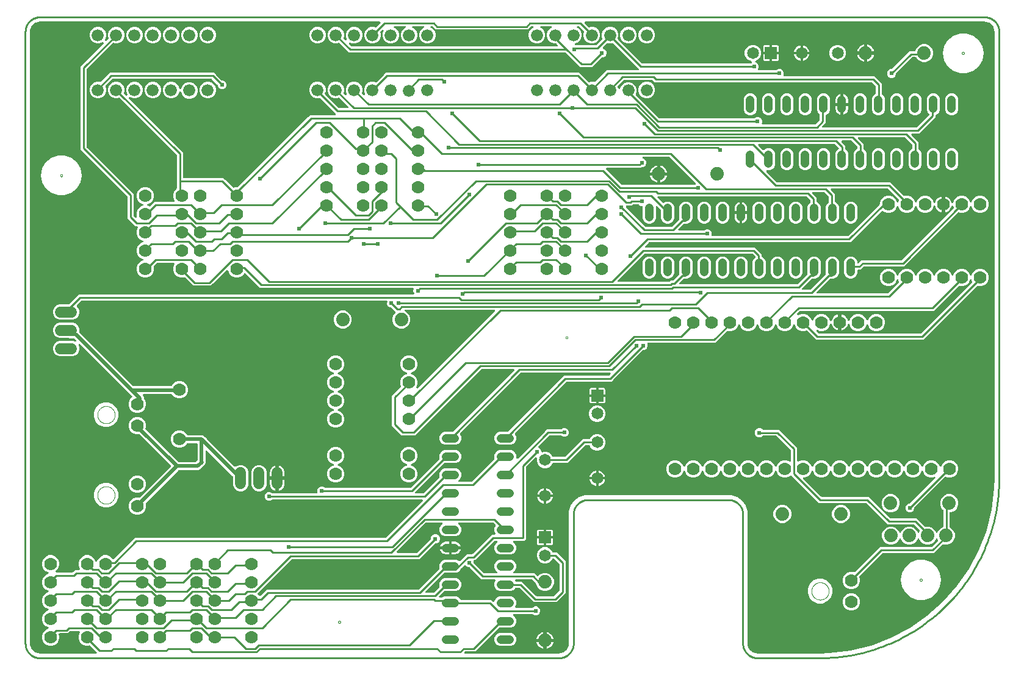
<source format=gtl>
G04 EAGLE Gerber RS-274X export*
G75*
%MOMM*%
%FSLAX34Y34*%
%LPD*%
%INTop Layer*%
%IPPOS*%
%AMOC8*
5,1,8,0,0,1.08239X$1,22.5*%
G01*
%ADD10C,0.000000*%
%ADD11C,0.254000*%
%ADD12C,1.778000*%
%ADD13C,1.676400*%
%ADD14C,1.219200*%
%ADD15C,1.524000*%
%ADD16R,1.651000X1.651000*%
%ADD17C,1.651000*%
%ADD18C,1.879600*%
%ADD19C,0.228600*%
%ADD20C,0.508000*%
%ADD21C,0.609600*%

G36*
X-383005Y-438632D02*
X-383005Y-438632D01*
X-382867Y-438619D01*
X-382847Y-438612D01*
X-382827Y-438609D01*
X-382698Y-438558D01*
X-382567Y-438511D01*
X-382551Y-438500D01*
X-382532Y-438492D01*
X-382419Y-438411D01*
X-382304Y-438333D01*
X-382291Y-438317D01*
X-382274Y-438306D01*
X-382186Y-438198D01*
X-382094Y-438094D01*
X-382085Y-438076D01*
X-382072Y-438061D01*
X-382012Y-437935D01*
X-381949Y-437811D01*
X-381945Y-437791D01*
X-381936Y-437773D01*
X-381910Y-437637D01*
X-381879Y-437501D01*
X-381880Y-437480D01*
X-381876Y-437461D01*
X-381885Y-437322D01*
X-381889Y-437183D01*
X-381895Y-437163D01*
X-381896Y-437143D01*
X-381939Y-437011D01*
X-381978Y-436877D01*
X-381988Y-436860D01*
X-381994Y-436841D01*
X-382068Y-436723D01*
X-382139Y-436603D01*
X-382158Y-436582D01*
X-382164Y-436572D01*
X-382179Y-436558D01*
X-382245Y-436483D01*
X-391008Y-427720D01*
X-391031Y-427702D01*
X-391050Y-427680D01*
X-391156Y-427605D01*
X-391259Y-427525D01*
X-391286Y-427514D01*
X-391310Y-427497D01*
X-391432Y-427451D01*
X-391551Y-427399D01*
X-391580Y-427394D01*
X-391608Y-427384D01*
X-391737Y-427370D01*
X-391865Y-427349D01*
X-391894Y-427352D01*
X-391924Y-427349D01*
X-392052Y-427367D01*
X-392181Y-427379D01*
X-392209Y-427389D01*
X-392239Y-427393D01*
X-392391Y-427445D01*
X-392981Y-427690D01*
X-397731Y-427690D01*
X-402119Y-425872D01*
X-405477Y-422514D01*
X-407295Y-418126D01*
X-407295Y-413376D01*
X-405553Y-409172D01*
X-405540Y-409124D01*
X-405519Y-409079D01*
X-405498Y-408971D01*
X-405469Y-408865D01*
X-405468Y-408815D01*
X-405459Y-408766D01*
X-405466Y-408657D01*
X-405464Y-408547D01*
X-405476Y-408499D01*
X-405479Y-408449D01*
X-405513Y-408345D01*
X-405538Y-408238D01*
X-405562Y-408194D01*
X-405577Y-408147D01*
X-405636Y-408054D01*
X-405687Y-407957D01*
X-405720Y-407920D01*
X-405747Y-407878D01*
X-405827Y-407803D01*
X-405901Y-407721D01*
X-405942Y-407694D01*
X-405979Y-407660D01*
X-406075Y-407607D01*
X-406167Y-407547D01*
X-406214Y-407530D01*
X-406257Y-407506D01*
X-406363Y-407479D01*
X-406467Y-407443D01*
X-406517Y-407439D01*
X-406565Y-407427D01*
X-406726Y-407417D01*
X-418108Y-407417D01*
X-418206Y-407429D01*
X-418305Y-407432D01*
X-418363Y-407449D01*
X-418424Y-407457D01*
X-418516Y-407493D01*
X-418611Y-407521D01*
X-418663Y-407551D01*
X-418719Y-407574D01*
X-418799Y-407632D01*
X-418885Y-407682D01*
X-418960Y-407748D01*
X-418977Y-407760D01*
X-418984Y-407770D01*
X-419005Y-407788D01*
X-421809Y-410592D01*
X-433471Y-410592D01*
X-433520Y-410598D01*
X-433570Y-410596D01*
X-433678Y-410618D01*
X-433787Y-410632D01*
X-433833Y-410650D01*
X-433881Y-410660D01*
X-433980Y-410708D01*
X-434082Y-410749D01*
X-434122Y-410778D01*
X-434167Y-410800D01*
X-434251Y-410871D01*
X-434340Y-410935D01*
X-434371Y-410974D01*
X-434409Y-411006D01*
X-434472Y-411096D01*
X-434542Y-411180D01*
X-434564Y-411225D01*
X-434592Y-411266D01*
X-434631Y-411369D01*
X-434678Y-411468D01*
X-434687Y-411517D01*
X-434705Y-411563D01*
X-434717Y-411673D01*
X-434738Y-411780D01*
X-434735Y-411830D01*
X-434740Y-411879D01*
X-434725Y-411988D01*
X-434718Y-412098D01*
X-434703Y-412145D01*
X-434696Y-412194D01*
X-434644Y-412347D01*
X-434217Y-413376D01*
X-434217Y-418126D01*
X-436035Y-422514D01*
X-439393Y-425872D01*
X-443781Y-427690D01*
X-448531Y-427690D01*
X-452919Y-425872D01*
X-456277Y-422514D01*
X-458095Y-418126D01*
X-458095Y-413376D01*
X-456277Y-408988D01*
X-452919Y-405630D01*
X-449524Y-404224D01*
X-449403Y-404155D01*
X-449280Y-404090D01*
X-449265Y-404076D01*
X-449248Y-404066D01*
X-449148Y-403969D01*
X-449045Y-403876D01*
X-449034Y-403859D01*
X-449019Y-403845D01*
X-448947Y-403726D01*
X-448870Y-403610D01*
X-448864Y-403591D01*
X-448853Y-403574D01*
X-448812Y-403441D01*
X-448767Y-403309D01*
X-448765Y-403289D01*
X-448759Y-403270D01*
X-448753Y-403131D01*
X-448742Y-402992D01*
X-448745Y-402972D01*
X-448744Y-402952D01*
X-448772Y-402816D01*
X-448796Y-402679D01*
X-448804Y-402660D01*
X-448808Y-402641D01*
X-448870Y-402515D01*
X-448927Y-402389D01*
X-448939Y-402373D01*
X-448948Y-402355D01*
X-449039Y-402249D01*
X-449125Y-402141D01*
X-449141Y-402128D01*
X-449155Y-402113D01*
X-449268Y-402033D01*
X-449379Y-401949D01*
X-449405Y-401937D01*
X-449415Y-401930D01*
X-449434Y-401923D01*
X-449524Y-401878D01*
X-452919Y-400472D01*
X-456277Y-397114D01*
X-458095Y-392726D01*
X-458095Y-387976D01*
X-456277Y-383588D01*
X-452919Y-380230D01*
X-449524Y-378824D01*
X-449403Y-378755D01*
X-449280Y-378690D01*
X-449265Y-378676D01*
X-449248Y-378666D01*
X-449148Y-378569D01*
X-449045Y-378476D01*
X-449034Y-378459D01*
X-449019Y-378445D01*
X-448947Y-378326D01*
X-448870Y-378210D01*
X-448864Y-378191D01*
X-448853Y-378174D01*
X-448812Y-378041D01*
X-448767Y-377909D01*
X-448765Y-377889D01*
X-448759Y-377870D01*
X-448753Y-377731D01*
X-448742Y-377592D01*
X-448745Y-377572D01*
X-448744Y-377552D01*
X-448772Y-377416D01*
X-448796Y-377279D01*
X-448804Y-377260D01*
X-448808Y-377241D01*
X-448870Y-377115D01*
X-448927Y-376989D01*
X-448939Y-376973D01*
X-448948Y-376955D01*
X-449039Y-376849D01*
X-449125Y-376741D01*
X-449141Y-376728D01*
X-449155Y-376713D01*
X-449268Y-376633D01*
X-449379Y-376549D01*
X-449405Y-376537D01*
X-449415Y-376530D01*
X-449434Y-376523D01*
X-449524Y-376478D01*
X-452919Y-375072D01*
X-456277Y-371714D01*
X-458095Y-367326D01*
X-458095Y-362576D01*
X-456277Y-358188D01*
X-452919Y-354830D01*
X-449524Y-353424D01*
X-449403Y-353355D01*
X-449280Y-353290D01*
X-449265Y-353276D01*
X-449248Y-353266D01*
X-449148Y-353169D01*
X-449045Y-353076D01*
X-449034Y-353059D01*
X-449019Y-353045D01*
X-448947Y-352927D01*
X-448870Y-352810D01*
X-448864Y-352791D01*
X-448853Y-352774D01*
X-448812Y-352641D01*
X-448767Y-352509D01*
X-448765Y-352489D01*
X-448759Y-352470D01*
X-448753Y-352331D01*
X-448742Y-352192D01*
X-448745Y-352172D01*
X-448744Y-352152D01*
X-448772Y-352016D01*
X-448796Y-351879D01*
X-448804Y-351860D01*
X-448808Y-351841D01*
X-448870Y-351716D01*
X-448927Y-351589D01*
X-448939Y-351573D01*
X-448948Y-351555D01*
X-449039Y-351449D01*
X-449125Y-351341D01*
X-449141Y-351328D01*
X-449155Y-351313D01*
X-449268Y-351233D01*
X-449379Y-351149D01*
X-449405Y-351137D01*
X-449415Y-351130D01*
X-449434Y-351123D01*
X-449524Y-351078D01*
X-452919Y-349672D01*
X-456277Y-346314D01*
X-458095Y-341926D01*
X-458095Y-337176D01*
X-456277Y-332788D01*
X-452919Y-329430D01*
X-449524Y-328024D01*
X-449403Y-327955D01*
X-449280Y-327890D01*
X-449265Y-327876D01*
X-449248Y-327866D01*
X-449148Y-327769D01*
X-449045Y-327676D01*
X-449034Y-327659D01*
X-449019Y-327645D01*
X-448947Y-327527D01*
X-448870Y-327410D01*
X-448864Y-327391D01*
X-448853Y-327374D01*
X-448812Y-327241D01*
X-448767Y-327109D01*
X-448765Y-327089D01*
X-448759Y-327070D01*
X-448753Y-326931D01*
X-448742Y-326792D01*
X-448745Y-326772D01*
X-448744Y-326752D01*
X-448772Y-326616D01*
X-448796Y-326479D01*
X-448804Y-326460D01*
X-448808Y-326441D01*
X-448870Y-326316D01*
X-448927Y-326189D01*
X-448939Y-326173D01*
X-448948Y-326155D01*
X-449039Y-326049D01*
X-449125Y-325941D01*
X-449141Y-325928D01*
X-449155Y-325913D01*
X-449268Y-325833D01*
X-449379Y-325749D01*
X-449405Y-325737D01*
X-449415Y-325730D01*
X-449434Y-325723D01*
X-449524Y-325678D01*
X-452919Y-324272D01*
X-456277Y-320914D01*
X-458095Y-316526D01*
X-458095Y-311776D01*
X-456277Y-307388D01*
X-452919Y-304030D01*
X-448531Y-302212D01*
X-443781Y-302212D01*
X-439393Y-304030D01*
X-436035Y-307388D01*
X-434217Y-311776D01*
X-434217Y-316526D01*
X-436035Y-320914D01*
X-438963Y-323842D01*
X-439048Y-323951D01*
X-439136Y-324058D01*
X-439145Y-324077D01*
X-439158Y-324093D01*
X-439213Y-324221D01*
X-439272Y-324346D01*
X-439276Y-324366D01*
X-439284Y-324385D01*
X-439306Y-324523D01*
X-439332Y-324659D01*
X-439331Y-324679D01*
X-439334Y-324699D01*
X-439321Y-324838D01*
X-439312Y-324976D01*
X-439306Y-324995D01*
X-439304Y-325015D01*
X-439257Y-325147D01*
X-439214Y-325278D01*
X-439203Y-325296D01*
X-439196Y-325315D01*
X-439118Y-325430D01*
X-439044Y-325547D01*
X-439029Y-325561D01*
X-439018Y-325578D01*
X-438913Y-325670D01*
X-438812Y-325765D01*
X-438795Y-325775D01*
X-438779Y-325788D01*
X-438655Y-325852D01*
X-438534Y-325919D01*
X-438514Y-325924D01*
X-438496Y-325933D01*
X-438360Y-325963D01*
X-438226Y-325998D01*
X-438198Y-326000D01*
X-438186Y-326003D01*
X-438165Y-326002D01*
X-438065Y-326008D01*
X-415647Y-326008D01*
X-415549Y-325996D01*
X-415450Y-325993D01*
X-415392Y-325976D01*
X-415331Y-325968D01*
X-415239Y-325932D01*
X-415144Y-325904D01*
X-415092Y-325874D01*
X-415036Y-325851D01*
X-414956Y-325793D01*
X-414870Y-325743D01*
X-414795Y-325677D01*
X-414778Y-325665D01*
X-414771Y-325655D01*
X-414750Y-325637D01*
X-411946Y-322833D01*
X-406582Y-322833D01*
X-406532Y-322827D01*
X-406483Y-322829D01*
X-406375Y-322807D01*
X-406266Y-322793D01*
X-406220Y-322775D01*
X-406171Y-322765D01*
X-406072Y-322717D01*
X-405970Y-322676D01*
X-405930Y-322647D01*
X-405886Y-322625D01*
X-405802Y-322554D01*
X-405713Y-322490D01*
X-405681Y-322451D01*
X-405644Y-322419D01*
X-405580Y-322329D01*
X-405510Y-322245D01*
X-405489Y-322200D01*
X-405460Y-322159D01*
X-405421Y-322056D01*
X-405375Y-321957D01*
X-405365Y-321908D01*
X-405348Y-321862D01*
X-405336Y-321752D01*
X-405315Y-321645D01*
X-405318Y-321595D01*
X-405313Y-321546D01*
X-405328Y-321437D01*
X-405335Y-321327D01*
X-405350Y-321280D01*
X-405357Y-321231D01*
X-405409Y-321078D01*
X-407295Y-316526D01*
X-407295Y-311776D01*
X-405477Y-307388D01*
X-402119Y-304030D01*
X-397731Y-302212D01*
X-392981Y-302212D01*
X-388593Y-304030D01*
X-385235Y-307388D01*
X-383890Y-310636D01*
X-383821Y-310757D01*
X-383756Y-310880D01*
X-383742Y-310895D01*
X-383732Y-310912D01*
X-383635Y-311012D01*
X-383542Y-311115D01*
X-383525Y-311126D01*
X-383511Y-311141D01*
X-383392Y-311213D01*
X-383276Y-311290D01*
X-383257Y-311296D01*
X-383240Y-311307D01*
X-383107Y-311348D01*
X-382975Y-311393D01*
X-382955Y-311395D01*
X-382936Y-311401D01*
X-382797Y-311407D01*
X-382658Y-311418D01*
X-382638Y-311415D01*
X-382618Y-311416D01*
X-382482Y-311388D01*
X-382345Y-311364D01*
X-382326Y-311355D01*
X-382307Y-311351D01*
X-382181Y-311290D01*
X-382055Y-311233D01*
X-382039Y-311221D01*
X-382021Y-311212D01*
X-381915Y-311121D01*
X-381806Y-311035D01*
X-381794Y-311018D01*
X-381779Y-311005D01*
X-381699Y-310891D01*
X-381615Y-310781D01*
X-381603Y-310755D01*
X-381596Y-310745D01*
X-381588Y-310726D01*
X-381544Y-310636D01*
X-380191Y-307369D01*
X-376833Y-304011D01*
X-372445Y-302193D01*
X-367695Y-302193D01*
X-363307Y-304011D01*
X-359877Y-307441D01*
X-359874Y-307447D01*
X-359839Y-307483D01*
X-359811Y-307524D01*
X-359729Y-307597D01*
X-359653Y-307675D01*
X-359610Y-307701D01*
X-359572Y-307735D01*
X-359475Y-307784D01*
X-359382Y-307842D01*
X-359334Y-307856D01*
X-359289Y-307879D01*
X-359182Y-307903D01*
X-359078Y-307935D01*
X-359028Y-307938D01*
X-358979Y-307949D01*
X-358869Y-307945D01*
X-358760Y-307951D01*
X-358711Y-307941D01*
X-358661Y-307939D01*
X-358556Y-307909D01*
X-358449Y-307887D01*
X-358404Y-307865D01*
X-358356Y-307851D01*
X-358261Y-307795D01*
X-358163Y-307747D01*
X-358125Y-307715D01*
X-358082Y-307689D01*
X-357961Y-307583D01*
X-328761Y-278383D01*
X18375Y-278383D01*
X18474Y-278371D01*
X18573Y-278368D01*
X18631Y-278351D01*
X18691Y-278343D01*
X18783Y-278307D01*
X18878Y-278279D01*
X18930Y-278249D01*
X18987Y-278226D01*
X19067Y-278168D01*
X19152Y-278118D01*
X19228Y-278052D01*
X19244Y-278040D01*
X19252Y-278030D01*
X19273Y-278012D01*
X70264Y-227021D01*
X70349Y-226911D01*
X70437Y-226804D01*
X70446Y-226786D01*
X70458Y-226770D01*
X70514Y-226642D01*
X70573Y-226516D01*
X70577Y-226497D01*
X70585Y-226478D01*
X70607Y-226340D01*
X70633Y-226204D01*
X70631Y-226184D01*
X70635Y-226164D01*
X70622Y-226025D01*
X70613Y-225887D01*
X70607Y-225867D01*
X70605Y-225847D01*
X70558Y-225716D01*
X70515Y-225584D01*
X70504Y-225567D01*
X70497Y-225548D01*
X70419Y-225433D01*
X70345Y-225315D01*
X70330Y-225301D01*
X70319Y-225285D01*
X70215Y-225193D01*
X70113Y-225097D01*
X70095Y-225088D01*
X70080Y-225074D01*
X69957Y-225011D01*
X69835Y-224944D01*
X69815Y-224939D01*
X69797Y-224930D01*
X69661Y-224899D01*
X69527Y-224864D01*
X69499Y-224863D01*
X69487Y-224860D01*
X69466Y-224861D01*
X69366Y-224854D01*
X-137919Y-224854D01*
X-138017Y-224867D01*
X-138116Y-224870D01*
X-138174Y-224886D01*
X-138234Y-224894D01*
X-138327Y-224931D01*
X-138422Y-224958D01*
X-138474Y-224989D01*
X-138530Y-225011D01*
X-138610Y-225069D01*
X-138696Y-225120D01*
X-138771Y-225186D01*
X-138787Y-225198D01*
X-138795Y-225207D01*
X-138816Y-225226D01*
X-139421Y-225831D01*
X-141662Y-226759D01*
X-144088Y-226759D01*
X-146329Y-225831D01*
X-148044Y-224116D01*
X-148972Y-221875D01*
X-148972Y-219450D01*
X-148044Y-217209D01*
X-146329Y-215494D01*
X-144088Y-214566D01*
X-141662Y-214566D01*
X-139421Y-215494D01*
X-138816Y-216099D01*
X-138738Y-216160D01*
X-138666Y-216228D01*
X-138613Y-216257D01*
X-138565Y-216294D01*
X-138474Y-216333D01*
X-138388Y-216381D01*
X-138329Y-216396D01*
X-138273Y-216420D01*
X-138175Y-216436D01*
X-138080Y-216461D01*
X-137980Y-216467D01*
X-137959Y-216470D01*
X-137947Y-216469D01*
X-137919Y-216471D01*
X-76797Y-216471D01*
X-76748Y-216465D01*
X-76698Y-216467D01*
X-76591Y-216445D01*
X-76482Y-216431D01*
X-76435Y-216413D01*
X-76387Y-216403D01*
X-76288Y-216354D01*
X-76186Y-216314D01*
X-76146Y-216285D01*
X-76101Y-216263D01*
X-76017Y-216192D01*
X-75929Y-216127D01*
X-75897Y-216089D01*
X-75859Y-216057D01*
X-75796Y-215967D01*
X-75726Y-215882D01*
X-75705Y-215837D01*
X-75676Y-215796D01*
X-75637Y-215694D01*
X-75590Y-215594D01*
X-75581Y-215546D01*
X-75563Y-215499D01*
X-75551Y-215390D01*
X-75530Y-215282D01*
X-75533Y-215233D01*
X-75528Y-215183D01*
X-75543Y-215074D01*
X-75550Y-214965D01*
X-75565Y-214917D01*
X-75572Y-214868D01*
X-75624Y-214716D01*
X-75947Y-213938D01*
X-75947Y-211512D01*
X-75019Y-209271D01*
X-73304Y-207556D01*
X-71063Y-206628D01*
X-68637Y-206628D01*
X-66396Y-207556D01*
X-65791Y-208162D01*
X-65713Y-208222D01*
X-65641Y-208290D01*
X-65588Y-208319D01*
X-65540Y-208356D01*
X-65449Y-208396D01*
X-65363Y-208444D01*
X-65304Y-208459D01*
X-65248Y-208483D01*
X-65150Y-208498D01*
X-65055Y-208523D01*
X-64955Y-208529D01*
X-64934Y-208533D01*
X-64922Y-208531D01*
X-64894Y-208533D01*
X53300Y-208533D01*
X53399Y-208521D01*
X53498Y-208518D01*
X53556Y-208501D01*
X53616Y-208493D01*
X53708Y-208457D01*
X53803Y-208429D01*
X53855Y-208399D01*
X53912Y-208376D01*
X53992Y-208318D01*
X54077Y-208268D01*
X54153Y-208202D01*
X54169Y-208190D01*
X54177Y-208180D01*
X54198Y-208162D01*
X93436Y-168923D01*
X93455Y-168900D01*
X93477Y-168881D01*
X93552Y-168775D01*
X93631Y-168672D01*
X93643Y-168645D01*
X93660Y-168621D01*
X93706Y-168499D01*
X93758Y-168380D01*
X93762Y-168351D01*
X93773Y-168323D01*
X93787Y-168194D01*
X93808Y-168066D01*
X93805Y-168036D01*
X93808Y-168007D01*
X93790Y-167879D01*
X93778Y-167749D01*
X93768Y-167721D01*
X93764Y-167692D01*
X93712Y-167540D01*
X93479Y-166979D01*
X93479Y-163341D01*
X94871Y-159980D01*
X97444Y-157407D01*
X100805Y-156015D01*
X116635Y-156015D01*
X119996Y-157407D01*
X122569Y-159980D01*
X123961Y-163341D01*
X123961Y-166979D01*
X122569Y-170340D01*
X119996Y-172913D01*
X116635Y-174305D01*
X100727Y-174305D01*
X100650Y-174283D01*
X100620Y-174283D01*
X100591Y-174276D01*
X100462Y-174280D01*
X100332Y-174278D01*
X100303Y-174285D01*
X100273Y-174286D01*
X100149Y-174322D01*
X100022Y-174352D01*
X99996Y-174366D01*
X99968Y-174375D01*
X99856Y-174440D01*
X99741Y-174501D01*
X99719Y-174521D01*
X99694Y-174536D01*
X99573Y-174642D01*
X60126Y-214090D01*
X59912Y-214304D01*
X59826Y-214414D01*
X59738Y-214521D01*
X59729Y-214539D01*
X59717Y-214555D01*
X59661Y-214683D01*
X59602Y-214809D01*
X59598Y-214828D01*
X59590Y-214847D01*
X59568Y-214985D01*
X59542Y-215121D01*
X59544Y-215141D01*
X59540Y-215161D01*
X59553Y-215299D01*
X59562Y-215438D01*
X59568Y-215458D01*
X59570Y-215478D01*
X59617Y-215609D01*
X59660Y-215741D01*
X59671Y-215758D01*
X59678Y-215777D01*
X59756Y-215892D01*
X59830Y-216010D01*
X59845Y-216023D01*
X59856Y-216040D01*
X59960Y-216132D01*
X60062Y-216228D01*
X60080Y-216237D01*
X60095Y-216251D01*
X60218Y-216314D01*
X60340Y-216381D01*
X60360Y-216386D01*
X60378Y-216395D01*
X60514Y-216426D01*
X60648Y-216461D01*
X60676Y-216462D01*
X60688Y-216465D01*
X60709Y-216464D01*
X60809Y-216471D01*
X70763Y-216471D01*
X70861Y-216458D01*
X70960Y-216455D01*
X71018Y-216439D01*
X71079Y-216431D01*
X71171Y-216394D01*
X71266Y-216367D01*
X71318Y-216336D01*
X71374Y-216314D01*
X71454Y-216256D01*
X71540Y-216205D01*
X71615Y-216139D01*
X71632Y-216127D01*
X71639Y-216118D01*
X71660Y-216099D01*
X93436Y-194323D01*
X93455Y-194300D01*
X93477Y-194281D01*
X93552Y-194175D01*
X93631Y-194072D01*
X93643Y-194045D01*
X93660Y-194021D01*
X93706Y-193899D01*
X93758Y-193780D01*
X93762Y-193751D01*
X93773Y-193723D01*
X93787Y-193594D01*
X93808Y-193466D01*
X93805Y-193436D01*
X93808Y-193407D01*
X93790Y-193279D01*
X93778Y-193149D01*
X93768Y-193121D01*
X93764Y-193092D01*
X93712Y-192940D01*
X93479Y-192379D01*
X93479Y-188741D01*
X94871Y-185380D01*
X97444Y-182807D01*
X100805Y-181415D01*
X116635Y-181415D01*
X119996Y-182807D01*
X122569Y-185380D01*
X123961Y-188741D01*
X123961Y-192379D01*
X122569Y-195740D01*
X119880Y-198429D01*
X119794Y-198539D01*
X119706Y-198646D01*
X119697Y-198664D01*
X119685Y-198680D01*
X119629Y-198808D01*
X119570Y-198934D01*
X119566Y-198953D01*
X119558Y-198972D01*
X119536Y-199110D01*
X119510Y-199246D01*
X119512Y-199266D01*
X119508Y-199286D01*
X119522Y-199425D01*
X119530Y-199563D01*
X119536Y-199583D01*
X119538Y-199603D01*
X119585Y-199734D01*
X119628Y-199866D01*
X119639Y-199883D01*
X119646Y-199902D01*
X119724Y-200017D01*
X119798Y-200135D01*
X119813Y-200149D01*
X119824Y-200165D01*
X119929Y-200257D01*
X120030Y-200353D01*
X120048Y-200362D01*
X120063Y-200376D01*
X120187Y-200439D01*
X120308Y-200506D01*
X120328Y-200511D01*
X120346Y-200520D01*
X120482Y-200551D01*
X120616Y-200586D01*
X120644Y-200587D01*
X120656Y-200590D01*
X120677Y-200589D01*
X120777Y-200596D01*
X137438Y-200596D01*
X137536Y-200583D01*
X137635Y-200580D01*
X137693Y-200564D01*
X137754Y-200556D01*
X137846Y-200519D01*
X137941Y-200492D01*
X137993Y-200461D01*
X138049Y-200439D01*
X138129Y-200381D01*
X138215Y-200330D01*
X138290Y-200264D01*
X138307Y-200252D01*
X138314Y-200243D01*
X138335Y-200224D01*
X169636Y-168923D01*
X169655Y-168900D01*
X169677Y-168881D01*
X169752Y-168775D01*
X169831Y-168672D01*
X169843Y-168645D01*
X169860Y-168621D01*
X169906Y-168499D01*
X169958Y-168380D01*
X169962Y-168351D01*
X169973Y-168323D01*
X169987Y-168194D01*
X170008Y-168066D01*
X170005Y-168036D01*
X170008Y-168007D01*
X169990Y-167879D01*
X169978Y-167749D01*
X169968Y-167721D01*
X169964Y-167692D01*
X169912Y-167540D01*
X169679Y-166979D01*
X169679Y-163341D01*
X171071Y-159980D01*
X173644Y-157407D01*
X177005Y-156015D01*
X192835Y-156015D01*
X196196Y-157407D01*
X198769Y-159980D01*
X200161Y-163341D01*
X200161Y-167085D01*
X200178Y-167222D01*
X200191Y-167361D01*
X200198Y-167380D01*
X200201Y-167400D01*
X200252Y-167529D01*
X200299Y-167660D01*
X200310Y-167677D01*
X200318Y-167696D01*
X200399Y-167808D01*
X200477Y-167923D01*
X200493Y-167937D01*
X200504Y-167953D01*
X200612Y-168042D01*
X200716Y-168134D01*
X200734Y-168143D01*
X200749Y-168156D01*
X200875Y-168215D01*
X200999Y-168278D01*
X201019Y-168283D01*
X201037Y-168291D01*
X201173Y-168318D01*
X201309Y-168348D01*
X201330Y-168347D01*
X201349Y-168351D01*
X201488Y-168343D01*
X201627Y-168338D01*
X201647Y-168333D01*
X201667Y-168331D01*
X201799Y-168289D01*
X201933Y-168250D01*
X201950Y-168240D01*
X201969Y-168233D01*
X202087Y-168159D01*
X202207Y-168088D01*
X202228Y-168070D01*
X202238Y-168063D01*
X202252Y-168048D01*
X202327Y-167982D01*
X239912Y-130398D01*
X242739Y-127571D01*
X261744Y-127571D01*
X261842Y-127558D01*
X261941Y-127555D01*
X261999Y-127539D01*
X262059Y-127531D01*
X262152Y-127494D01*
X262247Y-127467D01*
X262299Y-127436D01*
X262355Y-127414D01*
X262435Y-127356D01*
X262521Y-127305D01*
X262596Y-127239D01*
X262612Y-127227D01*
X262620Y-127218D01*
X262641Y-127199D01*
X263246Y-126594D01*
X265487Y-125666D01*
X267913Y-125666D01*
X270154Y-126594D01*
X271869Y-128309D01*
X272797Y-130550D01*
X272797Y-132975D01*
X271869Y-135216D01*
X270154Y-136931D01*
X267913Y-137859D01*
X265487Y-137859D01*
X263246Y-136931D01*
X262641Y-136326D01*
X262563Y-136265D01*
X262491Y-136197D01*
X262438Y-136168D01*
X262390Y-136131D01*
X262299Y-136092D01*
X262213Y-136044D01*
X262154Y-136029D01*
X262098Y-136005D01*
X262000Y-135989D01*
X261905Y-135964D01*
X261805Y-135958D01*
X261784Y-135955D01*
X261772Y-135956D01*
X261744Y-135954D01*
X246737Y-135954D01*
X246639Y-135967D01*
X246540Y-135970D01*
X246482Y-135986D01*
X246421Y-135994D01*
X246329Y-136031D01*
X246234Y-136058D01*
X246182Y-136089D01*
X246126Y-136111D01*
X246046Y-136169D01*
X245960Y-136220D01*
X245885Y-136286D01*
X245868Y-136298D01*
X245861Y-136307D01*
X245840Y-136326D01*
X230943Y-151222D01*
X230913Y-151261D01*
X230876Y-151295D01*
X230816Y-151386D01*
X230748Y-151473D01*
X230729Y-151519D01*
X230701Y-151560D01*
X230666Y-151664D01*
X230622Y-151765D01*
X230614Y-151814D01*
X230598Y-151861D01*
X230590Y-151971D01*
X230572Y-152079D01*
X230577Y-152129D01*
X230573Y-152178D01*
X230592Y-152287D01*
X230602Y-152396D01*
X230619Y-152443D01*
X230627Y-152492D01*
X230673Y-152592D01*
X230710Y-152695D01*
X230738Y-152736D01*
X230758Y-152782D01*
X230827Y-152867D01*
X230888Y-152958D01*
X230926Y-152991D01*
X230957Y-153030D01*
X231044Y-153096D01*
X231127Y-153169D01*
X231171Y-153191D01*
X231211Y-153221D01*
X231355Y-153292D01*
X232054Y-153581D01*
X233769Y-155296D01*
X234697Y-157537D01*
X234697Y-158062D01*
X234703Y-158111D01*
X234701Y-158161D01*
X234723Y-158268D01*
X234737Y-158378D01*
X234755Y-158424D01*
X234765Y-158472D01*
X234813Y-158571D01*
X234854Y-158673D01*
X234883Y-158713D01*
X234905Y-158758D01*
X234976Y-158842D01*
X235040Y-158931D01*
X235079Y-158962D01*
X235111Y-159000D01*
X235201Y-159063D01*
X235285Y-159133D01*
X235330Y-159155D01*
X235371Y-159183D01*
X235474Y-159222D01*
X235573Y-159269D01*
X235622Y-159278D01*
X235668Y-159296D01*
X235778Y-159308D01*
X235885Y-159329D01*
X235935Y-159326D01*
X235984Y-159331D01*
X236093Y-159316D01*
X236203Y-159309D01*
X236250Y-159294D01*
X236299Y-159287D01*
X236452Y-159235D01*
X237752Y-158696D01*
X242248Y-158696D01*
X246403Y-160417D01*
X249583Y-163597D01*
X250174Y-165025D01*
X250189Y-165050D01*
X250198Y-165078D01*
X250267Y-165188D01*
X250332Y-165301D01*
X250352Y-165322D01*
X250368Y-165347D01*
X250463Y-165436D01*
X250553Y-165529D01*
X250578Y-165545D01*
X250600Y-165565D01*
X250714Y-165628D01*
X250824Y-165696D01*
X250852Y-165704D01*
X250878Y-165719D01*
X251004Y-165751D01*
X251128Y-165789D01*
X251158Y-165791D01*
X251186Y-165798D01*
X251347Y-165808D01*
X267666Y-165808D01*
X267764Y-165796D01*
X267863Y-165793D01*
X267921Y-165776D01*
X267982Y-165768D01*
X268074Y-165732D01*
X268169Y-165704D01*
X268221Y-165674D01*
X268277Y-165651D01*
X268357Y-165593D01*
X268443Y-165543D01*
X268518Y-165477D01*
X268535Y-165465D01*
X268542Y-165455D01*
X268563Y-165437D01*
X292650Y-141350D01*
X301134Y-141350D01*
X301164Y-141347D01*
X301193Y-141349D01*
X301321Y-141327D01*
X301450Y-141310D01*
X301477Y-141300D01*
X301506Y-141295D01*
X301625Y-141241D01*
X301746Y-141193D01*
X301769Y-141176D01*
X301796Y-141164D01*
X301898Y-141083D01*
X302003Y-141007D01*
X302022Y-140984D01*
X302045Y-140965D01*
X302123Y-140862D01*
X302206Y-140762D01*
X302218Y-140735D01*
X302236Y-140711D01*
X302307Y-140567D01*
X302957Y-138997D01*
X306137Y-135817D01*
X310292Y-134096D01*
X314788Y-134096D01*
X318943Y-135817D01*
X322123Y-138997D01*
X323844Y-143152D01*
X323844Y-147648D01*
X322123Y-151803D01*
X318943Y-154983D01*
X314788Y-156704D01*
X310292Y-156704D01*
X306137Y-154983D01*
X302957Y-151803D01*
X302425Y-150517D01*
X302410Y-150492D01*
X302401Y-150464D01*
X302331Y-150354D01*
X302267Y-150241D01*
X302247Y-150220D01*
X302231Y-150195D01*
X302136Y-150106D01*
X302046Y-150013D01*
X302021Y-149997D01*
X301999Y-149977D01*
X301885Y-149914D01*
X301775Y-149846D01*
X301746Y-149838D01*
X301721Y-149823D01*
X301595Y-149791D01*
X301471Y-149753D01*
X301441Y-149751D01*
X301413Y-149744D01*
X301252Y-149734D01*
X296648Y-149734D01*
X296550Y-149746D01*
X296451Y-149749D01*
X296393Y-149766D01*
X296332Y-149774D01*
X296240Y-149810D01*
X296145Y-149838D01*
X296093Y-149868D01*
X296037Y-149891D01*
X295957Y-149949D01*
X295871Y-149999D01*
X295796Y-150065D01*
X295779Y-150077D01*
X295772Y-150087D01*
X295751Y-150105D01*
X271664Y-174192D01*
X251347Y-174192D01*
X251317Y-174195D01*
X251288Y-174193D01*
X251160Y-174215D01*
X251031Y-174232D01*
X251004Y-174242D01*
X250975Y-174247D01*
X250856Y-174301D01*
X250736Y-174349D01*
X250712Y-174366D01*
X250685Y-174378D01*
X250583Y-174459D01*
X250478Y-174535D01*
X250459Y-174558D01*
X250436Y-174577D01*
X250358Y-174680D01*
X250275Y-174780D01*
X250263Y-174807D01*
X250245Y-174831D01*
X250174Y-174975D01*
X249583Y-176403D01*
X246403Y-179583D01*
X242248Y-181304D01*
X237752Y-181304D01*
X233597Y-179583D01*
X230417Y-176403D01*
X228696Y-172248D01*
X228696Y-167646D01*
X228679Y-167508D01*
X228666Y-167370D01*
X228659Y-167350D01*
X228656Y-167330D01*
X228605Y-167201D01*
X228558Y-167070D01*
X228547Y-167054D01*
X228539Y-167035D01*
X228458Y-166923D01*
X228380Y-166807D01*
X228364Y-166794D01*
X228353Y-166777D01*
X228245Y-166689D01*
X228141Y-166597D01*
X228123Y-166588D01*
X228108Y-166575D01*
X227982Y-166515D01*
X227858Y-166452D01*
X227838Y-166448D01*
X227820Y-166439D01*
X227684Y-166413D01*
X227548Y-166382D01*
X227527Y-166383D01*
X227508Y-166379D01*
X227369Y-166388D01*
X227230Y-166392D01*
X227210Y-166398D01*
X227190Y-166399D01*
X227058Y-166442D01*
X226924Y-166481D01*
X226907Y-166491D01*
X226888Y-166497D01*
X226770Y-166572D01*
X226650Y-166642D01*
X226629Y-166661D01*
X226619Y-166667D01*
X226605Y-166682D01*
X226530Y-166748D01*
X214113Y-179165D01*
X214053Y-179243D01*
X213985Y-179315D01*
X213956Y-179368D01*
X213919Y-179416D01*
X213879Y-179507D01*
X213831Y-179593D01*
X213816Y-179652D01*
X213792Y-179708D01*
X213777Y-179806D01*
X213752Y-179901D01*
X213746Y-180001D01*
X213742Y-180022D01*
X213744Y-180034D01*
X213742Y-180062D01*
X213742Y-279549D01*
X211286Y-282004D01*
X196775Y-282004D01*
X196706Y-282013D01*
X196636Y-282012D01*
X196549Y-282033D01*
X196460Y-282044D01*
X196395Y-282070D01*
X196327Y-282086D01*
X196247Y-282128D01*
X196164Y-282161D01*
X196107Y-282202D01*
X196046Y-282235D01*
X195979Y-282295D01*
X195906Y-282348D01*
X195862Y-282402D01*
X195810Y-282449D01*
X195761Y-282524D01*
X195704Y-282593D01*
X195674Y-282656D01*
X195636Y-282715D01*
X195606Y-282799D01*
X195568Y-282881D01*
X195555Y-282949D01*
X195532Y-283015D01*
X195525Y-283105D01*
X195508Y-283193D01*
X195513Y-283263D01*
X195507Y-283332D01*
X195523Y-283421D01*
X195528Y-283510D01*
X195550Y-283577D01*
X195562Y-283646D01*
X195598Y-283728D01*
X195626Y-283813D01*
X195663Y-283872D01*
X195692Y-283936D01*
X195748Y-284006D01*
X195796Y-284082D01*
X195847Y-284130D01*
X195891Y-284184D01*
X195962Y-284238D01*
X196028Y-284300D01*
X196089Y-284333D01*
X196145Y-284375D01*
X196182Y-284393D01*
X198769Y-286980D01*
X200161Y-290341D01*
X200161Y-293979D01*
X198769Y-297340D01*
X196196Y-299913D01*
X192835Y-301305D01*
X177005Y-301305D01*
X173644Y-299913D01*
X171071Y-297340D01*
X169679Y-293979D01*
X169679Y-290341D01*
X171071Y-286980D01*
X173659Y-284393D01*
X173676Y-284386D01*
X173749Y-284333D01*
X173827Y-284289D01*
X173877Y-284240D01*
X173934Y-284199D01*
X173991Y-284130D01*
X174055Y-284067D01*
X174092Y-284008D01*
X174136Y-283954D01*
X174175Y-283873D01*
X174222Y-283796D01*
X174242Y-283729D01*
X174272Y-283666D01*
X174289Y-283578D01*
X174315Y-283492D01*
X174319Y-283423D01*
X174332Y-283354D01*
X174326Y-283264D01*
X174330Y-283175D01*
X174316Y-283106D01*
X174312Y-283037D01*
X174284Y-282951D01*
X174266Y-282863D01*
X174235Y-282800D01*
X174214Y-282734D01*
X174166Y-282658D01*
X174126Y-282578D01*
X174081Y-282524D01*
X174044Y-282465D01*
X173978Y-282404D01*
X173920Y-282336D01*
X173863Y-282295D01*
X173812Y-282247D01*
X173733Y-282204D01*
X173660Y-282152D01*
X173595Y-282128D01*
X173534Y-282094D01*
X173447Y-282071D01*
X173363Y-282040D01*
X173293Y-282032D01*
X173226Y-282014D01*
X173065Y-282004D01*
X170537Y-282004D01*
X170439Y-282017D01*
X170340Y-282020D01*
X170282Y-282036D01*
X170221Y-282044D01*
X170129Y-282081D01*
X170034Y-282108D01*
X169982Y-282139D01*
X169926Y-282161D01*
X169846Y-282219D01*
X169760Y-282270D01*
X169685Y-282336D01*
X169668Y-282348D01*
X169661Y-282357D01*
X169640Y-282376D01*
X143024Y-308992D01*
X141885Y-308992D01*
X141835Y-308998D01*
X141786Y-308996D01*
X141678Y-309018D01*
X141569Y-309032D01*
X141523Y-309050D01*
X141474Y-309060D01*
X141376Y-309108D01*
X141273Y-309149D01*
X141233Y-309178D01*
X141189Y-309200D01*
X141105Y-309271D01*
X141016Y-309335D01*
X140984Y-309374D01*
X140947Y-309406D01*
X140883Y-309496D01*
X140813Y-309580D01*
X140792Y-309625D01*
X140763Y-309666D01*
X140724Y-309769D01*
X140678Y-309868D01*
X140668Y-309917D01*
X140651Y-309963D01*
X140639Y-310073D01*
X140618Y-310180D01*
X140621Y-310230D01*
X140615Y-310279D01*
X140631Y-310388D01*
X140638Y-310498D01*
X140653Y-310545D01*
X140660Y-310594D01*
X140712Y-310747D01*
X141034Y-311525D01*
X141034Y-312380D01*
X141047Y-312479D01*
X141050Y-312578D01*
X141066Y-312636D01*
X141074Y-312696D01*
X141111Y-312788D01*
X141138Y-312883D01*
X141169Y-312935D01*
X141191Y-312992D01*
X141249Y-313072D01*
X141300Y-313157D01*
X141366Y-313233D01*
X141378Y-313249D01*
X141387Y-313257D01*
X141406Y-313278D01*
X155352Y-327224D01*
X155430Y-327285D01*
X155502Y-327353D01*
X155555Y-327382D01*
X155603Y-327419D01*
X155694Y-327458D01*
X155781Y-327506D01*
X155839Y-327521D01*
X155895Y-327545D01*
X155993Y-327561D01*
X156089Y-327586D01*
X156189Y-327592D01*
X156209Y-327595D01*
X156222Y-327594D01*
X156250Y-327596D01*
X172863Y-327596D01*
X173000Y-327578D01*
X173139Y-327565D01*
X173158Y-327558D01*
X173178Y-327556D01*
X173307Y-327505D01*
X173439Y-327458D01*
X173455Y-327446D01*
X173474Y-327439D01*
X173587Y-327357D01*
X173702Y-327279D01*
X173715Y-327264D01*
X173732Y-327252D01*
X173820Y-327145D01*
X173912Y-327041D01*
X173921Y-327023D01*
X173934Y-327007D01*
X173994Y-326881D01*
X174057Y-326757D01*
X174061Y-326738D01*
X174070Y-326719D01*
X174096Y-326583D01*
X174126Y-326447D01*
X174126Y-326427D01*
X174130Y-326407D01*
X174121Y-326269D01*
X174117Y-326129D01*
X174111Y-326110D01*
X174110Y-326090D01*
X174067Y-325958D01*
X174028Y-325824D01*
X174018Y-325806D01*
X174012Y-325787D01*
X173937Y-325669D01*
X173867Y-325550D01*
X173848Y-325529D01*
X173842Y-325518D01*
X173827Y-325504D01*
X173760Y-325429D01*
X171071Y-322740D01*
X169679Y-319379D01*
X169679Y-315741D01*
X171071Y-312380D01*
X173644Y-309807D01*
X177005Y-308415D01*
X192835Y-308415D01*
X196196Y-309807D01*
X198769Y-312380D01*
X200161Y-315741D01*
X200161Y-319379D01*
X198769Y-322740D01*
X196080Y-325429D01*
X195994Y-325539D01*
X195906Y-325646D01*
X195897Y-325664D01*
X195885Y-325680D01*
X195829Y-325808D01*
X195770Y-325934D01*
X195766Y-325953D01*
X195758Y-325972D01*
X195736Y-326110D01*
X195710Y-326246D01*
X195712Y-326266D01*
X195708Y-326286D01*
X195722Y-326425D01*
X195730Y-326563D01*
X195736Y-326583D01*
X195738Y-326603D01*
X195785Y-326734D01*
X195828Y-326866D01*
X195839Y-326883D01*
X195846Y-326902D01*
X195924Y-327017D01*
X195998Y-327135D01*
X196013Y-327149D01*
X196024Y-327165D01*
X196129Y-327257D01*
X196230Y-327353D01*
X196248Y-327362D01*
X196263Y-327376D01*
X196387Y-327439D01*
X196508Y-327506D01*
X196528Y-327511D01*
X196546Y-327520D01*
X196682Y-327551D01*
X196816Y-327586D01*
X196844Y-327587D01*
X196856Y-327590D01*
X196877Y-327589D01*
X196977Y-327596D01*
X225574Y-327596D01*
X228930Y-330952D01*
X229025Y-331025D01*
X229114Y-331104D01*
X229150Y-331122D01*
X229182Y-331147D01*
X229291Y-331195D01*
X229397Y-331249D01*
X229436Y-331258D01*
X229473Y-331274D01*
X229591Y-331292D01*
X229707Y-331318D01*
X229748Y-331317D01*
X229788Y-331323D01*
X229906Y-331312D01*
X230025Y-331309D01*
X230064Y-331297D01*
X230104Y-331294D01*
X230216Y-331253D01*
X230331Y-331220D01*
X230365Y-331200D01*
X230403Y-331186D01*
X230502Y-331119D01*
X230604Y-331059D01*
X230650Y-331019D01*
X230667Y-331007D01*
X230680Y-330992D01*
X230725Y-330952D01*
X232870Y-328808D01*
X237444Y-326913D01*
X242396Y-326913D01*
X246970Y-328808D01*
X250472Y-332310D01*
X252367Y-336884D01*
X252367Y-341836D01*
X250472Y-346410D01*
X246970Y-349912D01*
X242396Y-351807D01*
X237444Y-351807D01*
X232870Y-349912D01*
X229368Y-346410D01*
X227466Y-341818D01*
X227461Y-341779D01*
X227458Y-341680D01*
X227441Y-341622D01*
X227433Y-341561D01*
X227397Y-341469D01*
X227369Y-341374D01*
X227339Y-341322D01*
X227316Y-341266D01*
X227258Y-341186D01*
X227208Y-341100D01*
X227142Y-341025D01*
X227130Y-341008D01*
X227120Y-341001D01*
X227102Y-340980D01*
X222473Y-336351D01*
X222395Y-336290D01*
X222323Y-336222D01*
X222270Y-336193D01*
X222222Y-336156D01*
X222131Y-336117D01*
X222044Y-336069D01*
X221986Y-336054D01*
X221930Y-336030D01*
X221832Y-336014D01*
X221736Y-335989D01*
X221636Y-335983D01*
X221616Y-335980D01*
X221603Y-335981D01*
X221575Y-335979D01*
X199922Y-335979D01*
X199873Y-335985D01*
X199823Y-335983D01*
X199716Y-336005D01*
X199607Y-336019D01*
X199560Y-336037D01*
X199512Y-336047D01*
X199413Y-336096D01*
X199311Y-336136D01*
X199271Y-336165D01*
X199226Y-336187D01*
X199143Y-336258D01*
X199054Y-336323D01*
X199022Y-336361D01*
X198984Y-336393D01*
X198921Y-336483D01*
X198851Y-336568D01*
X198830Y-336613D01*
X198801Y-336654D01*
X198762Y-336756D01*
X198715Y-336856D01*
X198706Y-336904D01*
X198688Y-336951D01*
X198676Y-337060D01*
X198656Y-337168D01*
X198659Y-337218D01*
X198653Y-337267D01*
X198668Y-337376D01*
X198675Y-337485D01*
X198691Y-337533D01*
X198698Y-337582D01*
X198750Y-337734D01*
X198853Y-337985D01*
X198868Y-338010D01*
X198877Y-338038D01*
X198947Y-338148D01*
X199011Y-338261D01*
X199031Y-338282D01*
X199047Y-338307D01*
X199142Y-338396D01*
X199232Y-338489D01*
X199257Y-338505D01*
X199279Y-338525D01*
X199392Y-338588D01*
X199503Y-338656D01*
X199532Y-338664D01*
X199557Y-338679D01*
X199683Y-338711D01*
X199807Y-338749D01*
X199837Y-338751D01*
X199865Y-338758D01*
X200026Y-338768D01*
X207536Y-338768D01*
X227425Y-358657D01*
X227503Y-358717D01*
X227575Y-358785D01*
X227628Y-358814D01*
X227676Y-358851D01*
X227767Y-358891D01*
X227853Y-358939D01*
X227912Y-358954D01*
X227968Y-358978D01*
X228066Y-358993D01*
X228161Y-359018D01*
X228261Y-359024D01*
X228282Y-359028D01*
X228294Y-359026D01*
X228322Y-359028D01*
X251738Y-359028D01*
X251836Y-359016D01*
X251935Y-359013D01*
X251993Y-358996D01*
X252054Y-358988D01*
X252146Y-358952D01*
X252241Y-358924D01*
X252293Y-358894D01*
X252349Y-358871D01*
X252429Y-358813D01*
X252515Y-358763D01*
X252590Y-358697D01*
X252607Y-358685D01*
X252614Y-358675D01*
X252635Y-358657D01*
X259597Y-351695D01*
X259657Y-351617D01*
X259725Y-351545D01*
X259754Y-351492D01*
X259791Y-351444D01*
X259831Y-351353D01*
X259879Y-351267D01*
X259894Y-351208D01*
X259918Y-351152D01*
X259933Y-351054D01*
X259958Y-350959D01*
X259964Y-350859D01*
X259968Y-350838D01*
X259966Y-350826D01*
X259968Y-350798D01*
X259968Y-314682D01*
X259956Y-314584D01*
X259953Y-314485D01*
X259936Y-314427D01*
X259928Y-314366D01*
X259892Y-314274D01*
X259864Y-314179D01*
X259834Y-314127D01*
X259811Y-314071D01*
X259753Y-313991D01*
X259703Y-313905D01*
X259637Y-313830D01*
X259625Y-313813D01*
X259615Y-313806D01*
X259597Y-313785D01*
X252875Y-307063D01*
X252797Y-307003D01*
X252725Y-306935D01*
X252672Y-306906D01*
X252624Y-306869D01*
X252533Y-306829D01*
X252447Y-306781D01*
X252388Y-306766D01*
X252332Y-306742D01*
X252234Y-306727D01*
X252139Y-306702D01*
X252039Y-306696D01*
X252018Y-306692D01*
X252006Y-306694D01*
X251978Y-306692D01*
X251267Y-306692D01*
X251237Y-306695D01*
X251208Y-306693D01*
X251080Y-306715D01*
X250951Y-306732D01*
X250924Y-306742D01*
X250895Y-306747D01*
X250776Y-306801D01*
X250656Y-306849D01*
X250632Y-306866D01*
X250605Y-306878D01*
X250503Y-306959D01*
X250398Y-307035D01*
X250379Y-307058D01*
X250356Y-307077D01*
X250278Y-307180D01*
X250195Y-307280D01*
X250183Y-307307D01*
X250165Y-307331D01*
X250094Y-307475D01*
X249503Y-308903D01*
X246323Y-312083D01*
X242168Y-313804D01*
X237672Y-313804D01*
X233517Y-312083D01*
X230337Y-308903D01*
X228616Y-304748D01*
X228616Y-300252D01*
X230337Y-296097D01*
X233517Y-292917D01*
X237672Y-291196D01*
X242168Y-291196D01*
X246323Y-292917D01*
X249503Y-296097D01*
X250094Y-297525D01*
X250109Y-297550D01*
X250118Y-297578D01*
X250187Y-297688D01*
X250252Y-297801D01*
X250272Y-297822D01*
X250288Y-297847D01*
X250383Y-297936D01*
X250473Y-298029D01*
X250498Y-298045D01*
X250520Y-298065D01*
X250634Y-298128D01*
X250744Y-298196D01*
X250772Y-298204D01*
X250798Y-298219D01*
X250924Y-298251D01*
X251048Y-298289D01*
X251078Y-298291D01*
X251106Y-298298D01*
X251267Y-298308D01*
X255976Y-298308D01*
X268352Y-310684D01*
X268352Y-354796D01*
X255736Y-367412D01*
X224324Y-367412D01*
X204435Y-347523D01*
X204357Y-347463D01*
X204285Y-347395D01*
X204232Y-347366D01*
X204184Y-347329D01*
X204093Y-347289D01*
X204007Y-347241D01*
X203948Y-347226D01*
X203892Y-347202D01*
X203794Y-347187D01*
X203699Y-347162D01*
X203599Y-347156D01*
X203578Y-347152D01*
X203566Y-347154D01*
X203538Y-347152D01*
X200026Y-347152D01*
X199997Y-347155D01*
X199967Y-347153D01*
X199839Y-347175D01*
X199710Y-347192D01*
X199683Y-347202D01*
X199654Y-347207D01*
X199535Y-347261D01*
X199415Y-347309D01*
X199391Y-347326D01*
X199364Y-347338D01*
X199263Y-347419D01*
X199157Y-347495D01*
X199139Y-347518D01*
X199116Y-347537D01*
X199038Y-347640D01*
X198955Y-347740D01*
X198942Y-347767D01*
X198924Y-347791D01*
X198853Y-347935D01*
X198769Y-348140D01*
X196196Y-350713D01*
X192835Y-352105D01*
X177005Y-352105D01*
X173644Y-350713D01*
X171071Y-348140D01*
X169679Y-344779D01*
X169679Y-341141D01*
X171090Y-337734D01*
X171104Y-337686D01*
X171125Y-337641D01*
X171145Y-337534D01*
X171174Y-337427D01*
X171175Y-337378D01*
X171184Y-337329D01*
X171178Y-337219D01*
X171179Y-337109D01*
X171168Y-337061D01*
X171165Y-337012D01*
X171131Y-336907D01*
X171105Y-336800D01*
X171082Y-336756D01*
X171067Y-336709D01*
X171008Y-336616D01*
X170957Y-336519D01*
X170923Y-336482D01*
X170897Y-336440D01*
X170816Y-336365D01*
X170743Y-336284D01*
X170701Y-336256D01*
X170665Y-336222D01*
X170569Y-336169D01*
X170477Y-336109D01*
X170430Y-336093D01*
X170386Y-336069D01*
X170280Y-336041D01*
X170176Y-336006D01*
X170127Y-336002D01*
X170078Y-335989D01*
X169918Y-335979D01*
X152251Y-335979D01*
X135478Y-319206D01*
X135400Y-319145D01*
X135328Y-319077D01*
X135275Y-319048D01*
X135227Y-319011D01*
X135136Y-318972D01*
X135049Y-318924D01*
X134991Y-318909D01*
X134935Y-318885D01*
X134837Y-318869D01*
X134741Y-318844D01*
X134641Y-318838D01*
X134621Y-318835D01*
X134608Y-318836D01*
X134580Y-318834D01*
X133725Y-318834D01*
X131484Y-317906D01*
X129725Y-316148D01*
X129631Y-316074D01*
X129542Y-315996D01*
X129506Y-315977D01*
X129474Y-315953D01*
X129365Y-315905D01*
X129259Y-315851D01*
X129219Y-315842D01*
X129182Y-315826D01*
X129065Y-315808D01*
X128949Y-315782D01*
X128908Y-315783D01*
X128868Y-315776D01*
X128750Y-315788D01*
X128631Y-315791D01*
X128592Y-315802D01*
X128552Y-315806D01*
X128439Y-315847D01*
X128325Y-315880D01*
X128290Y-315900D01*
X128252Y-315914D01*
X128154Y-315981D01*
X128051Y-316041D01*
X128006Y-316081D01*
X127989Y-316092D01*
X127976Y-316108D01*
X127930Y-316148D01*
X123617Y-320461D01*
X123612Y-320468D01*
X123604Y-320474D01*
X123514Y-320594D01*
X123422Y-320712D01*
X123419Y-320721D01*
X123413Y-320728D01*
X123342Y-320873D01*
X122569Y-322740D01*
X119996Y-325313D01*
X118129Y-326086D01*
X118121Y-326091D01*
X118112Y-326093D01*
X117982Y-326170D01*
X117852Y-326244D01*
X117846Y-326250D01*
X117838Y-326255D01*
X117717Y-326361D01*
X117624Y-326454D01*
X117492Y-326454D01*
X117483Y-326455D01*
X117474Y-326454D01*
X117325Y-326475D01*
X117177Y-326494D01*
X117168Y-326497D01*
X117159Y-326499D01*
X117007Y-326551D01*
X116635Y-326705D01*
X106492Y-326705D01*
X106370Y-326720D01*
X106247Y-326728D01*
X106195Y-326742D01*
X106176Y-326745D01*
X106156Y-326752D01*
X106091Y-326769D01*
X106026Y-326791D01*
X105938Y-326768D01*
X105839Y-326734D01*
X105784Y-326729D01*
X105731Y-326715D01*
X105570Y-326705D01*
X100727Y-326705D01*
X100650Y-326683D01*
X100620Y-326683D01*
X100591Y-326676D01*
X100462Y-326680D01*
X100332Y-326678D01*
X100303Y-326685D01*
X100273Y-326686D01*
X100149Y-326722D01*
X100022Y-326752D01*
X99996Y-326766D01*
X99968Y-326775D01*
X99856Y-326840D01*
X99741Y-326901D01*
X99719Y-326921D01*
X99694Y-326936D01*
X99573Y-327042D01*
X74199Y-352417D01*
X74114Y-352526D01*
X74025Y-352633D01*
X74016Y-352652D01*
X74004Y-352668D01*
X73949Y-352796D01*
X73890Y-352921D01*
X73886Y-352941D01*
X73878Y-352960D01*
X73856Y-353098D01*
X73830Y-353234D01*
X73831Y-353254D01*
X73828Y-353274D01*
X73841Y-353413D01*
X73850Y-353551D01*
X73856Y-353570D01*
X73858Y-353590D01*
X73905Y-353722D01*
X73948Y-353853D01*
X73958Y-353871D01*
X73965Y-353890D01*
X74043Y-354005D01*
X74118Y-354122D01*
X74132Y-354136D01*
X74144Y-354153D01*
X74248Y-354245D01*
X74349Y-354340D01*
X74367Y-354350D01*
X74382Y-354363D01*
X74506Y-354427D01*
X74628Y-354494D01*
X74647Y-354499D01*
X74665Y-354508D01*
X74801Y-354538D01*
X74936Y-354573D01*
X74964Y-354575D01*
X74976Y-354578D01*
X74996Y-354577D01*
X75096Y-354583D01*
X85050Y-354583D01*
X85149Y-354571D01*
X85248Y-354568D01*
X85306Y-354551D01*
X85366Y-354543D01*
X85458Y-354507D01*
X85553Y-354479D01*
X85605Y-354449D01*
X85662Y-354426D01*
X85742Y-354368D01*
X85827Y-354318D01*
X85903Y-354252D01*
X85919Y-354240D01*
X85927Y-354230D01*
X85948Y-354212D01*
X93436Y-346723D01*
X93455Y-346700D01*
X93477Y-346681D01*
X93552Y-346575D01*
X93631Y-346472D01*
X93643Y-346445D01*
X93660Y-346421D01*
X93706Y-346299D01*
X93758Y-346180D01*
X93762Y-346151D01*
X93773Y-346123D01*
X93787Y-345994D01*
X93808Y-345866D01*
X93805Y-345836D01*
X93808Y-345807D01*
X93790Y-345679D01*
X93778Y-345549D01*
X93768Y-345521D01*
X93764Y-345492D01*
X93712Y-345340D01*
X93479Y-344779D01*
X93479Y-341141D01*
X94871Y-337780D01*
X97444Y-335207D01*
X100805Y-333815D01*
X116635Y-333815D01*
X119996Y-335207D01*
X122569Y-337780D01*
X123961Y-341141D01*
X123961Y-344779D01*
X122569Y-348140D01*
X119996Y-350713D01*
X116635Y-352105D01*
X100727Y-352105D01*
X100650Y-352083D01*
X100620Y-352083D01*
X100591Y-352076D01*
X100462Y-352080D01*
X100332Y-352078D01*
X100303Y-352085D01*
X100273Y-352086D01*
X100149Y-352122D01*
X100022Y-352152D01*
X99996Y-352166D01*
X99968Y-352175D01*
X99856Y-352240D01*
X99741Y-352301D01*
X99719Y-352321D01*
X99694Y-352336D01*
X99573Y-352442D01*
X93249Y-358767D01*
X93164Y-358876D01*
X93075Y-358983D01*
X93066Y-359002D01*
X93054Y-359018D01*
X92999Y-359146D01*
X92940Y-359271D01*
X92936Y-359291D01*
X92928Y-359310D01*
X92906Y-359448D01*
X92880Y-359584D01*
X92881Y-359604D01*
X92878Y-359624D01*
X92891Y-359763D01*
X92900Y-359901D01*
X92906Y-359920D01*
X92908Y-359940D01*
X92955Y-360072D01*
X92998Y-360203D01*
X93008Y-360221D01*
X93015Y-360240D01*
X93093Y-360355D01*
X93168Y-360472D01*
X93182Y-360486D01*
X93194Y-360503D01*
X93298Y-360595D01*
X93399Y-360690D01*
X93417Y-360700D01*
X93432Y-360713D01*
X93556Y-360777D01*
X93678Y-360844D01*
X93697Y-360849D01*
X93715Y-360858D01*
X93851Y-360888D01*
X93986Y-360923D01*
X94014Y-360925D01*
X94026Y-360928D01*
X94046Y-360927D01*
X94146Y-360933D01*
X96592Y-360933D01*
X96691Y-360921D01*
X96790Y-360918D01*
X96848Y-360901D01*
X96908Y-360893D01*
X97000Y-360857D01*
X97095Y-360829D01*
X97147Y-360799D01*
X97204Y-360776D01*
X97284Y-360718D01*
X97369Y-360668D01*
X97432Y-360612D01*
X100805Y-359215D01*
X116635Y-359215D01*
X119996Y-360607D01*
X122569Y-363180D01*
X122629Y-363325D01*
X122643Y-363350D01*
X122652Y-363378D01*
X122722Y-363488D01*
X122786Y-363601D01*
X122807Y-363622D01*
X122822Y-363647D01*
X122917Y-363736D01*
X123007Y-363829D01*
X123032Y-363845D01*
X123054Y-363865D01*
X123168Y-363928D01*
X123278Y-363996D01*
X123307Y-364004D01*
X123333Y-364019D01*
X123458Y-364051D01*
X123582Y-364089D01*
X123612Y-364091D01*
X123640Y-364098D01*
X123801Y-364108D01*
X165249Y-364108D01*
X167751Y-366610D01*
X167790Y-366641D01*
X167824Y-366678D01*
X167915Y-366738D01*
X168002Y-366805D01*
X168048Y-366825D01*
X168089Y-366852D01*
X168193Y-366888D01*
X168294Y-366932D01*
X168343Y-366940D01*
X168390Y-366956D01*
X168500Y-366964D01*
X168608Y-366982D01*
X168658Y-366977D01*
X168707Y-366981D01*
X168815Y-366962D01*
X168925Y-366952D01*
X168972Y-366935D01*
X169020Y-366926D01*
X169121Y-366881D01*
X169224Y-366844D01*
X169265Y-366816D01*
X169310Y-366796D01*
X169396Y-366727D01*
X169487Y-366666D01*
X169520Y-366628D01*
X169559Y-366597D01*
X169625Y-366510D01*
X169698Y-366427D01*
X169720Y-366383D01*
X169750Y-366343D01*
X169821Y-366199D01*
X171071Y-363180D01*
X173644Y-360607D01*
X177005Y-359215D01*
X192835Y-359215D01*
X196196Y-360607D01*
X198769Y-363180D01*
X200161Y-366541D01*
X200161Y-370179D01*
X198799Y-373466D01*
X198789Y-373504D01*
X198779Y-373525D01*
X198778Y-373532D01*
X198765Y-373559D01*
X198744Y-373666D01*
X198715Y-373773D01*
X198715Y-373822D01*
X198705Y-373871D01*
X198712Y-373981D01*
X198710Y-374091D01*
X198722Y-374139D01*
X198725Y-374188D01*
X198759Y-374293D01*
X198784Y-374400D01*
X198808Y-374444D01*
X198823Y-374491D01*
X198882Y-374584D01*
X198933Y-374681D01*
X198967Y-374718D01*
X198993Y-374760D01*
X199073Y-374835D01*
X199147Y-374916D01*
X199189Y-374944D01*
X199225Y-374978D01*
X199321Y-375031D01*
X199413Y-375091D01*
X199460Y-375107D01*
X199503Y-375131D01*
X199610Y-375159D01*
X199714Y-375194D01*
X199763Y-375198D01*
X199811Y-375211D01*
X199972Y-375221D01*
X222056Y-375221D01*
X222155Y-375208D01*
X222254Y-375205D01*
X222312Y-375189D01*
X222372Y-375181D01*
X222464Y-375144D01*
X222559Y-375117D01*
X222611Y-375086D01*
X222668Y-375064D01*
X222748Y-375006D01*
X222833Y-374955D01*
X222908Y-374889D01*
X222925Y-374877D01*
X222933Y-374868D01*
X222954Y-374849D01*
X223559Y-374244D01*
X225800Y-373316D01*
X228225Y-373316D01*
X230466Y-374244D01*
X232181Y-375959D01*
X233109Y-378200D01*
X233109Y-380625D01*
X232181Y-382866D01*
X230466Y-384581D01*
X228225Y-385509D01*
X225800Y-385509D01*
X223559Y-384581D01*
X222954Y-383976D01*
X222876Y-383915D01*
X222804Y-383847D01*
X222751Y-383818D01*
X222703Y-383781D01*
X222612Y-383742D01*
X222525Y-383694D01*
X222466Y-383679D01*
X222411Y-383655D01*
X222313Y-383639D01*
X222217Y-383614D01*
X222117Y-383608D01*
X222097Y-383605D01*
X222084Y-383606D01*
X222056Y-383604D01*
X196775Y-383604D01*
X196706Y-383613D01*
X196636Y-383612D01*
X196549Y-383633D01*
X196460Y-383644D01*
X196395Y-383670D01*
X196327Y-383686D01*
X196247Y-383728D01*
X196164Y-383761D01*
X196107Y-383802D01*
X196046Y-383835D01*
X195979Y-383895D01*
X195906Y-383948D01*
X195862Y-384002D01*
X195810Y-384049D01*
X195761Y-384124D01*
X195704Y-384193D01*
X195674Y-384256D01*
X195636Y-384315D01*
X195606Y-384399D01*
X195568Y-384481D01*
X195555Y-384549D01*
X195532Y-384615D01*
X195525Y-384705D01*
X195508Y-384793D01*
X195513Y-384863D01*
X195507Y-384932D01*
X195523Y-385021D01*
X195528Y-385110D01*
X195550Y-385177D01*
X195562Y-385246D01*
X195598Y-385328D01*
X195626Y-385413D01*
X195663Y-385472D01*
X195692Y-385536D01*
X195748Y-385606D01*
X195796Y-385682D01*
X195847Y-385730D01*
X195891Y-385784D01*
X195962Y-385838D01*
X196028Y-385900D01*
X196089Y-385933D01*
X196145Y-385975D01*
X196182Y-385993D01*
X198769Y-388580D01*
X200161Y-391941D01*
X200161Y-395579D01*
X198769Y-398940D01*
X196196Y-401513D01*
X192835Y-402905D01*
X176927Y-402905D01*
X176850Y-402883D01*
X176820Y-402883D01*
X176791Y-402876D01*
X176662Y-402880D01*
X176532Y-402878D01*
X176503Y-402885D01*
X176473Y-402886D01*
X176349Y-402922D01*
X176222Y-402952D01*
X176196Y-402966D01*
X176168Y-402975D01*
X176056Y-403040D01*
X175941Y-403101D01*
X175919Y-403121D01*
X175894Y-403136D01*
X175773Y-403242D01*
X145851Y-433165D01*
X143024Y-435992D01*
X129262Y-435992D01*
X129164Y-436004D01*
X129065Y-436007D01*
X129007Y-436024D01*
X128946Y-436032D01*
X128854Y-436068D01*
X128759Y-436095D01*
X128707Y-436126D01*
X128651Y-436149D01*
X128571Y-436207D01*
X128485Y-436257D01*
X128410Y-436323D01*
X128393Y-436335D01*
X128386Y-436345D01*
X128365Y-436363D01*
X128246Y-436482D01*
X128160Y-436592D01*
X128072Y-436699D01*
X128063Y-436718D01*
X128051Y-436734D01*
X127995Y-436862D01*
X127936Y-436987D01*
X127932Y-437007D01*
X127924Y-437025D01*
X127902Y-437163D01*
X127876Y-437300D01*
X127878Y-437320D01*
X127874Y-437340D01*
X127887Y-437478D01*
X127896Y-437617D01*
X127902Y-437636D01*
X127904Y-437656D01*
X127951Y-437787D01*
X127994Y-437919D01*
X128005Y-437937D01*
X128012Y-437955D01*
X128090Y-438070D01*
X128164Y-438188D01*
X128179Y-438202D01*
X128190Y-438219D01*
X128294Y-438311D01*
X128396Y-438406D01*
X128413Y-438416D01*
X128429Y-438429D01*
X128553Y-438493D01*
X128674Y-438560D01*
X128694Y-438565D01*
X128712Y-438574D01*
X128848Y-438604D01*
X128982Y-438639D01*
X129010Y-438641D01*
X129022Y-438644D01*
X129043Y-438643D01*
X129143Y-438649D01*
X259180Y-438649D01*
X259202Y-438647D01*
X259280Y-438645D01*
X261266Y-438489D01*
X261334Y-438475D01*
X261403Y-438471D01*
X261559Y-438431D01*
X265338Y-437203D01*
X265445Y-437152D01*
X265556Y-437109D01*
X265607Y-437076D01*
X265626Y-437068D01*
X265641Y-437055D01*
X265692Y-437023D01*
X268906Y-434687D01*
X268993Y-434606D01*
X269084Y-434530D01*
X269123Y-434483D01*
X269138Y-434469D01*
X269149Y-434452D01*
X269187Y-434406D01*
X271523Y-431192D01*
X271580Y-431088D01*
X271644Y-430988D01*
X271666Y-430931D01*
X271676Y-430913D01*
X271681Y-430893D01*
X271703Y-430838D01*
X272931Y-427059D01*
X272944Y-426991D01*
X272966Y-426926D01*
X272989Y-426766D01*
X273145Y-424780D01*
X273145Y-424774D01*
X273146Y-424768D01*
X273145Y-424748D01*
X273149Y-424680D01*
X273149Y-241310D01*
X275760Y-233275D01*
X280527Y-226714D01*
X280605Y-226572D01*
X280680Y-226436D01*
X280680Y-226435D01*
X280690Y-226396D01*
X280707Y-226389D01*
X280864Y-226327D01*
X280865Y-226327D01*
X280865Y-226326D01*
X280866Y-226326D01*
X281000Y-226241D01*
X287561Y-221474D01*
X295596Y-218863D01*
X498404Y-218863D01*
X506439Y-221474D01*
X513000Y-226241D01*
X513148Y-226322D01*
X513278Y-226394D01*
X513279Y-226394D01*
X513318Y-226404D01*
X513331Y-226435D01*
X513387Y-226578D01*
X513388Y-226579D01*
X513388Y-226580D01*
X513473Y-226714D01*
X518240Y-233275D01*
X520851Y-241310D01*
X520851Y-424680D01*
X520853Y-424702D01*
X520855Y-424780D01*
X521011Y-426766D01*
X521025Y-426834D01*
X521029Y-426903D01*
X521069Y-427059D01*
X522297Y-430838D01*
X522348Y-430945D01*
X522391Y-431056D01*
X522424Y-431107D01*
X522432Y-431126D01*
X522445Y-431141D01*
X522477Y-431192D01*
X524813Y-434406D01*
X524894Y-434493D01*
X524970Y-434584D01*
X525017Y-434623D01*
X525031Y-434638D01*
X525048Y-434649D01*
X525094Y-434687D01*
X528308Y-437023D01*
X528412Y-437080D01*
X528512Y-437144D01*
X528569Y-437166D01*
X528587Y-437176D01*
X528607Y-437181D01*
X528662Y-437203D01*
X532441Y-438431D01*
X532509Y-438444D01*
X532574Y-438466D01*
X532734Y-438489D01*
X534720Y-438645D01*
X534742Y-438644D01*
X534820Y-438649D01*
X620000Y-438649D01*
X620012Y-438648D01*
X620038Y-438649D01*
X634673Y-438206D01*
X634694Y-438203D01*
X634788Y-438198D01*
X663843Y-434670D01*
X663850Y-434668D01*
X663994Y-434642D01*
X692413Y-427638D01*
X692419Y-427635D01*
X692559Y-427592D01*
X719926Y-417213D01*
X719932Y-417210D01*
X720066Y-417150D01*
X745982Y-403548D01*
X745988Y-403544D01*
X746113Y-403469D01*
X770201Y-386842D01*
X770206Y-386838D01*
X770322Y-386748D01*
X792230Y-367339D01*
X792235Y-367333D01*
X792339Y-367230D01*
X811748Y-345322D01*
X811752Y-345316D01*
X811842Y-345201D01*
X828469Y-321113D01*
X828472Y-321108D01*
X828548Y-320982D01*
X842150Y-295066D01*
X842153Y-295059D01*
X842213Y-294926D01*
X852592Y-267559D01*
X852594Y-267552D01*
X852638Y-267413D01*
X859642Y-238994D01*
X859643Y-238987D01*
X859670Y-238843D01*
X863198Y-209788D01*
X863198Y-209766D01*
X863206Y-209673D01*
X863649Y-195038D01*
X863648Y-195027D01*
X863649Y-195000D01*
X863649Y424680D01*
X863647Y424702D01*
X863645Y424780D01*
X863489Y426766D01*
X863475Y426834D01*
X863471Y426903D01*
X863431Y427059D01*
X862203Y430838D01*
X862152Y430945D01*
X862109Y431056D01*
X862076Y431107D01*
X862068Y431126D01*
X862055Y431141D01*
X862023Y431192D01*
X859687Y434406D01*
X859606Y434493D01*
X859530Y434584D01*
X859483Y434623D01*
X859469Y434638D01*
X859452Y434649D01*
X859406Y434687D01*
X856192Y437023D01*
X856088Y437080D01*
X855988Y437144D01*
X855931Y437166D01*
X855913Y437176D01*
X855893Y437181D01*
X855838Y437203D01*
X852059Y438431D01*
X851991Y438444D01*
X851926Y438466D01*
X851766Y438489D01*
X849780Y438645D01*
X849758Y438644D01*
X849680Y438649D01*
X295830Y438649D01*
X295693Y438632D01*
X295554Y438619D01*
X295535Y438612D01*
X295515Y438609D01*
X295386Y438558D01*
X295255Y438511D01*
X295238Y438500D01*
X295219Y438492D01*
X295107Y438411D01*
X294992Y438333D01*
X294978Y438317D01*
X294962Y438306D01*
X294873Y438198D01*
X294781Y438094D01*
X294772Y438076D01*
X294759Y438061D01*
X294700Y437935D01*
X294637Y437811D01*
X294632Y437791D01*
X294624Y437773D01*
X294597Y437637D01*
X294567Y437501D01*
X294568Y437480D01*
X294564Y437461D01*
X294572Y437322D01*
X294577Y437183D01*
X294582Y437163D01*
X294584Y437143D01*
X294626Y437011D01*
X294665Y436877D01*
X294675Y436860D01*
X294682Y436841D01*
X294756Y436723D01*
X294827Y436603D01*
X294845Y436582D01*
X294852Y436572D01*
X294867Y436558D01*
X294933Y436483D01*
X300317Y431099D01*
X300340Y431081D01*
X300359Y431058D01*
X300465Y430983D01*
X300568Y430904D01*
X300595Y430892D01*
X300619Y430875D01*
X300741Y430829D01*
X300860Y430777D01*
X300889Y430773D01*
X300917Y430762D01*
X301046Y430748D01*
X301174Y430728D01*
X301204Y430730D01*
X301233Y430727D01*
X301361Y430745D01*
X301491Y430757D01*
X301519Y430767D01*
X301548Y430771D01*
X301700Y430824D01*
X302765Y431265D01*
X307313Y431265D01*
X311514Y429525D01*
X314730Y426309D01*
X316470Y422108D01*
X316470Y417560D01*
X314730Y413359D01*
X311514Y410143D01*
X307313Y408403D01*
X302765Y408403D01*
X298564Y410143D01*
X295348Y413359D01*
X293608Y417560D01*
X293608Y422108D01*
X294409Y424042D01*
X294417Y424070D01*
X294431Y424097D01*
X294459Y424224D01*
X294493Y424349D01*
X294494Y424378D01*
X294500Y424407D01*
X294496Y424537D01*
X294498Y424667D01*
X294492Y424695D01*
X294491Y424725D01*
X294455Y424850D01*
X294424Y424976D01*
X294410Y425002D01*
X294402Y425030D01*
X294336Y425142D01*
X294276Y425257D01*
X294256Y425279D01*
X294241Y425304D01*
X294134Y425425D01*
X287560Y431999D01*
X287482Y432060D01*
X287410Y432128D01*
X287357Y432157D01*
X287309Y432194D01*
X287218Y432233D01*
X287132Y432281D01*
X287073Y432296D01*
X287017Y432320D01*
X286919Y432336D01*
X286824Y432361D01*
X286724Y432367D01*
X286703Y432370D01*
X286691Y432369D01*
X286663Y432371D01*
X285623Y432371D01*
X285554Y432362D01*
X285484Y432363D01*
X285397Y432342D01*
X285308Y432331D01*
X285243Y432305D01*
X285175Y432289D01*
X285096Y432247D01*
X285012Y432214D01*
X284956Y432173D01*
X284894Y432140D01*
X284827Y432080D01*
X284755Y432027D01*
X284710Y431973D01*
X284659Y431926D01*
X284609Y431851D01*
X284552Y431782D01*
X284522Y431719D01*
X284484Y431661D01*
X284455Y431576D01*
X284417Y431494D01*
X284403Y431426D01*
X284381Y431360D01*
X284374Y431270D01*
X284357Y431182D01*
X284361Y431112D01*
X284356Y431043D01*
X284371Y430954D01*
X284376Y430865D01*
X284398Y430798D01*
X284410Y430729D01*
X284447Y430647D01*
X284475Y430562D01*
X284512Y430503D01*
X284541Y430439D01*
X284597Y430369D01*
X284645Y430293D01*
X284695Y430246D01*
X284739Y430191D01*
X284811Y430137D01*
X284876Y430075D01*
X284937Y430042D01*
X284993Y430000D01*
X285138Y429929D01*
X286114Y429525D01*
X289330Y426309D01*
X291070Y422108D01*
X291070Y417560D01*
X289330Y413359D01*
X286114Y410143D01*
X282164Y408507D01*
X282043Y408438D01*
X281920Y408373D01*
X281905Y408360D01*
X281887Y408350D01*
X281787Y408253D01*
X281685Y408159D01*
X281673Y408143D01*
X281659Y408128D01*
X281586Y408010D01*
X281510Y407894D01*
X281503Y407874D01*
X281493Y407857D01*
X281452Y407725D01*
X281407Y407593D01*
X281405Y407573D01*
X281399Y407553D01*
X281392Y407415D01*
X281381Y407276D01*
X281385Y407256D01*
X281384Y407236D01*
X281412Y407100D01*
X281436Y406962D01*
X281444Y406944D01*
X281448Y406924D01*
X281509Y406799D01*
X281566Y406673D01*
X281579Y406657D01*
X281588Y406638D01*
X281678Y406532D01*
X281765Y406424D01*
X281781Y406412D01*
X281794Y406396D01*
X281908Y406316D01*
X282019Y406233D01*
X282044Y406220D01*
X282054Y406213D01*
X282074Y406206D01*
X282164Y406162D01*
X282733Y405926D01*
X282742Y405923D01*
X282751Y405919D01*
X282896Y405881D01*
X283040Y405842D01*
X283050Y405842D01*
X283059Y405839D01*
X283219Y405829D01*
X310475Y405829D01*
X310574Y405842D01*
X310673Y405845D01*
X310731Y405861D01*
X310791Y405869D01*
X310883Y405906D01*
X310978Y405933D01*
X311030Y405964D01*
X311087Y405986D01*
X311167Y406044D01*
X311252Y406095D01*
X311328Y406161D01*
X311344Y406173D01*
X311352Y406182D01*
X311373Y406201D01*
X319499Y414327D01*
X319517Y414351D01*
X319540Y414370D01*
X319615Y414476D01*
X319694Y414579D01*
X319706Y414606D01*
X319723Y414630D01*
X319769Y414751D01*
X319821Y414870D01*
X319825Y414900D01*
X319836Y414927D01*
X319850Y415056D01*
X319870Y415185D01*
X319868Y415214D01*
X319871Y415243D01*
X319853Y415372D01*
X319841Y415501D01*
X319831Y415529D01*
X319827Y415558D01*
X319774Y415711D01*
X319008Y417560D01*
X319008Y422108D01*
X320748Y426309D01*
X323964Y429525D01*
X328165Y431265D01*
X332713Y431265D01*
X336914Y429525D01*
X340130Y426309D01*
X341870Y422108D01*
X341870Y417560D01*
X340964Y415373D01*
X340956Y415344D01*
X340942Y415318D01*
X340914Y415191D01*
X340880Y415066D01*
X340879Y415036D01*
X340873Y415007D01*
X340877Y414878D01*
X340875Y414748D01*
X340881Y414719D01*
X340882Y414690D01*
X340918Y414565D01*
X340949Y414439D01*
X340963Y414412D01*
X340971Y414384D01*
X341037Y414272D01*
X341097Y414157D01*
X341117Y414136D01*
X341132Y414110D01*
X341239Y413989D01*
X374427Y380801D01*
X374505Y380740D01*
X374577Y380672D01*
X374630Y380643D01*
X374678Y380606D01*
X374769Y380567D01*
X374856Y380519D01*
X374914Y380504D01*
X374970Y380480D01*
X375068Y380464D01*
X375164Y380439D01*
X375264Y380433D01*
X375284Y380430D01*
X375297Y380431D01*
X375325Y380429D01*
X525269Y380429D01*
X525367Y380442D01*
X525466Y380445D01*
X525524Y380461D01*
X525584Y380469D01*
X525676Y380505D01*
X525772Y380533D01*
X525824Y380564D01*
X525880Y380586D01*
X525960Y380644D01*
X526046Y380695D01*
X526121Y380761D01*
X526137Y380773D01*
X526145Y380782D01*
X526166Y380801D01*
X526901Y381536D01*
X526932Y381575D01*
X526969Y381609D01*
X527029Y381700D01*
X527096Y381787D01*
X527116Y381833D01*
X527143Y381874D01*
X527179Y381978D01*
X527223Y382079D01*
X527230Y382128D01*
X527246Y382175D01*
X527255Y382284D01*
X527272Y382393D01*
X527268Y382442D01*
X527272Y382492D01*
X527253Y382600D01*
X527243Y382710D01*
X527226Y382756D01*
X527217Y382805D01*
X527172Y382906D01*
X527135Y383009D01*
X527107Y383050D01*
X527087Y383095D01*
X527018Y383181D01*
X526956Y383272D01*
X526919Y383305D01*
X526888Y383344D01*
X526800Y383410D01*
X526718Y383483D01*
X526674Y383505D01*
X526634Y383535D01*
X526490Y383606D01*
X522117Y385417D01*
X518937Y388597D01*
X517216Y392752D01*
X517216Y397248D01*
X518937Y401403D01*
X522117Y404583D01*
X526272Y406304D01*
X530768Y406304D01*
X534923Y404583D01*
X538103Y401403D01*
X539824Y397248D01*
X539824Y392752D01*
X538103Y388597D01*
X534923Y385417D01*
X532290Y384326D01*
X532169Y384258D01*
X532046Y384193D01*
X532031Y384179D01*
X532014Y384169D01*
X531914Y384072D01*
X531811Y383979D01*
X531800Y383962D01*
X531785Y383948D01*
X531712Y383829D01*
X531636Y383713D01*
X531630Y383694D01*
X531619Y383677D01*
X531578Y383544D01*
X531533Y383412D01*
X531531Y383392D01*
X531525Y383373D01*
X531519Y383234D01*
X531508Y383095D01*
X531511Y383075D01*
X531510Y383055D01*
X531538Y382919D01*
X531562Y382782D01*
X531570Y382763D01*
X531575Y382743D01*
X531636Y382618D01*
X531693Y382492D01*
X531705Y382476D01*
X531714Y382458D01*
X531805Y382352D01*
X531891Y382243D01*
X531907Y382231D01*
X531921Y382216D01*
X532035Y382136D01*
X532145Y382052D01*
X532171Y382040D01*
X532181Y382033D01*
X532200Y382025D01*
X532290Y381981D01*
X533679Y381406D01*
X535394Y379691D01*
X536322Y377450D01*
X536322Y375025D01*
X535342Y372659D01*
X535329Y372611D01*
X535308Y372566D01*
X535287Y372459D01*
X535258Y372352D01*
X535257Y372303D01*
X535248Y372254D01*
X535255Y372144D01*
X535253Y372034D01*
X535264Y371986D01*
X535268Y371937D01*
X535301Y371832D01*
X535327Y371725D01*
X535350Y371681D01*
X535366Y371634D01*
X535424Y371541D01*
X535476Y371444D01*
X535509Y371407D01*
X535536Y371365D01*
X535616Y371290D01*
X535690Y371209D01*
X535731Y371181D01*
X535767Y371147D01*
X535864Y371094D01*
X535955Y371034D01*
X536002Y371018D01*
X536046Y370994D01*
X536152Y370966D01*
X536256Y370931D01*
X536306Y370927D01*
X536354Y370914D01*
X536514Y370904D01*
X560194Y370904D01*
X560292Y370917D01*
X560391Y370920D01*
X560449Y370936D01*
X560509Y370944D01*
X560602Y370981D01*
X560697Y371008D01*
X560749Y371039D01*
X560805Y371061D01*
X560885Y371119D01*
X560971Y371170D01*
X561046Y371236D01*
X561062Y371248D01*
X561070Y371257D01*
X561091Y371276D01*
X561696Y371881D01*
X563937Y372809D01*
X566363Y372809D01*
X568604Y371881D01*
X570319Y370166D01*
X571247Y367925D01*
X571247Y365500D01*
X570924Y364722D01*
X570911Y364674D01*
X570890Y364629D01*
X570870Y364521D01*
X570841Y364415D01*
X570840Y364365D01*
X570830Y364316D01*
X570837Y364207D01*
X570835Y364097D01*
X570847Y364049D01*
X570850Y363999D01*
X570884Y363895D01*
X570910Y363788D01*
X570933Y363744D01*
X570948Y363697D01*
X571007Y363604D01*
X571058Y363507D01*
X571092Y363470D01*
X571118Y363428D01*
X571198Y363353D01*
X571272Y363271D01*
X571314Y363244D01*
X571350Y363210D01*
X571446Y363157D01*
X571538Y363097D01*
X571585Y363080D01*
X571628Y363056D01*
X571735Y363029D01*
X571839Y362993D01*
X571888Y362989D01*
X571936Y362977D01*
X572097Y362967D01*
X697061Y362967D01*
X707454Y352574D01*
X707454Y338520D01*
X707467Y338422D01*
X707470Y338323D01*
X707486Y338265D01*
X707494Y338205D01*
X707531Y338112D01*
X707558Y338017D01*
X707589Y337965D01*
X707611Y337909D01*
X707669Y337829D01*
X707720Y337743D01*
X707786Y337668D01*
X707798Y337652D01*
X707807Y337644D01*
X707826Y337623D01*
X710373Y335076D01*
X711765Y331715D01*
X711765Y315885D01*
X710373Y312524D01*
X707800Y309951D01*
X704439Y308559D01*
X700801Y308559D01*
X697440Y309951D01*
X694867Y312524D01*
X693475Y315885D01*
X693475Y331715D01*
X694867Y335076D01*
X697440Y337649D01*
X698287Y337999D01*
X698313Y338014D01*
X698341Y338023D01*
X698451Y338093D01*
X698563Y338157D01*
X698585Y338178D01*
X698610Y338193D01*
X698699Y338288D01*
X698792Y338378D01*
X698807Y338403D01*
X698828Y338425D01*
X698890Y338539D01*
X698958Y338649D01*
X698967Y338678D01*
X698981Y338703D01*
X699014Y338829D01*
X699052Y338953D01*
X699053Y338983D01*
X699061Y339011D01*
X699071Y339172D01*
X699071Y348575D01*
X699058Y348674D01*
X699055Y348773D01*
X699039Y348831D01*
X699031Y348891D01*
X698994Y348983D01*
X698967Y349078D01*
X698936Y349130D01*
X698914Y349187D01*
X698856Y349267D01*
X698805Y349352D01*
X698739Y349428D01*
X698727Y349444D01*
X698718Y349452D01*
X698699Y349473D01*
X693960Y354212D01*
X693882Y354272D01*
X693810Y354340D01*
X693757Y354369D01*
X693709Y354406D01*
X693618Y354446D01*
X693532Y354494D01*
X693473Y354509D01*
X693417Y354533D01*
X693319Y354548D01*
X693224Y354573D01*
X693124Y354579D01*
X693103Y354583D01*
X693091Y354581D01*
X693063Y354583D01*
X391964Y354583D01*
X389160Y357387D01*
X389082Y357447D01*
X389010Y357515D01*
X388957Y357544D01*
X388909Y357581D01*
X388818Y357621D01*
X388732Y357669D01*
X388673Y357684D01*
X388617Y357708D01*
X388519Y357723D01*
X388424Y357748D01*
X388324Y357754D01*
X388303Y357758D01*
X388291Y357756D01*
X388263Y357758D01*
X349925Y357758D01*
X349826Y357746D01*
X349727Y357743D01*
X349669Y357726D01*
X349609Y357718D01*
X349517Y357682D01*
X349422Y357654D01*
X349370Y357624D01*
X349313Y357601D01*
X349233Y357543D01*
X349148Y357493D01*
X349072Y357427D01*
X349056Y357415D01*
X349048Y357405D01*
X349027Y357387D01*
X341232Y349592D01*
X341214Y349568D01*
X341192Y349549D01*
X341117Y349443D01*
X341037Y349340D01*
X341025Y349313D01*
X341009Y349289D01*
X340963Y349168D01*
X340911Y349049D01*
X340906Y349019D01*
X340896Y348992D01*
X340881Y348863D01*
X340861Y348734D01*
X340864Y348705D01*
X340861Y348676D01*
X340879Y348547D01*
X340891Y348418D01*
X340901Y348390D01*
X340905Y348361D01*
X340957Y348208D01*
X341862Y346025D01*
X341861Y346008D01*
X341882Y345921D01*
X341894Y345832D01*
X341919Y345767D01*
X341936Y345699D01*
X341978Y345620D01*
X342011Y345536D01*
X342052Y345480D01*
X342084Y345418D01*
X342145Y345351D01*
X342197Y345279D01*
X342251Y345234D01*
X342298Y345183D01*
X342373Y345133D01*
X342442Y345076D01*
X342506Y345046D01*
X342564Y345008D01*
X342649Y344979D01*
X342730Y344940D01*
X342799Y344927D01*
X342865Y344905D01*
X342954Y344897D01*
X343042Y344881D01*
X343112Y344885D01*
X343182Y344879D01*
X343270Y344895D01*
X343360Y344900D01*
X343426Y344922D01*
X343495Y344934D01*
X343577Y344971D01*
X343662Y344998D01*
X343721Y345036D01*
X343785Y345064D01*
X343855Y345120D01*
X343931Y345169D01*
X343979Y345219D01*
X344033Y345263D01*
X344088Y345335D01*
X344149Y345400D01*
X344183Y345461D01*
X344225Y345517D01*
X344296Y345662D01*
X345878Y349483D01*
X349094Y352699D01*
X353295Y354439D01*
X357843Y354439D01*
X362044Y352699D01*
X365260Y349483D01*
X367000Y345282D01*
X367000Y340734D01*
X365891Y338058D01*
X365883Y338029D01*
X365870Y338003D01*
X365841Y337876D01*
X365807Y337751D01*
X365807Y337721D01*
X365800Y337693D01*
X365804Y337563D01*
X365802Y337433D01*
X365809Y337404D01*
X365810Y337375D01*
X365846Y337250D01*
X365876Y337124D01*
X365890Y337097D01*
X365898Y337069D01*
X365964Y336957D01*
X366025Y336842D01*
X366045Y336821D01*
X366060Y336795D01*
X366166Y336674D01*
X398240Y304601D01*
X398318Y304540D01*
X398390Y304472D01*
X398443Y304443D01*
X398491Y304406D01*
X398582Y304367D01*
X398668Y304319D01*
X398727Y304304D01*
X398783Y304280D01*
X398881Y304264D01*
X398976Y304239D01*
X399076Y304233D01*
X399097Y304230D01*
X399109Y304231D01*
X399137Y304229D01*
X530031Y304229D01*
X530130Y304242D01*
X530229Y304245D01*
X530287Y304261D01*
X530347Y304269D01*
X530439Y304306D01*
X530534Y304333D01*
X530586Y304364D01*
X530643Y304386D01*
X530723Y304444D01*
X530808Y304495D01*
X530883Y304561D01*
X530900Y304573D01*
X530908Y304582D01*
X530929Y304601D01*
X531534Y305206D01*
X533775Y306134D01*
X536200Y306134D01*
X538441Y305206D01*
X540156Y303491D01*
X541084Y301250D01*
X541084Y298825D01*
X540762Y298047D01*
X540749Y297999D01*
X540728Y297954D01*
X540707Y297846D01*
X540678Y297740D01*
X540677Y297690D01*
X540668Y297641D01*
X540675Y297532D01*
X540673Y297422D01*
X540685Y297374D01*
X540688Y297324D01*
X540721Y297220D01*
X540747Y297113D01*
X540770Y297069D01*
X540786Y297022D01*
X540844Y296929D01*
X540896Y296832D01*
X540929Y296795D01*
X540956Y296753D01*
X541036Y296678D01*
X541110Y296596D01*
X541151Y296569D01*
X541187Y296535D01*
X541284Y296482D01*
X541375Y296422D01*
X541422Y296405D01*
X541466Y296381D01*
X541572Y296354D01*
X541676Y296318D01*
X541726Y296314D01*
X541774Y296302D01*
X541935Y296292D01*
X614958Y296292D01*
X615056Y296304D01*
X615155Y296307D01*
X615213Y296324D01*
X615274Y296332D01*
X615366Y296368D01*
X615461Y296396D01*
X615513Y296426D01*
X615569Y296449D01*
X615649Y296507D01*
X615735Y296557D01*
X615810Y296623D01*
X615827Y296635D01*
X615834Y296645D01*
X615855Y296663D01*
X620912Y301720D01*
X620972Y301798D01*
X621040Y301870D01*
X621069Y301923D01*
X621106Y301971D01*
X621146Y302062D01*
X621194Y302148D01*
X621209Y302207D01*
X621233Y302263D01*
X621248Y302361D01*
X621273Y302456D01*
X621279Y302556D01*
X621283Y302577D01*
X621281Y302589D01*
X621283Y302617D01*
X621283Y309382D01*
X621271Y309481D01*
X621268Y309580D01*
X621251Y309638D01*
X621243Y309698D01*
X621207Y309790D01*
X621179Y309885D01*
X621149Y309937D01*
X621126Y309994D01*
X621068Y310074D01*
X621018Y310159D01*
X620952Y310234D01*
X620940Y310251D01*
X620930Y310259D01*
X620912Y310280D01*
X618667Y312524D01*
X617275Y315885D01*
X617275Y331715D01*
X618667Y335076D01*
X621240Y337649D01*
X624601Y339041D01*
X628239Y339041D01*
X631600Y337649D01*
X634173Y335076D01*
X635565Y331715D01*
X635565Y315885D01*
X634173Y312524D01*
X631600Y309951D01*
X630450Y309475D01*
X630425Y309461D01*
X630397Y309451D01*
X630287Y309382D01*
X630174Y309318D01*
X630153Y309297D01*
X630128Y309281D01*
X630039Y309187D01*
X629946Y309096D01*
X629930Y309071D01*
X629910Y309050D01*
X629847Y308936D01*
X629779Y308825D01*
X629771Y308797D01*
X629756Y308771D01*
X629724Y308645D01*
X629686Y308521D01*
X629684Y308492D01*
X629677Y308463D01*
X629667Y308303D01*
X629667Y298619D01*
X626840Y295792D01*
X624744Y293696D01*
X624659Y293586D01*
X624570Y293479D01*
X624561Y293461D01*
X624549Y293445D01*
X624494Y293317D01*
X624435Y293191D01*
X624431Y293172D01*
X624423Y293153D01*
X624401Y293015D01*
X624375Y292879D01*
X624376Y292859D01*
X624373Y292839D01*
X624386Y292700D01*
X624395Y292562D01*
X624401Y292542D01*
X624403Y292522D01*
X624450Y292391D01*
X624493Y292259D01*
X624503Y292242D01*
X624510Y292223D01*
X624588Y292108D01*
X624663Y291990D01*
X624677Y291976D01*
X624689Y291960D01*
X624793Y291868D01*
X624894Y291772D01*
X624912Y291763D01*
X624927Y291749D01*
X625051Y291686D01*
X625173Y291619D01*
X625192Y291614D01*
X625210Y291605D01*
X625346Y291574D01*
X625481Y291539D01*
X625509Y291538D01*
X625521Y291535D01*
X625541Y291536D01*
X625641Y291529D01*
X754975Y291529D01*
X755074Y291542D01*
X755173Y291545D01*
X755231Y291561D01*
X755291Y291569D01*
X755383Y291606D01*
X755478Y291633D01*
X755530Y291664D01*
X755587Y291686D01*
X755667Y291744D01*
X755752Y291795D01*
X755828Y291861D01*
X755844Y291873D01*
X755852Y291882D01*
X755873Y291901D01*
X772884Y308912D01*
X772957Y309006D01*
X773036Y309096D01*
X773054Y309131D01*
X773079Y309163D01*
X773127Y309273D01*
X773181Y309379D01*
X773189Y309418D01*
X773206Y309455D01*
X773224Y309573D01*
X773250Y309689D01*
X773249Y309729D01*
X773255Y309769D01*
X773244Y309888D01*
X773241Y310007D01*
X773229Y310046D01*
X773226Y310086D01*
X773185Y310198D01*
X773152Y310312D01*
X773132Y310347D01*
X773118Y310385D01*
X773051Y310484D01*
X772991Y310586D01*
X772951Y310632D01*
X772939Y310648D01*
X772924Y310662D01*
X772884Y310707D01*
X771067Y312524D01*
X769675Y315885D01*
X769675Y331715D01*
X771067Y335076D01*
X773640Y337649D01*
X777001Y339041D01*
X780639Y339041D01*
X784000Y337649D01*
X786573Y335076D01*
X787965Y331715D01*
X787965Y315885D01*
X786573Y312524D01*
X784000Y309951D01*
X782850Y309475D01*
X782825Y309461D01*
X782797Y309451D01*
X782687Y309382D01*
X782574Y309318D01*
X782553Y309297D01*
X782528Y309281D01*
X782439Y309187D01*
X782346Y309096D01*
X782330Y309071D01*
X782310Y309050D01*
X782247Y308936D01*
X782179Y308825D01*
X782171Y308797D01*
X782156Y308771D01*
X782124Y308645D01*
X782086Y308521D01*
X782084Y308492D01*
X782077Y308463D01*
X782067Y308303D01*
X782067Y306239D01*
X758974Y283146D01*
X749466Y283146D01*
X749329Y283128D01*
X749190Y283115D01*
X749171Y283108D01*
X749151Y283106D01*
X749022Y283055D01*
X748891Y283008D01*
X748874Y282996D01*
X748855Y282989D01*
X748743Y282907D01*
X748628Y282829D01*
X748614Y282814D01*
X748598Y282802D01*
X748509Y282695D01*
X748417Y282591D01*
X748408Y282573D01*
X748395Y282557D01*
X748336Y282431D01*
X748273Y282307D01*
X748268Y282288D01*
X748260Y282269D01*
X748233Y282133D01*
X748203Y281997D01*
X748204Y281977D01*
X748200Y281957D01*
X748208Y281819D01*
X748213Y281679D01*
X748218Y281660D01*
X748220Y281640D01*
X748262Y281507D01*
X748301Y281374D01*
X748311Y281356D01*
X748318Y281337D01*
X748392Y281219D01*
X748463Y281100D01*
X748481Y281079D01*
X748488Y281068D01*
X748503Y281054D01*
X748569Y280979D01*
X755427Y274121D01*
X758254Y271294D01*
X758254Y262320D01*
X758267Y262222D01*
X758270Y262123D01*
X758286Y262065D01*
X758294Y262005D01*
X758331Y261912D01*
X758358Y261817D01*
X758389Y261765D01*
X758411Y261709D01*
X758469Y261629D01*
X758520Y261543D01*
X758586Y261468D01*
X758598Y261452D01*
X758607Y261444D01*
X758626Y261423D01*
X761173Y258876D01*
X762565Y255515D01*
X762565Y239685D01*
X761173Y236324D01*
X758600Y233751D01*
X755239Y232359D01*
X751601Y232359D01*
X748240Y233751D01*
X745667Y236324D01*
X744275Y239685D01*
X744275Y255515D01*
X745667Y258876D01*
X748240Y261449D01*
X749087Y261799D01*
X749113Y261814D01*
X749141Y261823D01*
X749251Y261893D01*
X749363Y261957D01*
X749385Y261978D01*
X749410Y261993D01*
X749499Y262088D01*
X749592Y262178D01*
X749607Y262203D01*
X749628Y262225D01*
X749690Y262339D01*
X749758Y262449D01*
X749767Y262478D01*
X749781Y262503D01*
X749814Y262629D01*
X749852Y262753D01*
X749853Y262783D01*
X749861Y262811D01*
X749871Y262972D01*
X749871Y267295D01*
X749858Y267394D01*
X749855Y267493D01*
X749839Y267551D01*
X749831Y267611D01*
X749794Y267703D01*
X749767Y267798D01*
X749736Y267850D01*
X749714Y267907D01*
X749656Y267987D01*
X749605Y268072D01*
X749539Y268148D01*
X749527Y268164D01*
X749518Y268172D01*
X749499Y268193D01*
X739680Y278012D01*
X739602Y278072D01*
X739530Y278140D01*
X739477Y278169D01*
X739429Y278206D01*
X739338Y278246D01*
X739252Y278294D01*
X739193Y278309D01*
X739137Y278333D01*
X739039Y278348D01*
X738944Y278373D01*
X738844Y278379D01*
X738823Y278383D01*
X738811Y278381D01*
X738783Y278383D01*
X675489Y278383D01*
X675351Y278366D01*
X675213Y278353D01*
X675193Y278346D01*
X675173Y278343D01*
X675044Y278292D01*
X674913Y278245D01*
X674897Y278234D01*
X674878Y278226D01*
X674765Y278145D01*
X674650Y278067D01*
X674637Y278051D01*
X674620Y278040D01*
X674532Y277932D01*
X674440Y277828D01*
X674431Y277810D01*
X674418Y277795D01*
X674358Y277669D01*
X674295Y277545D01*
X674291Y277525D01*
X674282Y277507D01*
X674256Y277371D01*
X674225Y277235D01*
X674226Y277214D01*
X674222Y277195D01*
X674231Y277056D01*
X674235Y276917D01*
X674241Y276897D01*
X674242Y276877D01*
X674285Y276745D01*
X674324Y276611D01*
X674334Y276594D01*
X674340Y276575D01*
X674415Y276457D01*
X674485Y276337D01*
X674504Y276316D01*
X674510Y276306D01*
X674525Y276292D01*
X674591Y276217D01*
X679227Y271581D01*
X682054Y268754D01*
X682054Y262320D01*
X682067Y262222D01*
X682070Y262123D01*
X682086Y262065D01*
X682094Y262005D01*
X682131Y261912D01*
X682158Y261817D01*
X682189Y261765D01*
X682211Y261709D01*
X682269Y261629D01*
X682320Y261543D01*
X682386Y261468D01*
X682398Y261452D01*
X682407Y261444D01*
X682426Y261423D01*
X684973Y258876D01*
X686365Y255515D01*
X686365Y239685D01*
X684973Y236324D01*
X682400Y233751D01*
X679039Y232359D01*
X675401Y232359D01*
X672040Y233751D01*
X669467Y236324D01*
X668075Y239685D01*
X668075Y255515D01*
X669467Y258876D01*
X672040Y261449D01*
X672887Y261799D01*
X672913Y261814D01*
X672941Y261823D01*
X673051Y261893D01*
X673163Y261957D01*
X673185Y261978D01*
X673210Y261993D01*
X673299Y262088D01*
X673392Y262178D01*
X673407Y262203D01*
X673428Y262225D01*
X673490Y262339D01*
X673558Y262449D01*
X673567Y262478D01*
X673581Y262503D01*
X673614Y262629D01*
X673652Y262753D01*
X673653Y262783D01*
X673661Y262811D01*
X673671Y262972D01*
X673671Y264755D01*
X673658Y264854D01*
X673655Y264953D01*
X673639Y265011D01*
X673631Y265071D01*
X673594Y265163D01*
X673567Y265258D01*
X673536Y265310D01*
X673514Y265367D01*
X673456Y265447D01*
X673405Y265532D01*
X673339Y265608D01*
X673327Y265624D01*
X673318Y265632D01*
X673299Y265653D01*
X665703Y273249D01*
X665625Y273310D01*
X665553Y273378D01*
X665500Y273407D01*
X665452Y273444D01*
X665361Y273483D01*
X665274Y273531D01*
X665216Y273546D01*
X665160Y273570D01*
X665062Y273586D01*
X664966Y273611D01*
X664866Y273617D01*
X664846Y273620D01*
X664833Y273619D01*
X664805Y273621D01*
X652311Y273621D01*
X652174Y273603D01*
X652035Y273590D01*
X652016Y273583D01*
X651996Y273581D01*
X651867Y273530D01*
X651736Y273483D01*
X651719Y273471D01*
X651700Y273464D01*
X651588Y273382D01*
X651473Y273304D01*
X651459Y273289D01*
X651443Y273277D01*
X651354Y273170D01*
X651262Y273066D01*
X651253Y273048D01*
X651240Y273032D01*
X651181Y272906D01*
X651118Y272782D01*
X651113Y272763D01*
X651105Y272744D01*
X651078Y272608D01*
X651048Y272472D01*
X651049Y272452D01*
X651045Y272432D01*
X651053Y272294D01*
X651058Y272154D01*
X651063Y272135D01*
X651065Y272115D01*
X651107Y271983D01*
X651146Y271849D01*
X651156Y271831D01*
X651163Y271812D01*
X651237Y271694D01*
X651308Y271575D01*
X651326Y271554D01*
X651333Y271543D01*
X651348Y271529D01*
X651414Y271454D01*
X653827Y269041D01*
X656654Y266214D01*
X656654Y262320D01*
X656667Y262222D01*
X656670Y262123D01*
X656686Y262065D01*
X656694Y262005D01*
X656731Y261912D01*
X656758Y261817D01*
X656789Y261765D01*
X656811Y261709D01*
X656869Y261629D01*
X656920Y261543D01*
X656986Y261468D01*
X656998Y261452D01*
X657007Y261444D01*
X657026Y261423D01*
X659573Y258876D01*
X660965Y255515D01*
X660965Y239685D01*
X659573Y236324D01*
X657000Y233751D01*
X653639Y232359D01*
X650001Y232359D01*
X646640Y233751D01*
X644067Y236324D01*
X642675Y239685D01*
X642675Y255515D01*
X644067Y258876D01*
X646640Y261449D01*
X646952Y261578D01*
X646995Y261602D01*
X647042Y261619D01*
X647133Y261681D01*
X647228Y261735D01*
X647264Y261770D01*
X647305Y261798D01*
X647378Y261880D01*
X647457Y261957D01*
X647483Y261999D01*
X647516Y262036D01*
X647566Y262134D01*
X647623Y262228D01*
X647638Y262275D01*
X647660Y262320D01*
X647684Y262427D01*
X647717Y262532D01*
X647719Y262581D01*
X647730Y262630D01*
X647727Y262740D01*
X647732Y262849D01*
X647722Y262898D01*
X647720Y262948D01*
X647690Y263053D01*
X647668Y263161D01*
X647646Y263206D01*
X647632Y263253D01*
X647576Y263348D01*
X647528Y263447D01*
X647496Y263484D01*
X647470Y263527D01*
X647364Y263648D01*
X642525Y268487D01*
X642447Y268547D01*
X642375Y268615D01*
X642322Y268644D01*
X642274Y268681D01*
X642183Y268721D01*
X642097Y268769D01*
X642038Y268784D01*
X641982Y268808D01*
X641884Y268823D01*
X641789Y268848D01*
X641689Y268854D01*
X641668Y268858D01*
X641656Y268856D01*
X641628Y268858D01*
X537059Y268858D01*
X536921Y268841D01*
X536783Y268828D01*
X536763Y268821D01*
X536743Y268818D01*
X536614Y268767D01*
X536483Y268720D01*
X536467Y268709D01*
X536448Y268701D01*
X536335Y268620D01*
X536220Y268542D01*
X536207Y268526D01*
X536190Y268515D01*
X536102Y268407D01*
X536010Y268303D01*
X536001Y268285D01*
X535988Y268270D01*
X535928Y268144D01*
X535865Y268020D01*
X535861Y268000D01*
X535852Y267982D01*
X535826Y267846D01*
X535795Y267710D01*
X535796Y267689D01*
X535792Y267670D01*
X535801Y267531D01*
X535805Y267392D01*
X535811Y267372D01*
X535812Y267352D01*
X535855Y267220D01*
X535894Y267086D01*
X535904Y267069D01*
X535910Y267050D01*
X535984Y266932D01*
X536055Y266812D01*
X536074Y266791D01*
X536080Y266781D01*
X536095Y266767D01*
X536161Y266692D01*
X542325Y260528D01*
X542419Y260455D01*
X542508Y260377D01*
X542544Y260358D01*
X542576Y260333D01*
X542685Y260286D01*
X542791Y260232D01*
X542831Y260223D01*
X542868Y260207D01*
X542986Y260188D01*
X543102Y260162D01*
X543142Y260163D01*
X543182Y260157D01*
X543301Y260168D01*
X543419Y260172D01*
X543458Y260183D01*
X543499Y260187D01*
X543611Y260227D01*
X543725Y260260D01*
X543760Y260281D01*
X543798Y260295D01*
X543896Y260361D01*
X543999Y260422D01*
X544044Y260462D01*
X544061Y260473D01*
X544074Y260488D01*
X544120Y260528D01*
X545040Y261449D01*
X548401Y262841D01*
X552039Y262841D01*
X555400Y261449D01*
X557973Y258876D01*
X559365Y255515D01*
X559365Y239685D01*
X557973Y236324D01*
X555400Y233751D01*
X552039Y232359D01*
X548158Y232359D01*
X548020Y232342D01*
X547882Y232329D01*
X547862Y232322D01*
X547842Y232319D01*
X547713Y232268D01*
X547582Y232221D01*
X547566Y232210D01*
X547547Y232202D01*
X547435Y232121D01*
X547319Y232043D01*
X547306Y232027D01*
X547289Y232016D01*
X547201Y231908D01*
X547109Y231804D01*
X547100Y231786D01*
X547087Y231771D01*
X547027Y231645D01*
X546964Y231521D01*
X546960Y231501D01*
X546951Y231483D01*
X546925Y231347D01*
X546894Y231211D01*
X546895Y231190D01*
X546891Y231171D01*
X546900Y231032D01*
X546904Y230893D01*
X546910Y230873D01*
X546911Y230853D01*
X546954Y230721D01*
X546993Y230587D01*
X547003Y230570D01*
X547009Y230551D01*
X547084Y230433D01*
X547154Y230313D01*
X547173Y230292D01*
X547179Y230282D01*
X547194Y230268D01*
X547260Y230193D01*
X561752Y215701D01*
X561830Y215640D01*
X561902Y215572D01*
X561955Y215543D01*
X562003Y215506D01*
X562094Y215467D01*
X562181Y215419D01*
X562239Y215404D01*
X562295Y215380D01*
X562393Y215364D01*
X562489Y215339D01*
X562589Y215333D01*
X562609Y215330D01*
X562622Y215331D01*
X562650Y215329D01*
X719286Y215329D01*
X737665Y196950D01*
X737688Y196932D01*
X737708Y196910D01*
X737814Y196835D01*
X737916Y196755D01*
X737943Y196744D01*
X737968Y196727D01*
X738089Y196681D01*
X738208Y196629D01*
X738237Y196625D01*
X738265Y196614D01*
X738394Y196600D01*
X738522Y196579D01*
X738552Y196582D01*
X738581Y196579D01*
X738710Y196597D01*
X738839Y196609D01*
X738867Y196619D01*
X738896Y196623D01*
X739048Y196675D01*
X739433Y196835D01*
X744183Y196835D01*
X748571Y195017D01*
X751929Y191659D01*
X753335Y188264D01*
X753404Y188143D01*
X753469Y188020D01*
X753483Y188005D01*
X753493Y187988D01*
X753590Y187888D01*
X753683Y187785D01*
X753700Y187774D01*
X753714Y187759D01*
X753833Y187686D01*
X753949Y187610D01*
X753968Y187604D01*
X753985Y187593D01*
X754118Y187552D01*
X754250Y187507D01*
X754270Y187505D01*
X754289Y187499D01*
X754428Y187493D01*
X754567Y187482D01*
X754587Y187485D01*
X754607Y187484D01*
X754743Y187512D01*
X754880Y187536D01*
X754899Y187544D01*
X754918Y187549D01*
X755044Y187610D01*
X755170Y187667D01*
X755186Y187679D01*
X755204Y187688D01*
X755310Y187779D01*
X755418Y187865D01*
X755431Y187881D01*
X755446Y187895D01*
X755526Y188008D01*
X755610Y188119D01*
X755622Y188145D01*
X755629Y188155D01*
X755636Y188174D01*
X755681Y188264D01*
X757087Y191659D01*
X760445Y195017D01*
X764833Y196835D01*
X769583Y196835D01*
X773971Y195017D01*
X777329Y191659D01*
X779071Y187454D01*
X779086Y187428D01*
X779095Y187400D01*
X779164Y187290D01*
X779228Y187178D01*
X779249Y187156D01*
X779265Y187131D01*
X779359Y187043D01*
X779450Y186949D01*
X779475Y186934D01*
X779497Y186913D01*
X779610Y186851D01*
X779721Y186783D01*
X779749Y186774D01*
X779775Y186760D01*
X779901Y186728D01*
X780025Y186690D01*
X780054Y186688D01*
X780083Y186681D01*
X780213Y186681D01*
X780342Y186674D01*
X780372Y186680D01*
X780401Y186680D01*
X780527Y186713D01*
X780654Y186739D01*
X780681Y186752D01*
X780710Y186759D01*
X780823Y186821D01*
X780940Y186878D01*
X780962Y186898D01*
X780988Y186912D01*
X781083Y187000D01*
X781182Y187085D01*
X781199Y187109D01*
X781221Y187130D01*
X781290Y187239D01*
X781365Y187345D01*
X781375Y187373D01*
X781391Y187398D01*
X781451Y187548D01*
X782015Y189284D01*
X782831Y190887D01*
X783889Y192343D01*
X785161Y193615D01*
X786617Y194673D01*
X788220Y195489D01*
X789931Y196045D01*
X790069Y196067D01*
X790069Y186166D01*
X790084Y186048D01*
X790091Y185929D01*
X790104Y185891D01*
X790109Y185851D01*
X790152Y185740D01*
X790189Y185627D01*
X790211Y185593D01*
X790226Y185555D01*
X790296Y185459D01*
X790359Y185358D01*
X790389Y185330D01*
X790412Y185298D01*
X790504Y185222D01*
X790591Y185140D01*
X790626Y185121D01*
X790657Y185095D01*
X790765Y185044D01*
X790869Y184987D01*
X790909Y184976D01*
X790945Y184959D01*
X791062Y184937D01*
X791177Y184907D01*
X791238Y184903D01*
X791258Y184899D01*
X791278Y184901D01*
X791338Y184897D01*
X793878Y184897D01*
X793996Y184912D01*
X794115Y184919D01*
X794153Y184932D01*
X794193Y184937D01*
X794304Y184981D01*
X794417Y185017D01*
X794452Y185039D01*
X794489Y185054D01*
X794585Y185124D01*
X794686Y185187D01*
X794714Y185217D01*
X794747Y185241D01*
X794822Y185332D01*
X794904Y185419D01*
X794924Y185454D01*
X794949Y185486D01*
X795000Y185593D01*
X795058Y185698D01*
X795068Y185737D01*
X795085Y185773D01*
X795107Y185890D01*
X795137Y186005D01*
X795141Y186066D01*
X795145Y186086D01*
X795143Y186106D01*
X795147Y186166D01*
X795147Y196067D01*
X795285Y196045D01*
X796996Y195489D01*
X798599Y194673D01*
X800055Y193615D01*
X801327Y192343D01*
X802385Y190887D01*
X803201Y189284D01*
X803765Y187548D01*
X803778Y187521D01*
X803785Y187491D01*
X803846Y187377D01*
X803901Y187260D01*
X803920Y187237D01*
X803934Y187210D01*
X804021Y187114D01*
X804103Y187015D01*
X804128Y186997D01*
X804148Y186975D01*
X804256Y186904D01*
X804361Y186828D01*
X804388Y186817D01*
X804413Y186800D01*
X804536Y186758D01*
X804656Y186711D01*
X804686Y186707D01*
X804714Y186697D01*
X804844Y186687D01*
X804972Y186671D01*
X805001Y186674D01*
X805031Y186672D01*
X805159Y186694D01*
X805287Y186710D01*
X805315Y186721D01*
X805345Y186726D01*
X805463Y186779D01*
X805583Y186827D01*
X805607Y186845D01*
X805635Y186857D01*
X805736Y186938D01*
X805841Y187014D01*
X805860Y187037D01*
X805883Y187055D01*
X805961Y187159D01*
X806044Y187259D01*
X806056Y187286D01*
X806074Y187310D01*
X806145Y187454D01*
X807887Y191659D01*
X811245Y195017D01*
X815633Y196835D01*
X820383Y196835D01*
X824771Y195017D01*
X828129Y191659D01*
X829535Y188264D01*
X829604Y188143D01*
X829669Y188020D01*
X829683Y188005D01*
X829693Y187988D01*
X829790Y187888D01*
X829883Y187785D01*
X829900Y187774D01*
X829914Y187759D01*
X830032Y187687D01*
X830149Y187610D01*
X830168Y187604D01*
X830185Y187593D01*
X830318Y187552D01*
X830450Y187507D01*
X830470Y187505D01*
X830489Y187499D01*
X830628Y187493D01*
X830767Y187482D01*
X830787Y187485D01*
X830807Y187484D01*
X830943Y187512D01*
X831080Y187536D01*
X831099Y187544D01*
X831118Y187549D01*
X831243Y187610D01*
X831370Y187667D01*
X831386Y187679D01*
X831404Y187688D01*
X831510Y187779D01*
X831618Y187865D01*
X831631Y187881D01*
X831646Y187895D01*
X831726Y188008D01*
X831810Y188119D01*
X831822Y188145D01*
X831829Y188155D01*
X831836Y188174D01*
X831881Y188264D01*
X833287Y191659D01*
X836645Y195017D01*
X841033Y196835D01*
X845783Y196835D01*
X850171Y195017D01*
X853529Y191659D01*
X855347Y187271D01*
X855347Y182521D01*
X853529Y178133D01*
X850171Y174775D01*
X845783Y172957D01*
X841033Y172957D01*
X836645Y174775D01*
X833287Y178133D01*
X831881Y181528D01*
X831812Y181649D01*
X831747Y181772D01*
X831733Y181787D01*
X831723Y181804D01*
X831626Y181904D01*
X831533Y182007D01*
X831516Y182018D01*
X831502Y182033D01*
X831383Y182106D01*
X831267Y182182D01*
X831248Y182188D01*
X831231Y182199D01*
X831098Y182240D01*
X830966Y182285D01*
X830946Y182287D01*
X830927Y182293D01*
X830788Y182299D01*
X830649Y182310D01*
X830629Y182307D01*
X830609Y182308D01*
X830473Y182280D01*
X830336Y182256D01*
X830317Y182248D01*
X830298Y182243D01*
X830172Y182182D01*
X830046Y182125D01*
X830030Y182113D01*
X830012Y182104D01*
X829906Y182013D01*
X829798Y181927D01*
X829785Y181911D01*
X829770Y181897D01*
X829690Y181783D01*
X829606Y181673D01*
X829594Y181647D01*
X829587Y181637D01*
X829580Y181618D01*
X829535Y181528D01*
X828129Y178133D01*
X824771Y174775D01*
X820383Y172957D01*
X815633Y172957D01*
X814058Y173610D01*
X814030Y173617D01*
X814003Y173631D01*
X813877Y173659D01*
X813751Y173694D01*
X813722Y173694D01*
X813693Y173701D01*
X813563Y173697D01*
X813434Y173699D01*
X813405Y173692D01*
X813375Y173691D01*
X813251Y173655D01*
X813124Y173624D01*
X813098Y173611D01*
X813070Y173602D01*
X812958Y173537D01*
X812843Y173476D01*
X812821Y173456D01*
X812796Y173441D01*
X812675Y173335D01*
X738336Y98996D01*
X683300Y98996D01*
X683201Y98983D01*
X683102Y98980D01*
X683044Y98964D01*
X682984Y98956D01*
X682892Y98919D01*
X682797Y98892D01*
X682745Y98861D01*
X682688Y98839D01*
X682608Y98781D01*
X682523Y98730D01*
X682447Y98664D01*
X682431Y98652D01*
X682423Y98643D01*
X682402Y98624D01*
X678011Y94233D01*
X674474Y94233D01*
X674356Y94218D01*
X674237Y94211D01*
X674199Y94198D01*
X674158Y94193D01*
X674048Y94150D01*
X673935Y94113D01*
X673900Y94091D01*
X673863Y94076D01*
X673767Y94007D01*
X673666Y93943D01*
X673638Y93913D01*
X673605Y93890D01*
X673529Y93798D01*
X673448Y93711D01*
X673428Y93676D01*
X673403Y93645D01*
X673352Y93537D01*
X673294Y93433D01*
X673284Y93393D01*
X673267Y93357D01*
X673245Y93240D01*
X673215Y93125D01*
X673211Y93065D01*
X673207Y93045D01*
X673209Y93024D01*
X673205Y92964D01*
X673205Y89365D01*
X671813Y86004D01*
X669240Y83431D01*
X665879Y82039D01*
X662241Y82039D01*
X658880Y83431D01*
X656307Y86004D01*
X654915Y89365D01*
X654915Y105195D01*
X656307Y108556D01*
X658880Y111129D01*
X662241Y112521D01*
X665879Y112521D01*
X669240Y111129D01*
X671813Y108556D01*
X673205Y105195D01*
X673205Y104347D01*
X673222Y104209D01*
X673235Y104071D01*
X673242Y104051D01*
X673245Y104031D01*
X673296Y103902D01*
X673343Y103771D01*
X673354Y103755D01*
X673362Y103736D01*
X673443Y103623D01*
X673521Y103508D01*
X673537Y103495D01*
X673548Y103478D01*
X673656Y103390D01*
X673760Y103298D01*
X673778Y103289D01*
X673793Y103276D01*
X673919Y103216D01*
X674043Y103153D01*
X674063Y103149D01*
X674081Y103140D01*
X674217Y103114D01*
X674353Y103083D01*
X674374Y103084D01*
X674393Y103080D01*
X674532Y103089D01*
X674671Y103093D01*
X674691Y103099D01*
X674711Y103100D01*
X674843Y103143D01*
X674977Y103182D01*
X674994Y103192D01*
X675013Y103198D01*
X675131Y103273D01*
X675251Y103343D01*
X675272Y103362D01*
X675282Y103368D01*
X675296Y103383D01*
X675371Y103449D01*
X679301Y107379D01*
X734338Y107379D01*
X734436Y107392D01*
X734535Y107395D01*
X734593Y107411D01*
X734654Y107419D01*
X734746Y107456D01*
X734841Y107483D01*
X734893Y107514D01*
X734949Y107536D01*
X735029Y107594D01*
X735115Y107645D01*
X735190Y107711D01*
X735207Y107723D01*
X735214Y107732D01*
X735235Y107751D01*
X806623Y179138D01*
X806641Y179161D01*
X806663Y179180D01*
X806738Y179287D01*
X806817Y179389D01*
X806829Y179416D01*
X806846Y179441D01*
X806892Y179562D01*
X806944Y179681D01*
X806948Y179710D01*
X806959Y179738D01*
X806973Y179867D01*
X806994Y179995D01*
X806991Y180025D01*
X806994Y180054D01*
X806976Y180182D01*
X806964Y180312D01*
X806954Y180340D01*
X806950Y180369D01*
X806898Y180521D01*
X806145Y182338D01*
X806130Y182364D01*
X806121Y182392D01*
X806052Y182502D01*
X805988Y182614D01*
X805967Y182636D01*
X805951Y182661D01*
X805856Y182750D01*
X805766Y182843D01*
X805741Y182858D01*
X805719Y182879D01*
X805605Y182941D01*
X805495Y183009D01*
X805467Y183018D01*
X805441Y183032D01*
X805315Y183064D01*
X805191Y183102D01*
X805162Y183104D01*
X805133Y183111D01*
X805003Y183111D01*
X804874Y183118D01*
X804844Y183112D01*
X804815Y183112D01*
X804689Y183079D01*
X804562Y183053D01*
X804535Y183040D01*
X804506Y183033D01*
X804393Y182971D01*
X804276Y182914D01*
X804254Y182894D01*
X804228Y182880D01*
X804133Y182792D01*
X804034Y182707D01*
X804017Y182683D01*
X803995Y182662D01*
X803926Y182553D01*
X803851Y182447D01*
X803841Y182419D01*
X803825Y182394D01*
X803765Y182244D01*
X803406Y181138D01*
X803406Y181137D01*
X803201Y180508D01*
X802385Y178905D01*
X801327Y177449D01*
X800055Y176177D01*
X798599Y175119D01*
X796996Y174303D01*
X795285Y173747D01*
X795147Y173725D01*
X795147Y183626D01*
X795132Y183744D01*
X795125Y183863D01*
X795112Y183901D01*
X795107Y183941D01*
X795064Y184052D01*
X795027Y184165D01*
X795005Y184199D01*
X794990Y184237D01*
X794920Y184333D01*
X794857Y184434D01*
X794827Y184462D01*
X794803Y184494D01*
X794712Y184570D01*
X794625Y184652D01*
X794590Y184671D01*
X794559Y184697D01*
X794451Y184748D01*
X794347Y184805D01*
X794307Y184816D01*
X794271Y184833D01*
X794154Y184855D01*
X794039Y184885D01*
X793978Y184889D01*
X793958Y184893D01*
X793938Y184891D01*
X793878Y184895D01*
X791338Y184895D01*
X791220Y184880D01*
X791101Y184873D01*
X791063Y184860D01*
X791022Y184855D01*
X790912Y184811D01*
X790799Y184775D01*
X790764Y184753D01*
X790727Y184738D01*
X790631Y184668D01*
X790530Y184605D01*
X790502Y184575D01*
X790469Y184551D01*
X790394Y184460D01*
X790312Y184373D01*
X790292Y184338D01*
X790267Y184306D01*
X790216Y184199D01*
X790158Y184094D01*
X790148Y184055D01*
X790131Y184019D01*
X790109Y183902D01*
X790079Y183787D01*
X790075Y183726D01*
X790071Y183706D01*
X790073Y183686D01*
X790069Y183626D01*
X790069Y173725D01*
X789931Y173747D01*
X788220Y174303D01*
X786617Y175119D01*
X785161Y176177D01*
X783889Y177449D01*
X782831Y178905D01*
X782015Y180508D01*
X781451Y182244D01*
X781438Y182271D01*
X781431Y182301D01*
X781370Y182415D01*
X781315Y182532D01*
X781296Y182555D01*
X781282Y182582D01*
X781195Y182678D01*
X781113Y182777D01*
X781088Y182795D01*
X781068Y182817D01*
X780960Y182888D01*
X780855Y182964D01*
X780828Y182975D01*
X780803Y182992D01*
X780680Y183034D01*
X780560Y183081D01*
X780530Y183085D01*
X780502Y183095D01*
X780372Y183105D01*
X780244Y183121D01*
X780215Y183118D01*
X780185Y183120D01*
X780057Y183098D01*
X779929Y183082D01*
X779901Y183071D01*
X779871Y183066D01*
X779753Y183013D01*
X779633Y182965D01*
X779609Y182947D01*
X779581Y182935D01*
X779480Y182854D01*
X779375Y182778D01*
X779356Y182755D01*
X779333Y182737D01*
X779255Y182633D01*
X779172Y182533D01*
X779160Y182506D01*
X779142Y182482D01*
X779071Y182338D01*
X777329Y178133D01*
X773971Y174775D01*
X769583Y172957D01*
X764833Y172957D01*
X760445Y174775D01*
X757087Y178133D01*
X755681Y181528D01*
X755612Y181649D01*
X755547Y181772D01*
X755533Y181787D01*
X755523Y181804D01*
X755426Y181904D01*
X755333Y182007D01*
X755316Y182018D01*
X755302Y182033D01*
X755184Y182105D01*
X755067Y182182D01*
X755048Y182188D01*
X755031Y182199D01*
X754898Y182240D01*
X754766Y182285D01*
X754746Y182287D01*
X754727Y182293D01*
X754588Y182299D01*
X754449Y182310D01*
X754429Y182307D01*
X754409Y182308D01*
X754273Y182280D01*
X754136Y182256D01*
X754117Y182248D01*
X754098Y182243D01*
X753972Y182182D01*
X753846Y182125D01*
X753830Y182113D01*
X753812Y182104D01*
X753706Y182013D01*
X753598Y181927D01*
X753585Y181911D01*
X753570Y181897D01*
X753490Y181784D01*
X753406Y181673D01*
X753394Y181647D01*
X753387Y181637D01*
X753380Y181618D01*
X753335Y181528D01*
X751929Y178133D01*
X748571Y174775D01*
X744183Y172957D01*
X739433Y172957D01*
X735045Y174775D01*
X731687Y178133D01*
X730281Y181528D01*
X730212Y181649D01*
X730147Y181772D01*
X730133Y181787D01*
X730123Y181804D01*
X730026Y181904D01*
X729933Y182007D01*
X729916Y182018D01*
X729902Y182033D01*
X729783Y182105D01*
X729667Y182182D01*
X729648Y182188D01*
X729631Y182199D01*
X729498Y182240D01*
X729366Y182285D01*
X729346Y182287D01*
X729327Y182293D01*
X729188Y182299D01*
X729049Y182310D01*
X729029Y182307D01*
X729009Y182308D01*
X728873Y182280D01*
X728736Y182256D01*
X728717Y182248D01*
X728698Y182244D01*
X728572Y182182D01*
X728446Y182125D01*
X728430Y182113D01*
X728412Y182104D01*
X728306Y182013D01*
X728198Y181927D01*
X728185Y181911D01*
X728170Y181897D01*
X728090Y181784D01*
X728006Y181673D01*
X727994Y181647D01*
X727987Y181637D01*
X727980Y181618D01*
X727935Y181528D01*
X726529Y178133D01*
X723171Y174775D01*
X718783Y172957D01*
X714033Y172957D01*
X709645Y174775D01*
X708803Y175617D01*
X708709Y175690D01*
X708619Y175769D01*
X708583Y175787D01*
X708552Y175812D01*
X708442Y175859D01*
X708336Y175914D01*
X708297Y175922D01*
X708260Y175939D01*
X708142Y175957D01*
X708026Y175983D01*
X707986Y175982D01*
X707946Y175988D01*
X707827Y175977D01*
X707708Y175974D01*
X707669Y175962D01*
X707629Y175959D01*
X707517Y175918D01*
X707403Y175885D01*
X707368Y175865D01*
X707330Y175851D01*
X707231Y175784D01*
X707129Y175724D01*
X707083Y175684D01*
X707067Y175672D01*
X707053Y175657D01*
X707008Y175617D01*
X663724Y132333D01*
X384850Y132333D01*
X384751Y132321D01*
X384652Y132318D01*
X384594Y132301D01*
X384534Y132293D01*
X384442Y132257D01*
X384347Y132229D01*
X384295Y132199D01*
X384238Y132176D01*
X384158Y132118D01*
X384073Y132068D01*
X383997Y132002D01*
X383981Y131990D01*
X383973Y131980D01*
X383952Y131962D01*
X378999Y127008D01*
X378914Y126899D01*
X378825Y126792D01*
X378816Y126773D01*
X378804Y126757D01*
X378749Y126629D01*
X378690Y126504D01*
X378686Y126484D01*
X378678Y126465D01*
X378656Y126327D01*
X378630Y126191D01*
X378631Y126171D01*
X378628Y126151D01*
X378641Y126012D01*
X378650Y125874D01*
X378656Y125855D01*
X378658Y125835D01*
X378705Y125703D01*
X378748Y125572D01*
X378758Y125554D01*
X378765Y125535D01*
X378843Y125420D01*
X378918Y125303D01*
X378932Y125289D01*
X378944Y125272D01*
X379048Y125180D01*
X379149Y125085D01*
X379167Y125075D01*
X379182Y125062D01*
X379306Y124998D01*
X379428Y124931D01*
X379447Y124926D01*
X379465Y124917D01*
X379601Y124887D01*
X379736Y124852D01*
X379764Y124850D01*
X379776Y124847D01*
X379796Y124848D01*
X379896Y124842D01*
X531326Y124842D01*
X540767Y115401D01*
X540767Y112587D01*
X540770Y112558D01*
X540768Y112528D01*
X540790Y112400D01*
X540807Y112271D01*
X540817Y112244D01*
X540822Y112215D01*
X540876Y112096D01*
X540924Y111976D01*
X540941Y111952D01*
X540953Y111925D01*
X541034Y111823D01*
X541110Y111718D01*
X541133Y111699D01*
X541152Y111676D01*
X541255Y111598D01*
X541355Y111516D01*
X541382Y111503D01*
X541406Y111485D01*
X541550Y111414D01*
X542240Y111129D01*
X544813Y108556D01*
X546205Y105195D01*
X546205Y89365D01*
X544813Y86004D01*
X542240Y83431D01*
X538879Y82039D01*
X535241Y82039D01*
X531880Y83431D01*
X529307Y86004D01*
X527915Y89365D01*
X527915Y105195D01*
X529307Y108556D01*
X531634Y110883D01*
X531707Y110977D01*
X531786Y111066D01*
X531804Y111102D01*
X531829Y111134D01*
X531877Y111244D01*
X531931Y111349D01*
X531939Y111389D01*
X531956Y111426D01*
X531974Y111544D01*
X532000Y111660D01*
X531999Y111700D01*
X532005Y111740D01*
X531994Y111859D01*
X531991Y111978D01*
X531979Y112016D01*
X531976Y112057D01*
X531935Y112169D01*
X531902Y112283D01*
X531882Y112318D01*
X531868Y112356D01*
X531801Y112455D01*
X531741Y112557D01*
X531701Y112602D01*
X531689Y112619D01*
X531674Y112633D01*
X531634Y112678D01*
X528225Y116087D01*
X528147Y116147D01*
X528075Y116215D01*
X528022Y116244D01*
X527974Y116281D01*
X527883Y116321D01*
X527797Y116369D01*
X527738Y116384D01*
X527682Y116408D01*
X527584Y116423D01*
X527489Y116448D01*
X527389Y116454D01*
X527368Y116458D01*
X527356Y116456D01*
X527328Y116458D01*
X378500Y116458D01*
X378401Y116446D01*
X378302Y116443D01*
X378244Y116426D01*
X378184Y116418D01*
X378092Y116382D01*
X377997Y116354D01*
X377945Y116324D01*
X377888Y116301D01*
X377808Y116243D01*
X377723Y116193D01*
X377647Y116127D01*
X377631Y116115D01*
X377623Y116105D01*
X377602Y116087D01*
X340899Y79383D01*
X340814Y79274D01*
X340725Y79167D01*
X340716Y79148D01*
X340704Y79132D01*
X340649Y79004D01*
X340590Y78879D01*
X340586Y78859D01*
X340578Y78840D01*
X340556Y78702D01*
X340530Y78566D01*
X340531Y78546D01*
X340528Y78526D01*
X340541Y78387D01*
X340550Y78249D01*
X340556Y78230D01*
X340558Y78210D01*
X340605Y78078D01*
X340648Y77947D01*
X340658Y77929D01*
X340665Y77910D01*
X340743Y77795D01*
X340818Y77678D01*
X340832Y77664D01*
X340844Y77647D01*
X340948Y77555D01*
X341049Y77460D01*
X341067Y77450D01*
X341082Y77437D01*
X341206Y77373D01*
X341328Y77306D01*
X341347Y77301D01*
X341365Y77292D01*
X341501Y77262D01*
X341636Y77227D01*
X341664Y77225D01*
X341676Y77222D01*
X341696Y77223D01*
X341796Y77217D01*
X412075Y77217D01*
X412174Y77229D01*
X412273Y77232D01*
X412331Y77249D01*
X412391Y77257D01*
X412483Y77293D01*
X412578Y77321D01*
X412630Y77351D01*
X412687Y77374D01*
X412767Y77432D01*
X412852Y77482D01*
X412928Y77548D01*
X412944Y77560D01*
X412952Y77570D01*
X412973Y77588D01*
X414189Y78804D01*
X416838Y78804D01*
X416936Y78817D01*
X417035Y78820D01*
X417093Y78836D01*
X417154Y78844D01*
X417246Y78881D01*
X417341Y78908D01*
X417393Y78939D01*
X417449Y78961D01*
X417529Y79019D01*
X417615Y79070D01*
X417690Y79136D01*
X417707Y79148D01*
X417714Y79157D01*
X417735Y79176D01*
X426187Y87627D01*
X426205Y87651D01*
X426227Y87670D01*
X426302Y87776D01*
X426382Y87879D01*
X426394Y87906D01*
X426411Y87930D01*
X426456Y88051D01*
X426508Y88171D01*
X426513Y88200D01*
X426523Y88227D01*
X426538Y88356D01*
X426558Y88485D01*
X426555Y88514D01*
X426559Y88543D01*
X426540Y88672D01*
X426528Y88801D01*
X426518Y88829D01*
X426514Y88858D01*
X426462Y89011D01*
X426315Y89365D01*
X426315Y105195D01*
X427707Y108556D01*
X430280Y111129D01*
X433641Y112521D01*
X437279Y112521D01*
X440640Y111129D01*
X443213Y108556D01*
X444605Y105195D01*
X444605Y89365D01*
X443213Y86004D01*
X440640Y83431D01*
X437407Y82092D01*
X437399Y82088D01*
X437390Y82085D01*
X437261Y82009D01*
X437131Y81935D01*
X437124Y81928D01*
X437116Y81923D01*
X436995Y81817D01*
X436711Y81533D01*
X432475Y81533D01*
X432376Y81521D01*
X432277Y81518D01*
X432219Y81501D01*
X432159Y81493D01*
X432067Y81457D01*
X431972Y81429D01*
X431920Y81399D01*
X431863Y81376D01*
X431783Y81318D01*
X431698Y81268D01*
X431622Y81202D01*
X431606Y81190D01*
X431598Y81180D01*
X431577Y81162D01*
X426624Y76208D01*
X426539Y76099D01*
X426450Y75992D01*
X426441Y75973D01*
X426429Y75957D01*
X426374Y75829D01*
X426315Y75704D01*
X426311Y75684D01*
X426303Y75665D01*
X426281Y75527D01*
X426255Y75391D01*
X426256Y75371D01*
X426253Y75351D01*
X426266Y75212D01*
X426275Y75074D01*
X426281Y75055D01*
X426283Y75035D01*
X426330Y74903D01*
X426373Y74772D01*
X426383Y74754D01*
X426390Y74735D01*
X426468Y74620D01*
X426543Y74503D01*
X426557Y74489D01*
X426569Y74472D01*
X426673Y74380D01*
X426774Y74285D01*
X426792Y74275D01*
X426807Y74262D01*
X426931Y74198D01*
X427053Y74131D01*
X427072Y74126D01*
X427090Y74117D01*
X427226Y74087D01*
X427361Y74052D01*
X427389Y74050D01*
X427401Y74047D01*
X427421Y74048D01*
X427521Y74042D01*
X589875Y74042D01*
X589974Y74054D01*
X590073Y74057D01*
X590131Y74074D01*
X590191Y74082D01*
X590283Y74118D01*
X590378Y74146D01*
X590430Y74176D01*
X590487Y74199D01*
X590567Y74257D01*
X590652Y74307D01*
X590728Y74373D01*
X590744Y74385D01*
X590752Y74395D01*
X590773Y74413D01*
X603987Y87627D01*
X604005Y87651D01*
X604027Y87670D01*
X604102Y87776D01*
X604182Y87879D01*
X604194Y87906D01*
X604211Y87930D01*
X604257Y88051D01*
X604308Y88171D01*
X604313Y88200D01*
X604323Y88227D01*
X604338Y88356D01*
X604358Y88485D01*
X604355Y88514D01*
X604359Y88543D01*
X604340Y88672D01*
X604328Y88801D01*
X604318Y88829D01*
X604314Y88858D01*
X604262Y89011D01*
X604115Y89365D01*
X604115Y105195D01*
X605507Y108556D01*
X608080Y111129D01*
X611441Y112521D01*
X615079Y112521D01*
X618440Y111129D01*
X621013Y108556D01*
X622405Y105195D01*
X622405Y89365D01*
X621013Y86004D01*
X618440Y83431D01*
X615207Y82092D01*
X615199Y82088D01*
X615190Y82085D01*
X615061Y82009D01*
X614931Y81935D01*
X614924Y81928D01*
X614916Y81923D01*
X614795Y81817D01*
X614511Y81533D01*
X610275Y81533D01*
X610176Y81521D01*
X610077Y81518D01*
X610019Y81501D01*
X609959Y81493D01*
X609867Y81457D01*
X609772Y81429D01*
X609720Y81399D01*
X609663Y81376D01*
X609583Y81318D01*
X609498Y81268D01*
X609422Y81202D01*
X609406Y81190D01*
X609398Y81180D01*
X609377Y81162D01*
X596701Y68485D01*
X596487Y68271D01*
X596401Y68161D01*
X596313Y68054D01*
X596304Y68036D01*
X596292Y68020D01*
X596236Y67892D01*
X596177Y67766D01*
X596173Y67747D01*
X596165Y67728D01*
X596143Y67590D01*
X596117Y67454D01*
X596119Y67434D01*
X596115Y67414D01*
X596128Y67276D01*
X596137Y67137D01*
X596143Y67117D01*
X596145Y67097D01*
X596192Y66966D01*
X596235Y66834D01*
X596246Y66817D01*
X596253Y66798D01*
X596331Y66683D01*
X596405Y66565D01*
X596420Y66552D01*
X596431Y66535D01*
X596535Y66443D01*
X596637Y66347D01*
X596655Y66338D01*
X596670Y66324D01*
X596793Y66261D01*
X596915Y66194D01*
X596935Y66189D01*
X596953Y66180D01*
X597089Y66149D01*
X597223Y66114D01*
X597251Y66113D01*
X597263Y66110D01*
X597284Y66111D01*
X597384Y66104D01*
X607338Y66104D01*
X607436Y66117D01*
X607535Y66120D01*
X607593Y66136D01*
X607654Y66144D01*
X607746Y66181D01*
X607841Y66208D01*
X607893Y66239D01*
X607949Y66261D01*
X608029Y66319D01*
X608115Y66370D01*
X608190Y66436D01*
X608207Y66448D01*
X608214Y66457D01*
X608235Y66476D01*
X629387Y87627D01*
X629405Y87651D01*
X629427Y87670D01*
X629502Y87776D01*
X629582Y87879D01*
X629594Y87906D01*
X629611Y87930D01*
X629657Y88051D01*
X629708Y88171D01*
X629713Y88200D01*
X629723Y88227D01*
X629738Y88356D01*
X629758Y88485D01*
X629755Y88514D01*
X629759Y88543D01*
X629740Y88672D01*
X629728Y88801D01*
X629718Y88829D01*
X629714Y88858D01*
X629662Y89011D01*
X629515Y89365D01*
X629515Y105195D01*
X630907Y108556D01*
X633480Y111129D01*
X636841Y112521D01*
X640479Y112521D01*
X643840Y111129D01*
X646413Y108556D01*
X647805Y105195D01*
X647805Y89365D01*
X646413Y86004D01*
X643840Y83431D01*
X640607Y82092D01*
X640599Y82088D01*
X640590Y82085D01*
X640461Y82009D01*
X640331Y81935D01*
X640324Y81928D01*
X640316Y81923D01*
X640195Y81817D01*
X639911Y81533D01*
X635675Y81533D01*
X635576Y81521D01*
X635477Y81518D01*
X635419Y81501D01*
X635359Y81493D01*
X635267Y81457D01*
X635172Y81429D01*
X635120Y81399D01*
X635063Y81376D01*
X634983Y81318D01*
X634898Y81268D01*
X634822Y81202D01*
X634806Y81190D01*
X634798Y81180D01*
X634777Y81162D01*
X617124Y63508D01*
X617039Y63399D01*
X616950Y63292D01*
X616941Y63273D01*
X616929Y63257D01*
X616874Y63129D01*
X616815Y63004D01*
X616811Y62984D01*
X616803Y62965D01*
X616781Y62827D01*
X616755Y62691D01*
X616756Y62671D01*
X616753Y62651D01*
X616766Y62512D01*
X616775Y62374D01*
X616781Y62355D01*
X616783Y62335D01*
X616830Y62203D01*
X616873Y62072D01*
X616883Y62054D01*
X616890Y62035D01*
X616968Y61920D01*
X617043Y61803D01*
X617057Y61789D01*
X617069Y61772D01*
X617173Y61680D01*
X617274Y61585D01*
X617292Y61575D01*
X617307Y61562D01*
X617431Y61498D01*
X617553Y61431D01*
X617572Y61426D01*
X617590Y61417D01*
X617726Y61387D01*
X617861Y61352D01*
X617889Y61350D01*
X617901Y61347D01*
X617921Y61348D01*
X618021Y61342D01*
X715288Y61342D01*
X715386Y61354D01*
X715485Y61357D01*
X715543Y61374D01*
X715604Y61382D01*
X715696Y61418D01*
X715791Y61446D01*
X715843Y61476D01*
X715899Y61499D01*
X715979Y61557D01*
X716065Y61607D01*
X716140Y61673D01*
X716157Y61685D01*
X716164Y61695D01*
X716185Y61713D01*
X730888Y76415D01*
X730906Y76439D01*
X730928Y76458D01*
X731003Y76564D01*
X731082Y76667D01*
X731094Y76694D01*
X731111Y76718D01*
X731157Y76839D01*
X731209Y76959D01*
X731213Y76988D01*
X731224Y77015D01*
X731238Y77144D01*
X731259Y77273D01*
X731256Y77302D01*
X731259Y77331D01*
X731241Y77460D01*
X731229Y77589D01*
X731219Y77617D01*
X731215Y77646D01*
X731163Y77799D01*
X730281Y79928D01*
X730212Y80049D01*
X730147Y80172D01*
X730133Y80187D01*
X730123Y80204D01*
X730026Y80304D01*
X729933Y80407D01*
X729916Y80418D01*
X729902Y80433D01*
X729783Y80505D01*
X729667Y80582D01*
X729648Y80588D01*
X729631Y80599D01*
X729498Y80640D01*
X729366Y80685D01*
X729346Y80687D01*
X729327Y80693D01*
X729188Y80699D01*
X729049Y80710D01*
X729029Y80707D01*
X729009Y80708D01*
X728873Y80680D01*
X728736Y80656D01*
X728717Y80648D01*
X728698Y80644D01*
X728572Y80582D01*
X728446Y80525D01*
X728430Y80513D01*
X728412Y80504D01*
X728306Y80413D01*
X728198Y80327D01*
X728185Y80311D01*
X728170Y80297D01*
X728090Y80184D01*
X728006Y80073D01*
X727994Y80047D01*
X727987Y80037D01*
X727980Y80018D01*
X727935Y79928D01*
X726529Y76533D01*
X723171Y73175D01*
X718783Y71357D01*
X714033Y71357D01*
X709645Y73175D01*
X706287Y76533D01*
X704469Y80921D01*
X704469Y85671D01*
X706287Y90059D01*
X709645Y93417D01*
X714033Y95235D01*
X718783Y95235D01*
X723171Y93417D01*
X726529Y90059D01*
X727935Y86664D01*
X728004Y86543D01*
X728069Y86420D01*
X728083Y86405D01*
X728093Y86388D01*
X728190Y86288D01*
X728283Y86185D01*
X728300Y86174D01*
X728314Y86159D01*
X728432Y86087D01*
X728549Y86010D01*
X728568Y86004D01*
X728585Y85993D01*
X728718Y85952D01*
X728850Y85907D01*
X728870Y85905D01*
X728889Y85899D01*
X729028Y85893D01*
X729167Y85882D01*
X729187Y85885D01*
X729207Y85884D01*
X729343Y85912D01*
X729480Y85936D01*
X729499Y85944D01*
X729518Y85948D01*
X729643Y86010D01*
X729770Y86067D01*
X729786Y86079D01*
X729804Y86088D01*
X729910Y86179D01*
X730018Y86265D01*
X730031Y86281D01*
X730046Y86295D01*
X730126Y86408D01*
X730210Y86519D01*
X730222Y86545D01*
X730229Y86555D01*
X730236Y86574D01*
X730281Y86664D01*
X731687Y90059D01*
X735045Y93417D01*
X739433Y95235D01*
X744183Y95235D01*
X748571Y93417D01*
X751929Y90059D01*
X753335Y86664D01*
X753404Y86543D01*
X753469Y86420D01*
X753483Y86405D01*
X753493Y86388D01*
X753590Y86288D01*
X753683Y86185D01*
X753700Y86174D01*
X753714Y86159D01*
X753833Y86086D01*
X753949Y86010D01*
X753968Y86004D01*
X753985Y85993D01*
X754118Y85952D01*
X754250Y85907D01*
X754270Y85905D01*
X754289Y85899D01*
X754428Y85893D01*
X754567Y85882D01*
X754587Y85885D01*
X754607Y85884D01*
X754743Y85912D01*
X754880Y85936D01*
X754899Y85944D01*
X754918Y85949D01*
X755044Y86010D01*
X755170Y86067D01*
X755186Y86079D01*
X755204Y86088D01*
X755310Y86179D01*
X755418Y86265D01*
X755431Y86281D01*
X755446Y86295D01*
X755526Y86408D01*
X755610Y86519D01*
X755622Y86545D01*
X755629Y86555D01*
X755636Y86574D01*
X755681Y86664D01*
X757087Y90059D01*
X760445Y93417D01*
X764833Y95235D01*
X769583Y95235D01*
X773971Y93417D01*
X777329Y90059D01*
X778735Y86664D01*
X778804Y86543D01*
X778869Y86420D01*
X778883Y86405D01*
X778893Y86388D01*
X778990Y86288D01*
X779083Y86185D01*
X779100Y86174D01*
X779114Y86159D01*
X779233Y86086D01*
X779349Y86010D01*
X779368Y86004D01*
X779385Y85993D01*
X779518Y85952D01*
X779650Y85907D01*
X779670Y85905D01*
X779689Y85899D01*
X779828Y85893D01*
X779967Y85882D01*
X779987Y85885D01*
X780007Y85884D01*
X780143Y85912D01*
X780280Y85936D01*
X780299Y85944D01*
X780318Y85949D01*
X780444Y86010D01*
X780570Y86067D01*
X780586Y86079D01*
X780604Y86088D01*
X780710Y86179D01*
X780818Y86265D01*
X780831Y86281D01*
X780846Y86295D01*
X780926Y86408D01*
X781010Y86519D01*
X781022Y86545D01*
X781029Y86555D01*
X781036Y86574D01*
X781081Y86664D01*
X782487Y90059D01*
X785845Y93417D01*
X790233Y95235D01*
X794983Y95235D01*
X799371Y93417D01*
X802729Y90059D01*
X804135Y86664D01*
X804204Y86543D01*
X804269Y86420D01*
X804283Y86405D01*
X804293Y86388D01*
X804390Y86288D01*
X804483Y86185D01*
X804500Y86174D01*
X804514Y86159D01*
X804633Y86086D01*
X804749Y86010D01*
X804768Y86004D01*
X804785Y85993D01*
X804918Y85952D01*
X805050Y85907D01*
X805070Y85905D01*
X805089Y85899D01*
X805228Y85893D01*
X805367Y85882D01*
X805387Y85885D01*
X805407Y85884D01*
X805543Y85912D01*
X805680Y85936D01*
X805699Y85944D01*
X805718Y85949D01*
X805844Y86010D01*
X805970Y86067D01*
X805986Y86079D01*
X806004Y86088D01*
X806110Y86179D01*
X806218Y86265D01*
X806231Y86281D01*
X806246Y86295D01*
X806326Y86408D01*
X806410Y86519D01*
X806422Y86545D01*
X806429Y86555D01*
X806436Y86574D01*
X806481Y86664D01*
X807887Y90059D01*
X811245Y93417D01*
X815633Y95235D01*
X820383Y95235D01*
X824771Y93417D01*
X828129Y90059D01*
X829535Y86664D01*
X829604Y86543D01*
X829669Y86420D01*
X829683Y86405D01*
X829693Y86388D01*
X829790Y86288D01*
X829883Y86185D01*
X829900Y86174D01*
X829914Y86159D01*
X830032Y86087D01*
X830149Y86010D01*
X830168Y86004D01*
X830185Y85993D01*
X830318Y85952D01*
X830450Y85907D01*
X830470Y85905D01*
X830489Y85899D01*
X830628Y85893D01*
X830767Y85882D01*
X830787Y85885D01*
X830807Y85884D01*
X830943Y85912D01*
X831080Y85936D01*
X831099Y85944D01*
X831118Y85949D01*
X831243Y86010D01*
X831370Y86067D01*
X831386Y86079D01*
X831404Y86088D01*
X831510Y86179D01*
X831618Y86265D01*
X831631Y86281D01*
X831646Y86295D01*
X831726Y86408D01*
X831810Y86519D01*
X831822Y86545D01*
X831829Y86555D01*
X831836Y86574D01*
X831881Y86664D01*
X833287Y90059D01*
X836645Y93417D01*
X841033Y95235D01*
X845783Y95235D01*
X850171Y93417D01*
X853529Y90059D01*
X855347Y85671D01*
X855347Y80921D01*
X853529Y76533D01*
X850171Y73175D01*
X845783Y71357D01*
X841033Y71357D01*
X840581Y71545D01*
X840552Y71552D01*
X840526Y71566D01*
X840399Y71594D01*
X840274Y71629D01*
X840245Y71629D01*
X840216Y71636D01*
X840086Y71632D01*
X839956Y71634D01*
X839927Y71627D01*
X839898Y71626D01*
X839773Y71590D01*
X839647Y71560D01*
X839621Y71546D01*
X839592Y71537D01*
X839481Y71472D01*
X839366Y71411D01*
X839344Y71391D01*
X839318Y71376D01*
X839198Y71270D01*
X765324Y-2604D01*
X615801Y-2604D01*
X603665Y9533D01*
X603641Y9551D01*
X603622Y9573D01*
X603516Y9648D01*
X603413Y9727D01*
X603386Y9739D01*
X603362Y9756D01*
X603241Y9802D01*
X603121Y9854D01*
X603092Y9858D01*
X603065Y9869D01*
X602936Y9883D01*
X602807Y9904D01*
X602778Y9901D01*
X602749Y9904D01*
X602620Y9886D01*
X602491Y9874D01*
X602463Y9864D01*
X602434Y9860D01*
X602281Y9808D01*
X600581Y9103D01*
X595831Y9103D01*
X591443Y10921D01*
X588085Y14279D01*
X586679Y17674D01*
X586610Y17795D01*
X586545Y17918D01*
X586531Y17933D01*
X586521Y17950D01*
X586424Y18050D01*
X586331Y18153D01*
X586314Y18164D01*
X586300Y18179D01*
X586182Y18251D01*
X586065Y18328D01*
X586046Y18334D01*
X586029Y18345D01*
X585896Y18386D01*
X585764Y18431D01*
X585744Y18433D01*
X585725Y18439D01*
X585586Y18445D01*
X585447Y18456D01*
X585427Y18453D01*
X585407Y18454D01*
X585271Y18426D01*
X585134Y18402D01*
X585115Y18394D01*
X585096Y18390D01*
X584971Y18328D01*
X584844Y18271D01*
X584828Y18259D01*
X584810Y18250D01*
X584704Y18159D01*
X584596Y18073D01*
X584583Y18057D01*
X584568Y18043D01*
X584488Y17930D01*
X584404Y17819D01*
X584392Y17793D01*
X584385Y17783D01*
X584378Y17764D01*
X584333Y17674D01*
X582927Y14279D01*
X579569Y10921D01*
X575181Y9103D01*
X570431Y9103D01*
X566043Y10921D01*
X562685Y14279D01*
X561279Y17674D01*
X561210Y17795D01*
X561145Y17918D01*
X561131Y17933D01*
X561121Y17950D01*
X561024Y18050D01*
X560931Y18153D01*
X560914Y18164D01*
X560900Y18179D01*
X560782Y18251D01*
X560665Y18328D01*
X560646Y18334D01*
X560629Y18345D01*
X560496Y18386D01*
X560364Y18431D01*
X560344Y18433D01*
X560325Y18439D01*
X560186Y18445D01*
X560047Y18456D01*
X560027Y18453D01*
X560007Y18454D01*
X559871Y18426D01*
X559734Y18402D01*
X559715Y18394D01*
X559696Y18390D01*
X559571Y18328D01*
X559444Y18271D01*
X559428Y18259D01*
X559410Y18250D01*
X559304Y18159D01*
X559196Y18073D01*
X559183Y18057D01*
X559168Y18043D01*
X559088Y17930D01*
X559004Y17819D01*
X558992Y17793D01*
X558985Y17783D01*
X558978Y17764D01*
X558933Y17674D01*
X557527Y14279D01*
X554169Y10921D01*
X549781Y9103D01*
X545031Y9103D01*
X540643Y10921D01*
X537285Y14279D01*
X535879Y17674D01*
X535810Y17795D01*
X535745Y17918D01*
X535731Y17933D01*
X535721Y17950D01*
X535624Y18050D01*
X535531Y18153D01*
X535514Y18164D01*
X535500Y18179D01*
X535382Y18251D01*
X535265Y18328D01*
X535246Y18334D01*
X535229Y18345D01*
X535096Y18386D01*
X534964Y18431D01*
X534944Y18433D01*
X534925Y18439D01*
X534786Y18445D01*
X534647Y18456D01*
X534627Y18453D01*
X534607Y18454D01*
X534471Y18426D01*
X534334Y18402D01*
X534315Y18394D01*
X534296Y18390D01*
X534171Y18328D01*
X534044Y18271D01*
X534028Y18259D01*
X534010Y18250D01*
X533904Y18159D01*
X533796Y18073D01*
X533783Y18057D01*
X533768Y18043D01*
X533688Y17930D01*
X533604Y17819D01*
X533592Y17793D01*
X533585Y17783D01*
X533578Y17764D01*
X533533Y17674D01*
X532127Y14279D01*
X528769Y10921D01*
X524381Y9103D01*
X519631Y9103D01*
X515243Y10921D01*
X511885Y14279D01*
X510479Y17674D01*
X510410Y17795D01*
X510345Y17918D01*
X510331Y17933D01*
X510321Y17950D01*
X510224Y18050D01*
X510131Y18153D01*
X510114Y18164D01*
X510100Y18179D01*
X509982Y18251D01*
X509865Y18328D01*
X509846Y18334D01*
X509829Y18345D01*
X509696Y18386D01*
X509564Y18431D01*
X509544Y18433D01*
X509525Y18439D01*
X509386Y18445D01*
X509247Y18456D01*
X509227Y18453D01*
X509207Y18454D01*
X509071Y18426D01*
X508934Y18402D01*
X508915Y18394D01*
X508896Y18390D01*
X508771Y18328D01*
X508644Y18271D01*
X508628Y18259D01*
X508610Y18250D01*
X508504Y18159D01*
X508396Y18073D01*
X508383Y18057D01*
X508368Y18043D01*
X508288Y17930D01*
X508204Y17819D01*
X508192Y17793D01*
X508185Y17783D01*
X508178Y17764D01*
X508133Y17674D01*
X506727Y14279D01*
X503369Y10921D01*
X498981Y9103D01*
X494231Y9103D01*
X494051Y9178D01*
X494023Y9186D01*
X493997Y9199D01*
X493870Y9227D01*
X493745Y9262D01*
X493715Y9262D01*
X493686Y9269D01*
X493557Y9265D01*
X493427Y9267D01*
X493398Y9260D01*
X493368Y9259D01*
X493244Y9223D01*
X493117Y9193D01*
X493091Y9179D01*
X493063Y9171D01*
X492951Y9105D01*
X492836Y9044D01*
X492814Y9024D01*
X492789Y9009D01*
X492668Y8903D01*
X476399Y-7367D01*
X383185Y-7367D01*
X383135Y-7373D01*
X383086Y-7371D01*
X382978Y-7393D01*
X382869Y-7407D01*
X382823Y-7425D01*
X382774Y-7435D01*
X382676Y-7483D01*
X382573Y-7524D01*
X382533Y-7553D01*
X382489Y-7575D01*
X382405Y-7646D01*
X382316Y-7710D01*
X382284Y-7749D01*
X382247Y-7781D01*
X382183Y-7871D01*
X382113Y-7955D01*
X382092Y-8000D01*
X382063Y-8041D01*
X382024Y-8144D01*
X381978Y-8243D01*
X381968Y-8292D01*
X381951Y-8338D01*
X381939Y-8448D01*
X381918Y-8555D01*
X381921Y-8605D01*
X381915Y-8654D01*
X381931Y-8763D01*
X381938Y-8873D01*
X381953Y-8920D01*
X381960Y-8969D01*
X382012Y-9122D01*
X382334Y-9900D01*
X382334Y-12325D01*
X381406Y-14566D01*
X379691Y-16281D01*
X377450Y-17209D01*
X376594Y-17209D01*
X376496Y-17222D01*
X376397Y-17225D01*
X376339Y-17241D01*
X376279Y-17249D01*
X376187Y-17286D01*
X376092Y-17313D01*
X376040Y-17344D01*
X375983Y-17366D01*
X375903Y-17424D01*
X375818Y-17475D01*
X375742Y-17541D01*
X375726Y-17553D01*
X375718Y-17562D01*
X375697Y-17581D01*
X334763Y-58514D01*
X334763Y-58515D01*
X331936Y-61342D01*
X270550Y-61342D01*
X270451Y-61354D01*
X270352Y-61357D01*
X270294Y-61374D01*
X270234Y-61382D01*
X270142Y-61418D01*
X270047Y-61446D01*
X269995Y-61476D01*
X269938Y-61499D01*
X269858Y-61557D01*
X269773Y-61607D01*
X269697Y-61673D01*
X269681Y-61685D01*
X269673Y-61695D01*
X269652Y-61713D01*
X198675Y-132691D01*
X198601Y-132785D01*
X198523Y-132874D01*
X198504Y-132910D01*
X198480Y-132942D01*
X198432Y-133052D01*
X198378Y-133158D01*
X198369Y-133197D01*
X198353Y-133234D01*
X198335Y-133352D01*
X198309Y-133468D01*
X198310Y-133508D01*
X198303Y-133548D01*
X198315Y-133667D01*
X198318Y-133786D01*
X198329Y-133824D01*
X198333Y-133865D01*
X198374Y-133977D01*
X198407Y-134091D01*
X198427Y-134126D01*
X198441Y-134164D01*
X198508Y-134263D01*
X198568Y-134365D01*
X198608Y-134410D01*
X198619Y-134427D01*
X198635Y-134441D01*
X198675Y-134486D01*
X198769Y-134580D01*
X200161Y-137941D01*
X200161Y-141579D01*
X198769Y-144940D01*
X196196Y-147513D01*
X192835Y-148905D01*
X177005Y-148905D01*
X173644Y-147513D01*
X171071Y-144940D01*
X169679Y-141579D01*
X169679Y-137941D01*
X171071Y-134580D01*
X173644Y-132007D01*
X177005Y-130615D01*
X188368Y-130615D01*
X188467Y-130603D01*
X188566Y-130600D01*
X188624Y-130583D01*
X188684Y-130575D01*
X188776Y-130539D01*
X188871Y-130511D01*
X188923Y-130481D01*
X188980Y-130458D01*
X189060Y-130400D01*
X189145Y-130350D01*
X189221Y-130284D01*
X189237Y-130272D01*
X189245Y-130262D01*
X189266Y-130244D01*
X266551Y-52958D01*
X327938Y-52958D01*
X328036Y-52946D01*
X328135Y-52943D01*
X328193Y-52926D01*
X328254Y-52918D01*
X328346Y-52882D01*
X328441Y-52854D01*
X328493Y-52824D01*
X328549Y-52801D01*
X328629Y-52743D01*
X328715Y-52693D01*
X328790Y-52627D01*
X328807Y-52615D01*
X328814Y-52605D01*
X328836Y-52587D01*
X330614Y-50808D01*
X330699Y-50699D01*
X330787Y-50592D01*
X330796Y-50573D01*
X330808Y-50557D01*
X330864Y-50429D01*
X330923Y-50304D01*
X330927Y-50284D01*
X330935Y-50265D01*
X330957Y-50127D01*
X330983Y-49991D01*
X330981Y-49971D01*
X330985Y-49951D01*
X330972Y-49812D01*
X330963Y-49674D01*
X330957Y-49655D01*
X330955Y-49635D01*
X330908Y-49503D01*
X330865Y-49372D01*
X330854Y-49354D01*
X330847Y-49335D01*
X330769Y-49220D01*
X330695Y-49103D01*
X330680Y-49089D01*
X330669Y-49072D01*
X330565Y-48980D01*
X330463Y-48885D01*
X330445Y-48875D01*
X330430Y-48862D01*
X330307Y-48799D01*
X330185Y-48731D01*
X330165Y-48726D01*
X330147Y-48717D01*
X330011Y-48687D01*
X329877Y-48652D01*
X329849Y-48650D01*
X329837Y-48647D01*
X329816Y-48648D01*
X329716Y-48642D01*
X207050Y-48642D01*
X206951Y-48654D01*
X206852Y-48657D01*
X206794Y-48674D01*
X206734Y-48682D01*
X206642Y-48718D01*
X206547Y-48746D01*
X206495Y-48776D01*
X206438Y-48799D01*
X206358Y-48857D01*
X206273Y-48907D01*
X206197Y-48973D01*
X206181Y-48985D01*
X206173Y-48995D01*
X206152Y-49013D01*
X122475Y-132691D01*
X122401Y-132785D01*
X122323Y-132874D01*
X122304Y-132910D01*
X122280Y-132942D01*
X122232Y-133052D01*
X122178Y-133158D01*
X122169Y-133197D01*
X122153Y-133234D01*
X122135Y-133352D01*
X122109Y-133468D01*
X122110Y-133508D01*
X122103Y-133548D01*
X122115Y-133667D01*
X122118Y-133786D01*
X122129Y-133824D01*
X122133Y-133865D01*
X122174Y-133977D01*
X122207Y-134091D01*
X122227Y-134126D01*
X122241Y-134164D01*
X122308Y-134263D01*
X122368Y-134365D01*
X122408Y-134410D01*
X122419Y-134427D01*
X122435Y-134441D01*
X122475Y-134486D01*
X122569Y-134580D01*
X123961Y-137941D01*
X123961Y-141579D01*
X122569Y-144940D01*
X119996Y-147513D01*
X116635Y-148905D01*
X100805Y-148905D01*
X97444Y-147513D01*
X94871Y-144940D01*
X93479Y-141579D01*
X93479Y-137941D01*
X94871Y-134580D01*
X97444Y-132007D01*
X100805Y-130615D01*
X112168Y-130615D01*
X112267Y-130603D01*
X112366Y-130600D01*
X112424Y-130583D01*
X112484Y-130575D01*
X112576Y-130539D01*
X112671Y-130511D01*
X112723Y-130481D01*
X112780Y-130458D01*
X112860Y-130400D01*
X112945Y-130350D01*
X113021Y-130284D01*
X113037Y-130272D01*
X113045Y-130262D01*
X113066Y-130244D01*
X197264Y-46046D01*
X197349Y-45936D01*
X197437Y-45829D01*
X197446Y-45811D01*
X197458Y-45795D01*
X197514Y-45667D01*
X197573Y-45541D01*
X197577Y-45522D01*
X197585Y-45503D01*
X197607Y-45365D01*
X197633Y-45229D01*
X197631Y-45209D01*
X197635Y-45189D01*
X197622Y-45050D01*
X197613Y-44912D01*
X197607Y-44892D01*
X197605Y-44872D01*
X197558Y-44741D01*
X197515Y-44609D01*
X197504Y-44592D01*
X197497Y-44573D01*
X197419Y-44458D01*
X197345Y-44340D01*
X197330Y-44326D01*
X197319Y-44310D01*
X197215Y-44218D01*
X197113Y-44122D01*
X197095Y-44113D01*
X197080Y-44099D01*
X196957Y-44036D01*
X196835Y-43969D01*
X196815Y-43964D01*
X196797Y-43955D01*
X196661Y-43924D01*
X196527Y-43889D01*
X196499Y-43888D01*
X196487Y-43885D01*
X196466Y-43886D01*
X196366Y-43879D01*
X152122Y-43879D01*
X152024Y-43892D01*
X151925Y-43895D01*
X151867Y-43911D01*
X151806Y-43919D01*
X151714Y-43956D01*
X151619Y-43983D01*
X151567Y-44014D01*
X151511Y-44036D01*
X151431Y-44094D01*
X151345Y-44145D01*
X151270Y-44211D01*
X151253Y-44223D01*
X151246Y-44232D01*
X151225Y-44251D01*
X59521Y-135954D01*
X41126Y-135954D01*
X27558Y-122386D01*
X27558Y-80814D01*
X30385Y-77987D01*
X39956Y-68416D01*
X39975Y-68392D01*
X39997Y-68373D01*
X40072Y-68267D01*
X40151Y-68164D01*
X40163Y-68137D01*
X40180Y-68113D01*
X40226Y-67992D01*
X40278Y-67872D01*
X40282Y-67843D01*
X40293Y-67816D01*
X40307Y-67687D01*
X40328Y-67558D01*
X40325Y-67529D01*
X40328Y-67500D01*
X40310Y-67371D01*
X40298Y-67242D01*
X40288Y-67214D01*
X40284Y-67185D01*
X40232Y-67032D01*
X39321Y-64835D01*
X39321Y-60085D01*
X41139Y-55697D01*
X44497Y-52339D01*
X47892Y-50933D01*
X48013Y-50864D01*
X48136Y-50799D01*
X48151Y-50785D01*
X48168Y-50775D01*
X48268Y-50678D01*
X48371Y-50585D01*
X48382Y-50568D01*
X48397Y-50554D01*
X48469Y-50436D01*
X48546Y-50319D01*
X48552Y-50300D01*
X48563Y-50283D01*
X48604Y-50150D01*
X48649Y-50018D01*
X48651Y-49998D01*
X48657Y-49979D01*
X48663Y-49840D01*
X48674Y-49701D01*
X48671Y-49681D01*
X48672Y-49661D01*
X48644Y-49525D01*
X48620Y-49388D01*
X48612Y-49369D01*
X48608Y-49350D01*
X48546Y-49225D01*
X48489Y-49098D01*
X48477Y-49082D01*
X48468Y-49064D01*
X48377Y-48958D01*
X48291Y-48850D01*
X48275Y-48837D01*
X48261Y-48822D01*
X48148Y-48742D01*
X48037Y-48658D01*
X48011Y-48646D01*
X48001Y-48639D01*
X47982Y-48632D01*
X47892Y-48587D01*
X44497Y-47181D01*
X41139Y-43823D01*
X39321Y-39435D01*
X39321Y-34685D01*
X41139Y-30297D01*
X44497Y-26939D01*
X48885Y-25121D01*
X53635Y-25121D01*
X58023Y-26939D01*
X61381Y-30297D01*
X63199Y-34685D01*
X63199Y-39435D01*
X61381Y-43823D01*
X58023Y-47181D01*
X54628Y-48587D01*
X54507Y-48656D01*
X54384Y-48721D01*
X54369Y-48735D01*
X54352Y-48745D01*
X54252Y-48842D01*
X54149Y-48935D01*
X54138Y-48952D01*
X54123Y-48966D01*
X54051Y-49085D01*
X53974Y-49201D01*
X53968Y-49220D01*
X53957Y-49237D01*
X53916Y-49370D01*
X53871Y-49502D01*
X53869Y-49522D01*
X53863Y-49541D01*
X53857Y-49680D01*
X53846Y-49819D01*
X53849Y-49839D01*
X53848Y-49859D01*
X53876Y-49995D01*
X53900Y-50132D01*
X53908Y-50151D01*
X53912Y-50170D01*
X53974Y-50296D01*
X54031Y-50422D01*
X54043Y-50438D01*
X54052Y-50456D01*
X54143Y-50562D01*
X54229Y-50670D01*
X54245Y-50683D01*
X54259Y-50698D01*
X54372Y-50778D01*
X54483Y-50862D01*
X54509Y-50874D01*
X54519Y-50881D01*
X54538Y-50888D01*
X54628Y-50933D01*
X58023Y-52339D01*
X61381Y-55697D01*
X63199Y-60085D01*
X63199Y-64835D01*
X61583Y-68736D01*
X61565Y-68803D01*
X61537Y-68867D01*
X61523Y-68956D01*
X61499Y-69043D01*
X61498Y-69112D01*
X61487Y-69181D01*
X61495Y-69271D01*
X61494Y-69361D01*
X61510Y-69428D01*
X61517Y-69498D01*
X61547Y-69582D01*
X61568Y-69670D01*
X61601Y-69732D01*
X61624Y-69797D01*
X61675Y-69872D01*
X61717Y-69951D01*
X61764Y-70003D01*
X61803Y-70060D01*
X61870Y-70120D01*
X61931Y-70186D01*
X61989Y-70225D01*
X62041Y-70271D01*
X62121Y-70312D01*
X62196Y-70361D01*
X62262Y-70384D01*
X62325Y-70415D01*
X62412Y-70435D01*
X62497Y-70464D01*
X62567Y-70470D01*
X62635Y-70485D01*
X62725Y-70482D01*
X62814Y-70489D01*
X62883Y-70477D01*
X62953Y-70475D01*
X63039Y-70450D01*
X63128Y-70435D01*
X63191Y-70406D01*
X63258Y-70387D01*
X63336Y-70341D01*
X63418Y-70304D01*
X63472Y-70261D01*
X63532Y-70225D01*
X63653Y-70119D01*
X170276Y36504D01*
X170361Y36614D01*
X170450Y36721D01*
X170459Y36739D01*
X170471Y36755D01*
X170526Y36883D01*
X170585Y37009D01*
X170589Y37028D01*
X170597Y37047D01*
X170619Y37185D01*
X170645Y37321D01*
X170644Y37341D01*
X170647Y37361D01*
X170634Y37500D01*
X170625Y37638D01*
X170619Y37658D01*
X170617Y37678D01*
X170570Y37809D01*
X170527Y37941D01*
X170517Y37958D01*
X170510Y37977D01*
X170432Y38092D01*
X170357Y38210D01*
X170343Y38224D01*
X170331Y38240D01*
X170227Y38332D01*
X170126Y38428D01*
X170108Y38437D01*
X170093Y38451D01*
X169969Y38514D01*
X169847Y38581D01*
X169828Y38586D01*
X169810Y38595D01*
X169674Y38626D01*
X169539Y38661D01*
X169511Y38662D01*
X169499Y38665D01*
X169479Y38664D01*
X169379Y38671D01*
X46542Y38671D01*
X46472Y38662D01*
X46403Y38663D01*
X46315Y38642D01*
X46226Y38631D01*
X46161Y38605D01*
X46093Y38589D01*
X46014Y38547D01*
X45930Y38514D01*
X45874Y38473D01*
X45812Y38440D01*
X45746Y38380D01*
X45673Y38327D01*
X45629Y38273D01*
X45577Y38226D01*
X45528Y38151D01*
X45470Y38082D01*
X45441Y38019D01*
X45402Y37961D01*
X45373Y37876D01*
X45335Y37794D01*
X45322Y37726D01*
X45299Y37660D01*
X45292Y37570D01*
X45275Y37482D01*
X45279Y37412D01*
X45274Y37343D01*
X45289Y37254D01*
X45295Y37165D01*
X45316Y37098D01*
X45328Y37029D01*
X45365Y36947D01*
X45393Y36862D01*
X45430Y36803D01*
X45459Y36739D01*
X45515Y36669D01*
X45563Y36593D01*
X45614Y36546D01*
X45657Y36491D01*
X45729Y36437D01*
X45795Y36375D01*
X45856Y36342D01*
X45911Y36300D01*
X46056Y36229D01*
X47691Y35552D01*
X51192Y32050D01*
X53087Y27476D01*
X53087Y22524D01*
X51192Y17950D01*
X47690Y14448D01*
X43116Y12553D01*
X38164Y12553D01*
X33590Y14448D01*
X30088Y17950D01*
X28193Y22524D01*
X28193Y27476D01*
X30088Y32050D01*
X32464Y34426D01*
X32537Y34520D01*
X32615Y34609D01*
X32634Y34645D01*
X32659Y34677D01*
X32706Y34787D01*
X32760Y34892D01*
X32769Y34932D01*
X32785Y34969D01*
X32804Y35087D01*
X32830Y35203D01*
X32828Y35243D01*
X32835Y35283D01*
X32824Y35402D01*
X32820Y35521D01*
X32809Y35559D01*
X32805Y35600D01*
X32765Y35712D01*
X32732Y35826D01*
X32711Y35861D01*
X32697Y35899D01*
X32630Y35998D01*
X32570Y36100D01*
X32530Y36145D01*
X32519Y36162D01*
X32503Y36176D01*
X32464Y36221D01*
X27528Y41157D01*
X27450Y41217D01*
X27378Y41285D01*
X27325Y41314D01*
X27277Y41351D01*
X27186Y41391D01*
X27099Y41439D01*
X27041Y41454D01*
X26985Y41478D01*
X26887Y41493D01*
X26791Y41518D01*
X26691Y41524D01*
X26671Y41528D01*
X26659Y41526D01*
X26631Y41528D01*
X25775Y41528D01*
X23534Y42456D01*
X21819Y44171D01*
X20891Y46412D01*
X20891Y48838D01*
X21213Y49616D01*
X21226Y49664D01*
X21247Y49709D01*
X21268Y49816D01*
X21297Y49923D01*
X21298Y49972D01*
X21307Y50021D01*
X21300Y50131D01*
X21302Y50241D01*
X21290Y50289D01*
X21287Y50338D01*
X21254Y50443D01*
X21228Y50550D01*
X21205Y50594D01*
X21189Y50641D01*
X21131Y50734D01*
X21079Y50831D01*
X21046Y50868D01*
X21019Y50910D01*
X20939Y50985D01*
X20865Y51066D01*
X20824Y51094D01*
X20788Y51128D01*
X20691Y51181D01*
X20600Y51241D01*
X20553Y51257D01*
X20509Y51281D01*
X20403Y51309D01*
X20299Y51344D01*
X20249Y51348D01*
X20201Y51361D01*
X20040Y51371D01*
X-402550Y51371D01*
X-402649Y51358D01*
X-402748Y51355D01*
X-402806Y51339D01*
X-402866Y51331D01*
X-402958Y51294D01*
X-403053Y51267D01*
X-403105Y51236D01*
X-403162Y51214D01*
X-403242Y51156D01*
X-403327Y51105D01*
X-403403Y51039D01*
X-403419Y51027D01*
X-403427Y51018D01*
X-403448Y50999D01*
X-409461Y44986D01*
X-409534Y44892D01*
X-409613Y44803D01*
X-409631Y44767D01*
X-409656Y44735D01*
X-409703Y44625D01*
X-409757Y44519D01*
X-409766Y44480D01*
X-409782Y44443D01*
X-409801Y44325D01*
X-409827Y44209D01*
X-409826Y44169D01*
X-409832Y44129D01*
X-409821Y44010D01*
X-409817Y43891D01*
X-409806Y43852D01*
X-409802Y43812D01*
X-409762Y43700D01*
X-409729Y43586D01*
X-409709Y43551D01*
X-409695Y43513D01*
X-409628Y43414D01*
X-409567Y43312D01*
X-409528Y43267D01*
X-409516Y43250D01*
X-409501Y43236D01*
X-409461Y43191D01*
X-407711Y41441D01*
X-406087Y37520D01*
X-406087Y33276D01*
X-407711Y29355D01*
X-410713Y26353D01*
X-414634Y24729D01*
X-434118Y24729D01*
X-438039Y26353D01*
X-441041Y29355D01*
X-442665Y33276D01*
X-442665Y37520D01*
X-441041Y41441D01*
X-438039Y44443D01*
X-434118Y46067D01*
X-420762Y46067D01*
X-420664Y46079D01*
X-420565Y46082D01*
X-420507Y46099D01*
X-420446Y46107D01*
X-420354Y46143D01*
X-420259Y46171D01*
X-420207Y46201D01*
X-420151Y46224D01*
X-420071Y46282D01*
X-419985Y46332D01*
X-419910Y46398D01*
X-419893Y46410D01*
X-419886Y46420D01*
X-419865Y46438D01*
X-406549Y59754D01*
X57211Y59754D01*
X57260Y59760D01*
X57309Y59758D01*
X57417Y59780D01*
X57526Y59794D01*
X57572Y59812D01*
X57621Y59822D01*
X57719Y59871D01*
X57822Y59911D01*
X57862Y59940D01*
X57907Y59962D01*
X57990Y60033D01*
X58079Y60098D01*
X58111Y60136D01*
X58149Y60168D01*
X58212Y60258D01*
X58282Y60343D01*
X58303Y60388D01*
X58332Y60429D01*
X58371Y60531D01*
X58417Y60631D01*
X58427Y60679D01*
X58444Y60726D01*
X58457Y60835D01*
X58477Y60943D01*
X58474Y60992D01*
X58480Y61042D01*
X58464Y61151D01*
X58457Y61260D01*
X58442Y61308D01*
X58435Y61357D01*
X58383Y61509D01*
X57403Y63875D01*
X57403Y66300D01*
X57726Y67078D01*
X57739Y67126D01*
X57760Y67171D01*
X57780Y67279D01*
X57809Y67385D01*
X57810Y67435D01*
X57820Y67484D01*
X57813Y67593D01*
X57815Y67703D01*
X57803Y67751D01*
X57800Y67801D01*
X57766Y67905D01*
X57740Y68012D01*
X57717Y68056D01*
X57702Y68103D01*
X57643Y68196D01*
X57592Y68293D01*
X57558Y68330D01*
X57532Y68372D01*
X57452Y68447D01*
X57378Y68529D01*
X57336Y68556D01*
X57300Y68590D01*
X57204Y68643D01*
X57112Y68703D01*
X57065Y68720D01*
X57022Y68744D01*
X56915Y68771D01*
X56811Y68807D01*
X56762Y68811D01*
X56714Y68823D01*
X56553Y68833D01*
X-155724Y68833D01*
X-175761Y88871D01*
X-175800Y88901D01*
X-175834Y88938D01*
X-175926Y88998D01*
X-176012Y89066D01*
X-176058Y89085D01*
X-176100Y89113D01*
X-176203Y89148D01*
X-176304Y89192D01*
X-176353Y89200D01*
X-176400Y89216D01*
X-176510Y89224D01*
X-176618Y89242D01*
X-176668Y89237D01*
X-176717Y89241D01*
X-176825Y89222D01*
X-176935Y89212D01*
X-176982Y89195D01*
X-177031Y89187D01*
X-177131Y89142D01*
X-177234Y89104D01*
X-177275Y89076D01*
X-177321Y89056D01*
X-177406Y88987D01*
X-177497Y88926D01*
X-177530Y88888D01*
X-177569Y88857D01*
X-177635Y88770D01*
X-177708Y88687D01*
X-177730Y88643D01*
X-177760Y88603D01*
X-177767Y88590D01*
X-181142Y85215D01*
X-185530Y83397D01*
X-190280Y83397D01*
X-194668Y85215D01*
X-198026Y88573D01*
X-199870Y93026D01*
X-199874Y93065D01*
X-199881Y93085D01*
X-199884Y93105D01*
X-199935Y93234D01*
X-199982Y93365D01*
X-199993Y93381D01*
X-200001Y93400D01*
X-200082Y93512D01*
X-200160Y93628D01*
X-200176Y93641D01*
X-200187Y93658D01*
X-200295Y93746D01*
X-200399Y93838D01*
X-200417Y93847D01*
X-200432Y93860D01*
X-200558Y93920D01*
X-200682Y93983D01*
X-200702Y93987D01*
X-200720Y93996D01*
X-200856Y94022D01*
X-200992Y94053D01*
X-201013Y94052D01*
X-201032Y94056D01*
X-201171Y94047D01*
X-201310Y94043D01*
X-201330Y94037D01*
X-201350Y94036D01*
X-201482Y93993D01*
X-201616Y93954D01*
X-201633Y93944D01*
X-201652Y93938D01*
X-201770Y93864D01*
X-201890Y93793D01*
X-201911Y93774D01*
X-201921Y93768D01*
X-201935Y93753D01*
X-202010Y93687D01*
X-220862Y74835D01*
X-223689Y72008D01*
X-247799Y72008D01*
X-259288Y83497D01*
X-259311Y83515D01*
X-259330Y83538D01*
X-259436Y83612D01*
X-259539Y83692D01*
X-259566Y83704D01*
X-259590Y83721D01*
X-259712Y83767D01*
X-259831Y83819D01*
X-259860Y83823D01*
X-259888Y83834D01*
X-260017Y83848D01*
X-260145Y83868D01*
X-260174Y83866D01*
X-260204Y83869D01*
X-260332Y83851D01*
X-260462Y83839D01*
X-260489Y83829D01*
X-260519Y83825D01*
X-260671Y83772D01*
X-261620Y83379D01*
X-266370Y83379D01*
X-270758Y85197D01*
X-274116Y88555D01*
X-275934Y92943D01*
X-275934Y97693D01*
X-274148Y102003D01*
X-274135Y102051D01*
X-274114Y102096D01*
X-274093Y102204D01*
X-274064Y102310D01*
X-274064Y102360D01*
X-274054Y102409D01*
X-274061Y102518D01*
X-274059Y102628D01*
X-274071Y102676D01*
X-274074Y102726D01*
X-274108Y102830D01*
X-274133Y102937D01*
X-274157Y102981D01*
X-274172Y103028D01*
X-274231Y103121D01*
X-274282Y103218D01*
X-274316Y103255D01*
X-274342Y103297D01*
X-274422Y103372D01*
X-274496Y103454D01*
X-274538Y103481D01*
X-274574Y103515D01*
X-274670Y103568D01*
X-274762Y103628D01*
X-274809Y103645D01*
X-274852Y103669D01*
X-274959Y103696D01*
X-275063Y103732D01*
X-275112Y103736D01*
X-275160Y103748D01*
X-275321Y103758D01*
X-297775Y103758D01*
X-297874Y103746D01*
X-297973Y103743D01*
X-298031Y103726D01*
X-298091Y103718D01*
X-298183Y103682D01*
X-298278Y103654D01*
X-298330Y103624D01*
X-298387Y103601D01*
X-298467Y103543D01*
X-298552Y103493D01*
X-298628Y103427D01*
X-298644Y103415D01*
X-298652Y103405D01*
X-298673Y103387D01*
X-302699Y99361D01*
X-302717Y99337D01*
X-302740Y99318D01*
X-302814Y99212D01*
X-302894Y99109D01*
X-302906Y99082D01*
X-302923Y99058D01*
X-302969Y98937D01*
X-303020Y98817D01*
X-303025Y98788D01*
X-303035Y98761D01*
X-303050Y98632D01*
X-303070Y98503D01*
X-303067Y98474D01*
X-303071Y98445D01*
X-303052Y98316D01*
X-303040Y98187D01*
X-303030Y98159D01*
X-303026Y98130D01*
X-302974Y97977D01*
X-302856Y97693D01*
X-302856Y92943D01*
X-304674Y88555D01*
X-308032Y85197D01*
X-312420Y83379D01*
X-317170Y83379D01*
X-321558Y85197D01*
X-324916Y88555D01*
X-326734Y92943D01*
X-326734Y97693D01*
X-324916Y102081D01*
X-321558Y105439D01*
X-318163Y106845D01*
X-318042Y106914D01*
X-317919Y106979D01*
X-317904Y106993D01*
X-317887Y107003D01*
X-317787Y107100D01*
X-317684Y107193D01*
X-317673Y107210D01*
X-317658Y107224D01*
X-317585Y107343D01*
X-317509Y107459D01*
X-317503Y107478D01*
X-317492Y107495D01*
X-317451Y107628D01*
X-317406Y107760D01*
X-317404Y107780D01*
X-317398Y107799D01*
X-317392Y107938D01*
X-317381Y108077D01*
X-317384Y108097D01*
X-317383Y108117D01*
X-317411Y108253D01*
X-317435Y108390D01*
X-317443Y108409D01*
X-317448Y108428D01*
X-317509Y108554D01*
X-317566Y108680D01*
X-317578Y108696D01*
X-317587Y108714D01*
X-317678Y108820D01*
X-317764Y108928D01*
X-317780Y108941D01*
X-317794Y108956D01*
X-317907Y109036D01*
X-318018Y109120D01*
X-318044Y109132D01*
X-318054Y109139D01*
X-318073Y109146D01*
X-318163Y109191D01*
X-321558Y110597D01*
X-324916Y113955D01*
X-326734Y118343D01*
X-326734Y123093D01*
X-324916Y127481D01*
X-321558Y130839D01*
X-318163Y132245D01*
X-318042Y132314D01*
X-317919Y132379D01*
X-317904Y132393D01*
X-317887Y132403D01*
X-317787Y132500D01*
X-317684Y132593D01*
X-317673Y132610D01*
X-317658Y132624D01*
X-317585Y132743D01*
X-317509Y132859D01*
X-317503Y132878D01*
X-317492Y132895D01*
X-317451Y133028D01*
X-317406Y133160D01*
X-317404Y133180D01*
X-317398Y133199D01*
X-317392Y133338D01*
X-317381Y133477D01*
X-317384Y133497D01*
X-317383Y133517D01*
X-317411Y133653D01*
X-317435Y133790D01*
X-317443Y133809D01*
X-317448Y133828D01*
X-317509Y133954D01*
X-317566Y134080D01*
X-317578Y134096D01*
X-317587Y134114D01*
X-317678Y134220D01*
X-317764Y134328D01*
X-317780Y134341D01*
X-317794Y134356D01*
X-317907Y134436D01*
X-318018Y134520D01*
X-318044Y134532D01*
X-318054Y134539D01*
X-318073Y134546D01*
X-318163Y134591D01*
X-321558Y135997D01*
X-324916Y139355D01*
X-326734Y143743D01*
X-326734Y148493D01*
X-324948Y152803D01*
X-324935Y152851D01*
X-324914Y152896D01*
X-324893Y153004D01*
X-324864Y153110D01*
X-324864Y153160D01*
X-324854Y153209D01*
X-324861Y153318D01*
X-324859Y153428D01*
X-324871Y153476D01*
X-324874Y153526D01*
X-324908Y153630D01*
X-324933Y153737D01*
X-324957Y153781D01*
X-324972Y153828D01*
X-325031Y153921D01*
X-325082Y154018D01*
X-325116Y154055D01*
X-325142Y154097D01*
X-325222Y154172D01*
X-325296Y154254D01*
X-325338Y154281D01*
X-325374Y154315D01*
X-325470Y154368D01*
X-325562Y154428D01*
X-325609Y154445D01*
X-325652Y154469D01*
X-325759Y154496D01*
X-325863Y154532D01*
X-325912Y154536D01*
X-325960Y154548D01*
X-326121Y154558D01*
X-328126Y154558D01*
X-339154Y165586D01*
X-339154Y195223D01*
X-339167Y195321D01*
X-339170Y195420D01*
X-339186Y195478D01*
X-339194Y195539D01*
X-339231Y195631D01*
X-339258Y195726D01*
X-339289Y195778D01*
X-339311Y195834D01*
X-339369Y195914D01*
X-339420Y196000D01*
X-339486Y196075D01*
X-339498Y196092D01*
X-339507Y196099D01*
X-339526Y196120D01*
X-404242Y260836D01*
X-404242Y376386D01*
X-401415Y379213D01*
X-372634Y407994D01*
X-372591Y408050D01*
X-372541Y408098D01*
X-372494Y408175D01*
X-372439Y408246D01*
X-372411Y408310D01*
X-372374Y408369D01*
X-372348Y408455D01*
X-372312Y408538D01*
X-372301Y408607D01*
X-372281Y408673D01*
X-372277Y408763D01*
X-372262Y408852D01*
X-372269Y408921D01*
X-372266Y408991D01*
X-372284Y409079D01*
X-372292Y409168D01*
X-372316Y409234D01*
X-372330Y409302D01*
X-372369Y409383D01*
X-372400Y409468D01*
X-372439Y409525D01*
X-372470Y409588D01*
X-372528Y409656D01*
X-372578Y409731D01*
X-372631Y409777D01*
X-372676Y409830D01*
X-372749Y409882D01*
X-372817Y409941D01*
X-372879Y409973D01*
X-372936Y410013D01*
X-373020Y410045D01*
X-373100Y410086D01*
X-373168Y410101D01*
X-373233Y410126D01*
X-373323Y410136D01*
X-373410Y410155D01*
X-373480Y410153D01*
X-373549Y410161D01*
X-373638Y410149D01*
X-373728Y410146D01*
X-373795Y410126D01*
X-373864Y410117D01*
X-374017Y410065D01*
X-378032Y408401D01*
X-382580Y408401D01*
X-386781Y410141D01*
X-389997Y413357D01*
X-391737Y417558D01*
X-391737Y422106D01*
X-389997Y426307D01*
X-386781Y429523D01*
X-382580Y431263D01*
X-378032Y431263D01*
X-373831Y429523D01*
X-370615Y426307D01*
X-368875Y422106D01*
X-368875Y417558D01*
X-370539Y413543D01*
X-370557Y413476D01*
X-370585Y413411D01*
X-370599Y413323D01*
X-370623Y413236D01*
X-370624Y413166D01*
X-370635Y413097D01*
X-370626Y413008D01*
X-370628Y412918D01*
X-370611Y412850D01*
X-370605Y412781D01*
X-370574Y412696D01*
X-370553Y412609D01*
X-370521Y412547D01*
X-370497Y412481D01*
X-370447Y412407D01*
X-370405Y412328D01*
X-370358Y412276D01*
X-370319Y412218D01*
X-370251Y412159D01*
X-370191Y412092D01*
X-370132Y412054D01*
X-370080Y412008D01*
X-370000Y411967D01*
X-369925Y411918D01*
X-369859Y411895D01*
X-369797Y411863D01*
X-369709Y411843D01*
X-369624Y411814D01*
X-369555Y411809D01*
X-369487Y411794D01*
X-369397Y411796D01*
X-369307Y411789D01*
X-369238Y411801D01*
X-369169Y411803D01*
X-369082Y411828D01*
X-368994Y411844D01*
X-368930Y411872D01*
X-368863Y411892D01*
X-368786Y411937D01*
X-368704Y411974D01*
X-368650Y412018D01*
X-368589Y412053D01*
X-368468Y412160D01*
X-365980Y414648D01*
X-365961Y414672D01*
X-365939Y414691D01*
X-365864Y414797D01*
X-365785Y414900D01*
X-365773Y414927D01*
X-365756Y414951D01*
X-365710Y415072D01*
X-365658Y415192D01*
X-365654Y415221D01*
X-365643Y415248D01*
X-365629Y415377D01*
X-365608Y415506D01*
X-365611Y415535D01*
X-365608Y415564D01*
X-365626Y415693D01*
X-365632Y415756D01*
X-365634Y415793D01*
X-365636Y415798D01*
X-365638Y415822D01*
X-365648Y415850D01*
X-365652Y415879D01*
X-365704Y416032D01*
X-366337Y417558D01*
X-366337Y422106D01*
X-364597Y426307D01*
X-361381Y429523D01*
X-357180Y431263D01*
X-352632Y431263D01*
X-348431Y429523D01*
X-345215Y426307D01*
X-343475Y422106D01*
X-343475Y417558D01*
X-345215Y413357D01*
X-348431Y410141D01*
X-352632Y408401D01*
X-357180Y408401D01*
X-358653Y409011D01*
X-358681Y409019D01*
X-358707Y409033D01*
X-358834Y409061D01*
X-358959Y409095D01*
X-358989Y409096D01*
X-359018Y409102D01*
X-359147Y409098D01*
X-359277Y409100D01*
X-359306Y409093D01*
X-359336Y409093D01*
X-359460Y409057D01*
X-359587Y409026D01*
X-359613Y409012D01*
X-359641Y409004D01*
X-359753Y408938D01*
X-359868Y408877D01*
X-359889Y408858D01*
X-359915Y408843D01*
X-360036Y408736D01*
X-395487Y373285D01*
X-395547Y373207D01*
X-395615Y373135D01*
X-395639Y373091D01*
X-395647Y373082D01*
X-395651Y373074D01*
X-395681Y373034D01*
X-395721Y372943D01*
X-395769Y372857D01*
X-395784Y372798D01*
X-395808Y372742D01*
X-395823Y372644D01*
X-395848Y372549D01*
X-395854Y372449D01*
X-395858Y372428D01*
X-395856Y372416D01*
X-395858Y372388D01*
X-395858Y264835D01*
X-395846Y264736D01*
X-395843Y264637D01*
X-395826Y264579D01*
X-395818Y264519D01*
X-395782Y264427D01*
X-395754Y264332D01*
X-395724Y264280D01*
X-395701Y264223D01*
X-395643Y264143D01*
X-395593Y264058D01*
X-395527Y263982D01*
X-395515Y263966D01*
X-395505Y263958D01*
X-395487Y263937D01*
X-330771Y199221D01*
X-330771Y169585D01*
X-330758Y169486D01*
X-330755Y169387D01*
X-330739Y169329D01*
X-330731Y169269D01*
X-330694Y169177D01*
X-330667Y169082D01*
X-330636Y169030D01*
X-330614Y168973D01*
X-330556Y168893D01*
X-330505Y168808D01*
X-330439Y168732D01*
X-330427Y168716D01*
X-330418Y168708D01*
X-330399Y168687D01*
X-328331Y166619D01*
X-328276Y166577D01*
X-328228Y166526D01*
X-328151Y166479D01*
X-328080Y166424D01*
X-328016Y166397D01*
X-327957Y166360D01*
X-327871Y166334D01*
X-327788Y166298D01*
X-327719Y166287D01*
X-327653Y166267D01*
X-327563Y166262D01*
X-327474Y166248D01*
X-327405Y166255D01*
X-327335Y166251D01*
X-327247Y166270D01*
X-327158Y166278D01*
X-327092Y166302D01*
X-327024Y166316D01*
X-326943Y166355D01*
X-326858Y166386D01*
X-326801Y166425D01*
X-326738Y166455D01*
X-326669Y166514D01*
X-326595Y166564D01*
X-326549Y166617D01*
X-326496Y166662D01*
X-326444Y166735D01*
X-326385Y166803D01*
X-326353Y166865D01*
X-326313Y166922D01*
X-326281Y167006D01*
X-326240Y167086D01*
X-326225Y167154D01*
X-326200Y167219D01*
X-326190Y167309D01*
X-326170Y167396D01*
X-326173Y167466D01*
X-326165Y167535D01*
X-326177Y167624D01*
X-326180Y167714D01*
X-326199Y167781D01*
X-326209Y167850D01*
X-326261Y168003D01*
X-326734Y169143D01*
X-326734Y173893D01*
X-324916Y178281D01*
X-321558Y181639D01*
X-318163Y183045D01*
X-318042Y183114D01*
X-317919Y183179D01*
X-317904Y183193D01*
X-317887Y183203D01*
X-317787Y183300D01*
X-317684Y183393D01*
X-317673Y183410D01*
X-317658Y183424D01*
X-317586Y183542D01*
X-317509Y183659D01*
X-317503Y183678D01*
X-317492Y183695D01*
X-317451Y183828D01*
X-317406Y183960D01*
X-317404Y183980D01*
X-317398Y183999D01*
X-317392Y184138D01*
X-317381Y184277D01*
X-317384Y184297D01*
X-317383Y184317D01*
X-317411Y184453D01*
X-317435Y184590D01*
X-317443Y184609D01*
X-317448Y184628D01*
X-317509Y184753D01*
X-317566Y184880D01*
X-317578Y184896D01*
X-317587Y184914D01*
X-317678Y185020D01*
X-317764Y185128D01*
X-317780Y185141D01*
X-317794Y185156D01*
X-317907Y185236D01*
X-318018Y185320D01*
X-318044Y185332D01*
X-318054Y185339D01*
X-318073Y185346D01*
X-318163Y185391D01*
X-321558Y186797D01*
X-324916Y190155D01*
X-326734Y194543D01*
X-326734Y199293D01*
X-324916Y203681D01*
X-321558Y207039D01*
X-317170Y208857D01*
X-312420Y208857D01*
X-308032Y207039D01*
X-304674Y203681D01*
X-302856Y199293D01*
X-302856Y194543D01*
X-304674Y190155D01*
X-308032Y186797D01*
X-311427Y185391D01*
X-311548Y185322D01*
X-311671Y185257D01*
X-311686Y185243D01*
X-311703Y185233D01*
X-311803Y185136D01*
X-311906Y185043D01*
X-311917Y185026D01*
X-311932Y185012D01*
X-312005Y184893D01*
X-312081Y184777D01*
X-312087Y184758D01*
X-312098Y184741D01*
X-312139Y184608D01*
X-312184Y184476D01*
X-312186Y184456D01*
X-312192Y184437D01*
X-312198Y184298D01*
X-312209Y184159D01*
X-312206Y184139D01*
X-312207Y184119D01*
X-312179Y183983D01*
X-312155Y183846D01*
X-312147Y183827D01*
X-312142Y183808D01*
X-312081Y183682D01*
X-312024Y183556D01*
X-312012Y183540D01*
X-312003Y183522D01*
X-311912Y183416D01*
X-311826Y183308D01*
X-311810Y183295D01*
X-311796Y183280D01*
X-311683Y183200D01*
X-311572Y183116D01*
X-311546Y183104D01*
X-311536Y183097D01*
X-311517Y183090D01*
X-311427Y183045D01*
X-309130Y182094D01*
X-309101Y182086D01*
X-309075Y182073D01*
X-308948Y182044D01*
X-308823Y182010D01*
X-308794Y182009D01*
X-308765Y182003D01*
X-308635Y182007D01*
X-308505Y182005D01*
X-308476Y182012D01*
X-308447Y182013D01*
X-308322Y182049D01*
X-308196Y182079D01*
X-308170Y182093D01*
X-308141Y182101D01*
X-308037Y182163D01*
X-308016Y182171D01*
X-308000Y182183D01*
X-307915Y182228D01*
X-307893Y182248D01*
X-307867Y182263D01*
X-307762Y182355D01*
X-307759Y182358D01*
X-307757Y182360D01*
X-307747Y182369D01*
X-301774Y188342D01*
X-275265Y188342D01*
X-275215Y188348D01*
X-275166Y188346D01*
X-275058Y188368D01*
X-274949Y188382D01*
X-274903Y188400D01*
X-274854Y188410D01*
X-274755Y188458D01*
X-274653Y188499D01*
X-274613Y188528D01*
X-274568Y188550D01*
X-274485Y188621D01*
X-274396Y188685D01*
X-274364Y188724D01*
X-274326Y188756D01*
X-274263Y188846D01*
X-274193Y188930D01*
X-274172Y188975D01*
X-274143Y189016D01*
X-274104Y189119D01*
X-274058Y189218D01*
X-274048Y189267D01*
X-274031Y189313D01*
X-274018Y189423D01*
X-273998Y189530D01*
X-274001Y189580D01*
X-273995Y189629D01*
X-274011Y189738D01*
X-274018Y189848D01*
X-274033Y189895D01*
X-274040Y189944D01*
X-274092Y190097D01*
X-275934Y194543D01*
X-275934Y199293D01*
X-274116Y203681D01*
X-271263Y206533D01*
X-271203Y206612D01*
X-271135Y206684D01*
X-271106Y206737D01*
X-271069Y206785D01*
X-271029Y206876D01*
X-270981Y206962D01*
X-270966Y207021D01*
X-270942Y207077D01*
X-270927Y207175D01*
X-270902Y207270D01*
X-270896Y207370D01*
X-270892Y207391D01*
X-270894Y207403D01*
X-270892Y207431D01*
X-270892Y253325D01*
X-270904Y253424D01*
X-270907Y253523D01*
X-270924Y253581D01*
X-270932Y253641D01*
X-270968Y253733D01*
X-270996Y253828D01*
X-271026Y253880D01*
X-271049Y253937D01*
X-271107Y254017D01*
X-271157Y254102D01*
X-271223Y254178D01*
X-271235Y254194D01*
X-271245Y254202D01*
X-271263Y254223D01*
X-349736Y332696D01*
X-349759Y332714D01*
X-349778Y332736D01*
X-349839Y332779D01*
X-349874Y332812D01*
X-349914Y332834D01*
X-349987Y332890D01*
X-350014Y332902D01*
X-350039Y332919D01*
X-350136Y332956D01*
X-350152Y332965D01*
X-350170Y332970D01*
X-350279Y333017D01*
X-350308Y333021D01*
X-350336Y333032D01*
X-350465Y333046D01*
X-350593Y333067D01*
X-350623Y333064D01*
X-350652Y333067D01*
X-350780Y333049D01*
X-350910Y333037D01*
X-350938Y333027D01*
X-350967Y333023D01*
X-351119Y332971D01*
X-352648Y332337D01*
X-357196Y332337D01*
X-361397Y334077D01*
X-364613Y337293D01*
X-366353Y341494D01*
X-366353Y346042D01*
X-364613Y350243D01*
X-361397Y353459D01*
X-357196Y355199D01*
X-352648Y355199D01*
X-348447Y353459D01*
X-345231Y350243D01*
X-343491Y346042D01*
X-343491Y341494D01*
X-344100Y340024D01*
X-344108Y339995D01*
X-344122Y339969D01*
X-344150Y339842D01*
X-344184Y339717D01*
X-344185Y339688D01*
X-344191Y339659D01*
X-344187Y339529D01*
X-344189Y339399D01*
X-344182Y339370D01*
X-344182Y339341D01*
X-344145Y339216D01*
X-344115Y339090D01*
X-344101Y339064D01*
X-344093Y339035D01*
X-344027Y338924D01*
X-343966Y338809D01*
X-343947Y338787D01*
X-343932Y338762D01*
X-343825Y338641D01*
X-341416Y336231D01*
X-341361Y336188D01*
X-341312Y336138D01*
X-341236Y336091D01*
X-341165Y336036D01*
X-341100Y336009D01*
X-341041Y335972D01*
X-340955Y335946D01*
X-340873Y335910D01*
X-340804Y335899D01*
X-340737Y335879D01*
X-340648Y335874D01*
X-340559Y335860D01*
X-340489Y335867D01*
X-340419Y335863D01*
X-340332Y335882D01*
X-340242Y335890D01*
X-340176Y335914D01*
X-340108Y335928D01*
X-340027Y335967D01*
X-339943Y335998D01*
X-339885Y336037D01*
X-339822Y336067D01*
X-339754Y336126D01*
X-339680Y336176D01*
X-339633Y336228D01*
X-339580Y336274D01*
X-339528Y336347D01*
X-339469Y336415D01*
X-339437Y336477D01*
X-339397Y336534D01*
X-339365Y336618D01*
X-339324Y336698D01*
X-339309Y336766D01*
X-339284Y336831D01*
X-339274Y336921D01*
X-339255Y337008D01*
X-339257Y337078D01*
X-339249Y337147D01*
X-339262Y337236D01*
X-339264Y337326D01*
X-339284Y337393D01*
X-339294Y337462D01*
X-339346Y337614D01*
X-340953Y341494D01*
X-340953Y346042D01*
X-339213Y350243D01*
X-335997Y353459D01*
X-331796Y355199D01*
X-327248Y355199D01*
X-323047Y353459D01*
X-319831Y350243D01*
X-318091Y346042D01*
X-318091Y341494D01*
X-319831Y337293D01*
X-323047Y334077D01*
X-327248Y332337D01*
X-331796Y332337D01*
X-335676Y333944D01*
X-335743Y333963D01*
X-335807Y333990D01*
X-335896Y334005D01*
X-335982Y334028D01*
X-336052Y334029D01*
X-336121Y334040D01*
X-336210Y334032D01*
X-336300Y334033D01*
X-336368Y334017D01*
X-336438Y334011D01*
X-336522Y333980D01*
X-336610Y333959D01*
X-336671Y333927D01*
X-336737Y333903D01*
X-336811Y333852D01*
X-336891Y333810D01*
X-336942Y333764D01*
X-337000Y333724D01*
X-337059Y333657D01*
X-337126Y333597D01*
X-337164Y333538D01*
X-337210Y333486D01*
X-337251Y333406D01*
X-337301Y333331D01*
X-337323Y333265D01*
X-337355Y333203D01*
X-337375Y333115D01*
X-337404Y333030D01*
X-337409Y332960D01*
X-337425Y332892D01*
X-337422Y332803D01*
X-337429Y332713D01*
X-337417Y332644D01*
X-337415Y332574D01*
X-337390Y332488D01*
X-337375Y332400D01*
X-337346Y332336D01*
X-337327Y332269D01*
X-337281Y332192D01*
X-337244Y332110D01*
X-337201Y332055D01*
X-337165Y331995D01*
X-337059Y331874D01*
X-265335Y260151D01*
X-262508Y257324D01*
X-262508Y222948D01*
X-262493Y222830D01*
X-262486Y222712D01*
X-262473Y222673D01*
X-262468Y222633D01*
X-262425Y222522D01*
X-262388Y222409D01*
X-262366Y222375D01*
X-262351Y222337D01*
X-262282Y222241D01*
X-262218Y222140D01*
X-262188Y222113D01*
X-262165Y222080D01*
X-262073Y222004D01*
X-261986Y221922D01*
X-261951Y221903D01*
X-261920Y221877D01*
X-261812Y221826D01*
X-261708Y221769D01*
X-261668Y221759D01*
X-261632Y221742D01*
X-261515Y221719D01*
X-261400Y221689D01*
X-261340Y221686D01*
X-261320Y221682D01*
X-261299Y221683D01*
X-261239Y221679D01*
X-206226Y221679D01*
X-203399Y218852D01*
X-193101Y208554D01*
X-193078Y208536D01*
X-193059Y208514D01*
X-192953Y208439D01*
X-192850Y208359D01*
X-192823Y208347D01*
X-192799Y208330D01*
X-192677Y208285D01*
X-192558Y208233D01*
X-192529Y208228D01*
X-192501Y208218D01*
X-192372Y208203D01*
X-192244Y208183D01*
X-192215Y208186D01*
X-192185Y208183D01*
X-192057Y208201D01*
X-191927Y208213D01*
X-191900Y208223D01*
X-191870Y208227D01*
X-191718Y208279D01*
X-190280Y208875D01*
X-186516Y208875D01*
X-186418Y208887D01*
X-186319Y208890D01*
X-186261Y208907D01*
X-186201Y208915D01*
X-186109Y208951D01*
X-186014Y208979D01*
X-185962Y209009D01*
X-185905Y209032D01*
X-185825Y209090D01*
X-185740Y209140D01*
X-185664Y209206D01*
X-185648Y209218D01*
X-185640Y209228D01*
X-185619Y209246D01*
X-88701Y306165D01*
X-85874Y308992D01*
X-51284Y308992D01*
X-51146Y309009D01*
X-51008Y309022D01*
X-50988Y309029D01*
X-50968Y309032D01*
X-50839Y309083D01*
X-50708Y309130D01*
X-50692Y309141D01*
X-50673Y309149D01*
X-50560Y309230D01*
X-50445Y309308D01*
X-50432Y309324D01*
X-50415Y309335D01*
X-50327Y309443D01*
X-50235Y309547D01*
X-50226Y309565D01*
X-50213Y309580D01*
X-50153Y309706D01*
X-50090Y309830D01*
X-50086Y309850D01*
X-50077Y309868D01*
X-50051Y310004D01*
X-50020Y310140D01*
X-50021Y310161D01*
X-50017Y310180D01*
X-50026Y310319D01*
X-50030Y310458D01*
X-50036Y310478D01*
X-50037Y310498D01*
X-50080Y310630D01*
X-50119Y310764D01*
X-50129Y310781D01*
X-50135Y310800D01*
X-50209Y310918D01*
X-50280Y311038D01*
X-50299Y311059D01*
X-50305Y311069D01*
X-50320Y311083D01*
X-50386Y311158D01*
X-71464Y332236D01*
X-71488Y332255D01*
X-71507Y332277D01*
X-71613Y332352D01*
X-71716Y332431D01*
X-71743Y332443D01*
X-71767Y332460D01*
X-71888Y332506D01*
X-72008Y332558D01*
X-72037Y332562D01*
X-72064Y332573D01*
X-72193Y332587D01*
X-72322Y332608D01*
X-72351Y332605D01*
X-72380Y332608D01*
X-72509Y332590D01*
X-72638Y332578D01*
X-72666Y332568D01*
X-72695Y332564D01*
X-72848Y332512D01*
X-73471Y332253D01*
X-78019Y332253D01*
X-82220Y333993D01*
X-85436Y337209D01*
X-87176Y341410D01*
X-87176Y345958D01*
X-85436Y350159D01*
X-82220Y353375D01*
X-78019Y355115D01*
X-73471Y355115D01*
X-69270Y353375D01*
X-66054Y350159D01*
X-64314Y345958D01*
X-64314Y341410D01*
X-65298Y339034D01*
X-65306Y339006D01*
X-65320Y338980D01*
X-65348Y338853D01*
X-65382Y338728D01*
X-65383Y338698D01*
X-65389Y338669D01*
X-65385Y338540D01*
X-65387Y338410D01*
X-65380Y338381D01*
X-65380Y338352D01*
X-65344Y338227D01*
X-65313Y338100D01*
X-65299Y338074D01*
X-65291Y338046D01*
X-65225Y337934D01*
X-65164Y337819D01*
X-65145Y337798D01*
X-65130Y337772D01*
X-65023Y337651D01*
X-46260Y318888D01*
X-46182Y318828D01*
X-46110Y318760D01*
X-46057Y318731D01*
X-46009Y318694D01*
X-45918Y318654D01*
X-45832Y318606D01*
X-45773Y318591D01*
X-45717Y318567D01*
X-45619Y318552D01*
X-45524Y318527D01*
X-45424Y318521D01*
X-45403Y318517D01*
X-45391Y318519D01*
X-45363Y318517D01*
X-33821Y318517D01*
X-33684Y318534D01*
X-33545Y318547D01*
X-33526Y318554D01*
X-33506Y318557D01*
X-33377Y318608D01*
X-33246Y318655D01*
X-33229Y318666D01*
X-33210Y318674D01*
X-33098Y318755D01*
X-32983Y318833D01*
X-32969Y318849D01*
X-32953Y318860D01*
X-32864Y318968D01*
X-32772Y319072D01*
X-32763Y319090D01*
X-32750Y319105D01*
X-32691Y319231D01*
X-32628Y319355D01*
X-32623Y319375D01*
X-32615Y319393D01*
X-32588Y319529D01*
X-32558Y319665D01*
X-32559Y319686D01*
X-32555Y319705D01*
X-32563Y319844D01*
X-32568Y319983D01*
X-32573Y320003D01*
X-32575Y320023D01*
X-32617Y320155D01*
X-32656Y320289D01*
X-32666Y320306D01*
X-32673Y320325D01*
X-32747Y320443D01*
X-32818Y320563D01*
X-32836Y320584D01*
X-32843Y320594D01*
X-32858Y320608D01*
X-32924Y320683D01*
X-44942Y332701D01*
X-44965Y332720D01*
X-44984Y332742D01*
X-45046Y332785D01*
X-45074Y332812D01*
X-45108Y332831D01*
X-45193Y332896D01*
X-45220Y332908D01*
X-45244Y332925D01*
X-45366Y332971D01*
X-45485Y333023D01*
X-45514Y333027D01*
X-45542Y333038D01*
X-45671Y333052D01*
X-45799Y333073D01*
X-45829Y333070D01*
X-45858Y333073D01*
X-45986Y333055D01*
X-46116Y333043D01*
X-46144Y333033D01*
X-46173Y333029D01*
X-46325Y332977D01*
X-48071Y332253D01*
X-52619Y332253D01*
X-56820Y333993D01*
X-60036Y337209D01*
X-61776Y341410D01*
X-61776Y345958D01*
X-60036Y350159D01*
X-56820Y353375D01*
X-52619Y355115D01*
X-48071Y355115D01*
X-43870Y353375D01*
X-40654Y350159D01*
X-38914Y345958D01*
X-38914Y341410D01*
X-39433Y340157D01*
X-39441Y340129D01*
X-39455Y340102D01*
X-39483Y339975D01*
X-39517Y339850D01*
X-39518Y339821D01*
X-39524Y339792D01*
X-39520Y339662D01*
X-39522Y339532D01*
X-39516Y339504D01*
X-39515Y339474D01*
X-39479Y339349D01*
X-39448Y339223D01*
X-39434Y339197D01*
X-39426Y339169D01*
X-39360Y339057D01*
X-39300Y338942D01*
X-39280Y338920D01*
X-39265Y338895D01*
X-39158Y338774D01*
X-37056Y336671D01*
X-37001Y336629D01*
X-36952Y336578D01*
X-36876Y336532D01*
X-36805Y336476D01*
X-36740Y336449D01*
X-36681Y336412D01*
X-36595Y336386D01*
X-36513Y336350D01*
X-36444Y336339D01*
X-36377Y336319D01*
X-36288Y336314D01*
X-36199Y336300D01*
X-36129Y336307D01*
X-36059Y336303D01*
X-35972Y336322D01*
X-35882Y336330D01*
X-35816Y336354D01*
X-35748Y336368D01*
X-35667Y336407D01*
X-35583Y336438D01*
X-35525Y336477D01*
X-35462Y336508D01*
X-35394Y336566D01*
X-35320Y336616D01*
X-35273Y336669D01*
X-35220Y336714D01*
X-35169Y336787D01*
X-35109Y336855D01*
X-35077Y336917D01*
X-35037Y336974D01*
X-35005Y337058D01*
X-34965Y337138D01*
X-34949Y337206D01*
X-34924Y337271D01*
X-34915Y337361D01*
X-34895Y337448D01*
X-34897Y337518D01*
X-34889Y337587D01*
X-34902Y337676D01*
X-34905Y337766D01*
X-34924Y337833D01*
X-34934Y337902D01*
X-34986Y338055D01*
X-36376Y341410D01*
X-36376Y345958D01*
X-34636Y350159D01*
X-31420Y353375D01*
X-27219Y355115D01*
X-22671Y355115D01*
X-18470Y353375D01*
X-15254Y350159D01*
X-13514Y345958D01*
X-13514Y341410D01*
X-14033Y340157D01*
X-14041Y340129D01*
X-14055Y340102D01*
X-14083Y339975D01*
X-14117Y339850D01*
X-14118Y339821D01*
X-14124Y339792D01*
X-14120Y339662D01*
X-14122Y339532D01*
X-14116Y339504D01*
X-14115Y339474D01*
X-14079Y339349D01*
X-14048Y339223D01*
X-14034Y339197D01*
X-14026Y339169D01*
X-13960Y339057D01*
X-13900Y338942D01*
X-13880Y338920D01*
X-13865Y338895D01*
X-13758Y338774D01*
X-11656Y336671D01*
X-11601Y336629D01*
X-11552Y336578D01*
X-11476Y336531D01*
X-11405Y336476D01*
X-11341Y336449D01*
X-11281Y336412D01*
X-11195Y336386D01*
X-11113Y336350D01*
X-11044Y336339D01*
X-10977Y336319D01*
X-10888Y336314D01*
X-10799Y336300D01*
X-10729Y336307D01*
X-10659Y336303D01*
X-10572Y336322D01*
X-10482Y336330D01*
X-10416Y336354D01*
X-10348Y336368D01*
X-10267Y336407D01*
X-10183Y336438D01*
X-10125Y336477D01*
X-10062Y336507D01*
X-9994Y336566D01*
X-9920Y336616D01*
X-9873Y336669D01*
X-9820Y336714D01*
X-9769Y336787D01*
X-9709Y336855D01*
X-9677Y336917D01*
X-9637Y336974D01*
X-9605Y337058D01*
X-9565Y337138D01*
X-9549Y337206D01*
X-9525Y337271D01*
X-9515Y337361D01*
X-9495Y337448D01*
X-9497Y337518D01*
X-9489Y337587D01*
X-9502Y337676D01*
X-9505Y337766D01*
X-9524Y337833D01*
X-9534Y337902D01*
X-9586Y338055D01*
X-10976Y341410D01*
X-10976Y345958D01*
X-9236Y350159D01*
X-6020Y353375D01*
X-1819Y355115D01*
X2729Y355115D01*
X4461Y354397D01*
X4490Y354389D01*
X4516Y354376D01*
X4643Y354347D01*
X4768Y354313D01*
X4797Y354313D01*
X4826Y354306D01*
X4956Y354310D01*
X5086Y354308D01*
X5115Y354315D01*
X5144Y354316D01*
X5269Y354352D01*
X5395Y354382D01*
X5421Y354396D01*
X5450Y354404D01*
X5561Y354470D01*
X5676Y354531D01*
X5698Y354551D01*
X5723Y354566D01*
X5844Y354672D01*
X16074Y364902D01*
X18901Y367729D01*
X287486Y367729D01*
X300216Y354999D01*
X300239Y354981D01*
X300258Y354959D01*
X300317Y354918D01*
X300362Y354875D01*
X300411Y354848D01*
X300467Y354805D01*
X300494Y354793D01*
X300519Y354776D01*
X300595Y354747D01*
X300641Y354722D01*
X300685Y354710D01*
X300759Y354678D01*
X300788Y354674D01*
X300816Y354663D01*
X300907Y354653D01*
X300949Y354642D01*
X301011Y354638D01*
X301073Y354628D01*
X301103Y354631D01*
X301132Y354628D01*
X301260Y354646D01*
X301390Y354658D01*
X301418Y354668D01*
X301447Y354672D01*
X301599Y354724D01*
X302749Y355201D01*
X307297Y355201D01*
X308131Y354855D01*
X308160Y354847D01*
X308186Y354834D01*
X308313Y354805D01*
X308438Y354771D01*
X308468Y354771D01*
X308496Y354764D01*
X308626Y354768D01*
X308756Y354766D01*
X308785Y354773D01*
X308814Y354774D01*
X308939Y354810D01*
X309065Y354840D01*
X309092Y354854D01*
X309120Y354862D01*
X309231Y354928D01*
X309347Y354989D01*
X309368Y355009D01*
X309394Y355024D01*
X309515Y355130D01*
X325289Y370904D01*
X369404Y370904D01*
X369541Y370922D01*
X369680Y370935D01*
X369699Y370942D01*
X369719Y370944D01*
X369848Y370995D01*
X369979Y371042D01*
X369996Y371054D01*
X370015Y371061D01*
X370127Y371143D01*
X370242Y371221D01*
X370256Y371236D01*
X370272Y371248D01*
X370361Y371355D01*
X370453Y371459D01*
X370462Y371477D01*
X370475Y371493D01*
X370534Y371619D01*
X370597Y371743D01*
X370602Y371762D01*
X370610Y371781D01*
X370637Y371917D01*
X370667Y372053D01*
X370666Y372073D01*
X370670Y372093D01*
X370662Y372231D01*
X370657Y372371D01*
X370652Y372390D01*
X370650Y372410D01*
X370608Y372543D01*
X370569Y372676D01*
X370559Y372694D01*
X370552Y372713D01*
X370478Y372830D01*
X370407Y372950D01*
X370389Y372971D01*
X370382Y372982D01*
X370367Y372996D01*
X370301Y373071D01*
X334908Y408464D01*
X334884Y408482D01*
X334865Y408505D01*
X334759Y408580D01*
X334656Y408659D01*
X334629Y408671D01*
X334605Y408688D01*
X334484Y408734D01*
X334365Y408786D01*
X334335Y408790D01*
X334308Y408801D01*
X334179Y408815D01*
X334050Y408835D01*
X334021Y408833D01*
X333992Y408836D01*
X333863Y408818D01*
X333734Y408806D01*
X333706Y408796D01*
X333677Y408792D01*
X333524Y408739D01*
X332713Y408403D01*
X328165Y408403D01*
X327016Y408879D01*
X326987Y408887D01*
X326961Y408901D01*
X326834Y408929D01*
X326709Y408963D01*
X326679Y408964D01*
X326651Y408970D01*
X326521Y408966D01*
X326391Y408968D01*
X326362Y408962D01*
X326333Y408961D01*
X326208Y408925D01*
X326082Y408894D01*
X326055Y408880D01*
X326027Y408872D01*
X325915Y408806D01*
X325800Y408746D01*
X325779Y408726D01*
X325753Y408711D01*
X325632Y408604D01*
X320308Y403280D01*
X320278Y403241D01*
X320241Y403208D01*
X320181Y403116D01*
X320113Y403029D01*
X320094Y402984D01*
X320066Y402942D01*
X320031Y402838D01*
X319987Y402737D01*
X319979Y402688D01*
X319963Y402641D01*
X319954Y402532D01*
X319937Y402423D01*
X319942Y402374D01*
X319938Y402324D01*
X319957Y402216D01*
X319967Y402107D01*
X319984Y402060D01*
X319992Y402011D01*
X320037Y401911D01*
X320075Y401807D01*
X320103Y401766D01*
X320123Y401721D01*
X320192Y401635D01*
X320253Y401544D01*
X320291Y401511D01*
X320322Y401472D01*
X320409Y401406D01*
X320492Y401334D01*
X320536Y401311D01*
X320576Y401281D01*
X320720Y401210D01*
X322541Y400456D01*
X324256Y398741D01*
X325184Y396500D01*
X325184Y394075D01*
X324256Y391834D01*
X322541Y390119D01*
X320300Y389191D01*
X319445Y389191D01*
X319346Y389178D01*
X319247Y389175D01*
X319189Y389159D01*
X319129Y389151D01*
X319037Y389114D01*
X318942Y389087D01*
X318890Y389056D01*
X318833Y389034D01*
X318753Y388976D01*
X318668Y388925D01*
X318592Y388859D01*
X318576Y388847D01*
X318568Y388838D01*
X318547Y388819D01*
X304949Y375221D01*
X288776Y375221D01*
X268510Y395487D01*
X268432Y395547D01*
X268360Y395615D01*
X268307Y395644D01*
X268259Y395681D01*
X268168Y395721D01*
X268082Y395769D01*
X268023Y395784D01*
X267967Y395808D01*
X267869Y395823D01*
X267774Y395848D01*
X267674Y395854D01*
X267653Y395858D01*
X267641Y395856D01*
X267613Y395858D01*
X-31899Y395858D01*
X-34726Y398685D01*
X-44841Y408801D01*
X-44864Y408819D01*
X-44884Y408841D01*
X-44990Y408916D01*
X-45092Y408996D01*
X-45119Y409007D01*
X-45144Y409024D01*
X-45265Y409070D01*
X-45384Y409122D01*
X-45413Y409126D01*
X-45441Y409137D01*
X-45570Y409151D01*
X-45698Y409172D01*
X-45728Y409169D01*
X-45757Y409172D01*
X-45885Y409154D01*
X-46015Y409142D01*
X-46043Y409132D01*
X-46072Y409128D01*
X-46224Y409076D01*
X-48055Y408317D01*
X-52603Y408317D01*
X-56804Y410057D01*
X-60020Y413273D01*
X-61760Y417474D01*
X-61760Y422022D01*
X-60020Y426223D01*
X-56804Y429439D01*
X-52603Y431179D01*
X-48055Y431179D01*
X-43854Y429439D01*
X-40638Y426223D01*
X-38898Y422022D01*
X-38898Y417474D01*
X-39382Y416306D01*
X-39390Y416277D01*
X-39403Y416251D01*
X-39432Y416125D01*
X-39466Y415999D01*
X-39467Y415970D01*
X-39473Y415941D01*
X-39469Y415811D01*
X-39471Y415681D01*
X-39464Y415652D01*
X-39463Y415623D01*
X-39427Y415498D01*
X-39397Y415372D01*
X-39383Y415346D01*
X-39375Y415317D01*
X-39309Y415206D01*
X-39248Y415091D01*
X-39228Y415069D01*
X-39214Y415043D01*
X-39107Y414923D01*
X-37125Y412940D01*
X-37070Y412897D01*
X-37021Y412847D01*
X-36945Y412800D01*
X-36873Y412745D01*
X-36809Y412717D01*
X-36750Y412681D01*
X-36664Y412655D01*
X-36582Y412619D01*
X-36513Y412608D01*
X-36446Y412587D01*
X-36356Y412583D01*
X-36267Y412569D01*
X-36198Y412576D01*
X-36128Y412572D01*
X-36041Y412590D01*
X-35951Y412599D01*
X-35885Y412623D01*
X-35817Y412637D01*
X-35736Y412676D01*
X-35652Y412706D01*
X-35594Y412746D01*
X-35531Y412776D01*
X-35463Y412835D01*
X-35388Y412885D01*
X-35342Y412937D01*
X-35289Y412983D01*
X-35237Y413056D01*
X-35178Y413124D01*
X-35146Y413186D01*
X-35106Y413243D01*
X-35074Y413327D01*
X-35033Y413407D01*
X-35018Y413475D01*
X-34993Y413540D01*
X-34983Y413630D01*
X-34964Y413717D01*
X-34966Y413787D01*
X-34958Y413856D01*
X-34971Y413945D01*
X-34973Y414035D01*
X-34993Y414102D01*
X-35003Y414171D01*
X-35055Y414323D01*
X-36360Y417474D01*
X-36360Y422022D01*
X-34620Y426223D01*
X-31404Y429439D01*
X-27203Y431179D01*
X-22655Y431179D01*
X-18454Y429439D01*
X-15238Y426223D01*
X-13498Y422022D01*
X-13498Y417474D01*
X-15238Y413273D01*
X-18454Y410057D01*
X-22655Y408317D01*
X-27203Y408317D01*
X-30354Y409622D01*
X-30421Y409641D01*
X-30485Y409669D01*
X-30574Y409683D01*
X-30660Y409706D01*
X-30730Y409707D01*
X-30799Y409718D01*
X-30889Y409710D01*
X-30978Y409711D01*
X-31046Y409695D01*
X-31116Y409689D01*
X-31200Y409658D01*
X-31288Y409637D01*
X-31349Y409605D01*
X-31415Y409581D01*
X-31489Y409531D01*
X-31569Y409489D01*
X-31620Y409442D01*
X-31678Y409402D01*
X-31738Y409335D01*
X-31804Y409275D01*
X-31842Y409216D01*
X-31889Y409164D01*
X-31929Y409084D01*
X-31979Y409009D01*
X-32001Y408943D01*
X-32033Y408881D01*
X-32053Y408793D01*
X-32082Y408708D01*
X-32088Y408639D01*
X-32103Y408570D01*
X-32100Y408481D01*
X-32107Y408391D01*
X-32095Y408322D01*
X-32093Y408253D01*
X-32068Y408166D01*
X-32053Y408078D01*
X-32024Y408014D01*
X-32005Y407947D01*
X-31959Y407870D01*
X-31922Y407788D01*
X-31879Y407733D01*
X-31843Y407673D01*
X-31737Y407552D01*
X-28798Y404613D01*
X-28720Y404553D01*
X-28648Y404485D01*
X-28595Y404456D01*
X-28547Y404419D01*
X-28456Y404379D01*
X-28369Y404331D01*
X-28311Y404316D01*
X-28255Y404292D01*
X-28157Y404277D01*
X-28061Y404252D01*
X-27961Y404246D01*
X-27941Y404242D01*
X-27928Y404244D01*
X-27900Y404242D01*
X256691Y404242D01*
X256829Y404259D01*
X256967Y404272D01*
X256986Y404279D01*
X257007Y404282D01*
X257136Y404333D01*
X257267Y404380D01*
X257283Y404391D01*
X257302Y404399D01*
X257415Y404480D01*
X257530Y404558D01*
X257543Y404574D01*
X257560Y404585D01*
X257648Y404693D01*
X257740Y404797D01*
X257749Y404815D01*
X257762Y404830D01*
X257822Y404956D01*
X257885Y405080D01*
X257889Y405100D01*
X257898Y405118D01*
X257924Y405255D01*
X257955Y405390D01*
X257954Y405411D01*
X257958Y405430D01*
X257949Y405569D01*
X257945Y405708D01*
X257939Y405728D01*
X257938Y405748D01*
X257895Y405880D01*
X257856Y406014D01*
X257846Y406031D01*
X257840Y406050D01*
X257765Y406168D01*
X257695Y406288D01*
X257676Y406309D01*
X257670Y406319D01*
X257655Y406333D01*
X257589Y406408D01*
X255965Y408032D01*
X255887Y408092D01*
X255815Y408160D01*
X255762Y408189D01*
X255714Y408226D01*
X255623Y408266D01*
X255537Y408314D01*
X255478Y408329D01*
X255422Y408353D01*
X255324Y408368D01*
X255229Y408393D01*
X255129Y408399D01*
X255108Y408403D01*
X255096Y408401D01*
X255068Y408403D01*
X251965Y408403D01*
X247764Y410143D01*
X244548Y413359D01*
X242808Y417560D01*
X242808Y422108D01*
X244548Y426309D01*
X247764Y429525D01*
X248740Y429929D01*
X248801Y429963D01*
X248866Y429989D01*
X248938Y430042D01*
X249017Y430086D01*
X249067Y430135D01*
X249123Y430176D01*
X249180Y430245D01*
X249245Y430308D01*
X249281Y430367D01*
X249326Y430421D01*
X249364Y430502D01*
X249411Y430579D01*
X249432Y430646D01*
X249461Y430709D01*
X249478Y430797D01*
X249505Y430883D01*
X249508Y430953D01*
X249521Y431021D01*
X249516Y431111D01*
X249520Y431200D01*
X249506Y431269D01*
X249502Y431338D01*
X249474Y431424D01*
X249456Y431512D01*
X249425Y431575D01*
X249403Y431641D01*
X249355Y431717D01*
X249316Y431798D01*
X249271Y431851D01*
X249233Y431910D01*
X249168Y431971D01*
X249110Y432040D01*
X249053Y432080D01*
X249002Y432128D01*
X248923Y432171D01*
X248850Y432223D01*
X248784Y432247D01*
X248723Y432281D01*
X248636Y432303D01*
X248552Y432335D01*
X248483Y432343D01*
X248415Y432361D01*
X248255Y432371D01*
X234823Y432371D01*
X234754Y432362D01*
X234684Y432363D01*
X234597Y432342D01*
X234508Y432331D01*
X234443Y432305D01*
X234375Y432289D01*
X234296Y432247D01*
X234212Y432214D01*
X234156Y432173D01*
X234094Y432140D01*
X234027Y432080D01*
X233955Y432027D01*
X233910Y431973D01*
X233859Y431926D01*
X233809Y431851D01*
X233752Y431782D01*
X233722Y431719D01*
X233684Y431661D01*
X233655Y431576D01*
X233617Y431494D01*
X233603Y431426D01*
X233581Y431360D01*
X233574Y431270D01*
X233557Y431182D01*
X233561Y431112D01*
X233556Y431043D01*
X233571Y430954D01*
X233576Y430865D01*
X233598Y430798D01*
X233610Y430729D01*
X233647Y430647D01*
X233675Y430562D01*
X233712Y430503D01*
X233741Y430439D01*
X233797Y430369D01*
X233845Y430293D01*
X233895Y430246D01*
X233939Y430191D01*
X234011Y430137D01*
X234076Y430075D01*
X234137Y430042D01*
X234193Y430000D01*
X234338Y429929D01*
X235314Y429525D01*
X238530Y426309D01*
X240270Y422108D01*
X240270Y417560D01*
X238530Y413359D01*
X235314Y410143D01*
X231113Y408403D01*
X226565Y408403D01*
X222364Y410143D01*
X219148Y413359D01*
X217408Y417560D01*
X217408Y422108D01*
X219148Y426309D01*
X222364Y429525D01*
X223340Y429929D01*
X223401Y429963D01*
X223466Y429989D01*
X223538Y430042D01*
X223617Y430086D01*
X223667Y430135D01*
X223723Y430176D01*
X223780Y430245D01*
X223845Y430308D01*
X223881Y430367D01*
X223926Y430421D01*
X223964Y430502D01*
X224011Y430579D01*
X224032Y430646D01*
X224061Y430709D01*
X224078Y430797D01*
X224105Y430883D01*
X224108Y430953D01*
X224121Y431021D01*
X224116Y431111D01*
X224120Y431200D01*
X224106Y431269D01*
X224102Y431338D01*
X224074Y431424D01*
X224056Y431512D01*
X224025Y431575D01*
X224003Y431641D01*
X223955Y431717D01*
X223916Y431798D01*
X223871Y431851D01*
X223833Y431910D01*
X223768Y431971D01*
X223710Y432040D01*
X223653Y432080D01*
X223602Y432128D01*
X223523Y432171D01*
X223450Y432223D01*
X223384Y432247D01*
X223323Y432281D01*
X223236Y432303D01*
X223152Y432335D01*
X223083Y432343D01*
X223015Y432361D01*
X222855Y432371D01*
X221337Y432371D01*
X221239Y432358D01*
X221140Y432355D01*
X221082Y432339D01*
X221021Y432331D01*
X220929Y432294D01*
X220834Y432267D01*
X220782Y432236D01*
X220726Y432214D01*
X220646Y432156D01*
X220560Y432105D01*
X220485Y432039D01*
X220468Y432027D01*
X220461Y432018D01*
X220440Y431999D01*
X216049Y427608D01*
X88751Y427608D01*
X84360Y431999D01*
X84282Y432060D01*
X84210Y432128D01*
X84157Y432157D01*
X84109Y432194D01*
X84018Y432233D01*
X83932Y432281D01*
X83873Y432296D01*
X83817Y432320D01*
X83719Y432336D01*
X83624Y432361D01*
X83524Y432367D01*
X83503Y432370D01*
X83491Y432369D01*
X83463Y432371D01*
X82448Y432371D01*
X82379Y432362D01*
X82309Y432363D01*
X82221Y432342D01*
X82132Y432331D01*
X82067Y432305D01*
X82000Y432289D01*
X81920Y432247D01*
X81837Y432214D01*
X81780Y432173D01*
X81718Y432140D01*
X81652Y432080D01*
X81579Y432027D01*
X81535Y431973D01*
X81483Y431926D01*
X81434Y431851D01*
X81376Y431782D01*
X81347Y431719D01*
X81308Y431661D01*
X81279Y431576D01*
X81241Y431494D01*
X81228Y431426D01*
X81205Y431360D01*
X81198Y431270D01*
X81181Y431182D01*
X81185Y431112D01*
X81180Y431043D01*
X81195Y430954D01*
X81201Y430865D01*
X81222Y430798D01*
X81234Y430729D01*
X81271Y430647D01*
X81299Y430562D01*
X81336Y430503D01*
X81365Y430439D01*
X81421Y430369D01*
X81469Y430293D01*
X81520Y430246D01*
X81563Y430191D01*
X81635Y430137D01*
X81701Y430075D01*
X81762Y430042D01*
X81818Y430000D01*
X81962Y429929D01*
X83146Y429439D01*
X86362Y426223D01*
X88102Y422022D01*
X88102Y417474D01*
X86362Y413273D01*
X83146Y410057D01*
X78945Y408317D01*
X74397Y408317D01*
X70196Y410057D01*
X66980Y413273D01*
X65240Y417474D01*
X65240Y422022D01*
X66980Y426223D01*
X70196Y429439D01*
X71380Y429929D01*
X71441Y429963D01*
X71505Y429989D01*
X71578Y430042D01*
X71656Y430086D01*
X71706Y430135D01*
X71763Y430176D01*
X71820Y430245D01*
X71885Y430308D01*
X71921Y430367D01*
X71966Y430421D01*
X72004Y430502D01*
X72051Y430579D01*
X72071Y430646D01*
X72101Y430709D01*
X72118Y430797D01*
X72144Y430883D01*
X72148Y430953D01*
X72161Y431021D01*
X72155Y431111D01*
X72160Y431200D01*
X72145Y431269D01*
X72141Y431338D01*
X72113Y431424D01*
X72095Y431512D01*
X72065Y431575D01*
X72043Y431641D01*
X71995Y431717D01*
X71956Y431798D01*
X71910Y431851D01*
X71873Y431910D01*
X71807Y431971D01*
X71749Y432040D01*
X71692Y432080D01*
X71641Y432128D01*
X71563Y432171D01*
X71489Y432223D01*
X71424Y432247D01*
X71363Y432281D01*
X71276Y432303D01*
X71192Y432335D01*
X71122Y432343D01*
X71055Y432361D01*
X70894Y432371D01*
X57048Y432371D01*
X56979Y432362D01*
X56909Y432363D01*
X56821Y432342D01*
X56732Y432331D01*
X56668Y432305D01*
X56600Y432289D01*
X56520Y432247D01*
X56437Y432214D01*
X56380Y432173D01*
X56318Y432140D01*
X56252Y432080D01*
X56179Y432027D01*
X56135Y431973D01*
X56083Y431926D01*
X56034Y431851D01*
X55976Y431782D01*
X55947Y431719D01*
X55908Y431661D01*
X55879Y431576D01*
X55841Y431494D01*
X55828Y431426D01*
X55805Y431360D01*
X55798Y431270D01*
X55781Y431182D01*
X55785Y431112D01*
X55780Y431043D01*
X55795Y430954D01*
X55801Y430865D01*
X55822Y430798D01*
X55834Y430729D01*
X55871Y430647D01*
X55899Y430562D01*
X55936Y430503D01*
X55965Y430439D01*
X56021Y430369D01*
X56069Y430293D01*
X56120Y430246D01*
X56163Y430191D01*
X56235Y430137D01*
X56301Y430075D01*
X56362Y430042D01*
X56418Y430000D01*
X56562Y429929D01*
X57746Y429439D01*
X60962Y426223D01*
X62702Y422022D01*
X62702Y417474D01*
X60962Y413273D01*
X57746Y410057D01*
X53545Y408317D01*
X48997Y408317D01*
X44796Y410057D01*
X41580Y413273D01*
X39840Y417474D01*
X39840Y422022D01*
X41580Y426223D01*
X44796Y429439D01*
X45980Y429929D01*
X46041Y429963D01*
X46105Y429989D01*
X46178Y430042D01*
X46256Y430086D01*
X46306Y430135D01*
X46363Y430176D01*
X46420Y430245D01*
X46485Y430308D01*
X46521Y430367D01*
X46566Y430421D01*
X46604Y430502D01*
X46651Y430579D01*
X46671Y430646D01*
X46701Y430709D01*
X46718Y430797D01*
X46744Y430883D01*
X46748Y430952D01*
X46761Y431021D01*
X46755Y431111D01*
X46760Y431200D01*
X46745Y431269D01*
X46741Y431338D01*
X46713Y431424D01*
X46695Y431512D01*
X46665Y431575D01*
X46643Y431641D01*
X46595Y431717D01*
X46556Y431798D01*
X46510Y431851D01*
X46473Y431910D01*
X46408Y431971D01*
X46349Y432040D01*
X46292Y432080D01*
X46241Y432128D01*
X46163Y432171D01*
X46089Y432223D01*
X46024Y432247D01*
X45963Y432281D01*
X45876Y432303D01*
X45792Y432335D01*
X45722Y432343D01*
X45655Y432361D01*
X45494Y432371D01*
X31648Y432371D01*
X31579Y432362D01*
X31509Y432363D01*
X31421Y432342D01*
X31332Y432331D01*
X31268Y432305D01*
X31200Y432289D01*
X31120Y432247D01*
X31037Y432214D01*
X30980Y432173D01*
X30918Y432140D01*
X30852Y432080D01*
X30779Y432027D01*
X30735Y431973D01*
X30683Y431926D01*
X30634Y431851D01*
X30576Y431782D01*
X30547Y431719D01*
X30508Y431661D01*
X30479Y431576D01*
X30441Y431494D01*
X30428Y431426D01*
X30405Y431360D01*
X30398Y431270D01*
X30381Y431182D01*
X30385Y431112D01*
X30380Y431043D01*
X30395Y430954D01*
X30401Y430865D01*
X30422Y430798D01*
X30434Y430729D01*
X30471Y430647D01*
X30499Y430562D01*
X30536Y430503D01*
X30565Y430439D01*
X30621Y430369D01*
X30669Y430293D01*
X30720Y430246D01*
X30763Y430191D01*
X30835Y430137D01*
X30901Y430075D01*
X30962Y430042D01*
X31018Y430000D01*
X31162Y429929D01*
X32346Y429439D01*
X35562Y426223D01*
X37302Y422022D01*
X37302Y417474D01*
X35562Y413273D01*
X32346Y410057D01*
X28145Y408317D01*
X23597Y408317D01*
X19396Y410057D01*
X16180Y413273D01*
X14440Y417474D01*
X14440Y422022D01*
X15952Y425670D01*
X15970Y425737D01*
X15998Y425802D01*
X16012Y425890D01*
X16035Y425977D01*
X16037Y426047D01*
X16048Y426116D01*
X16039Y426205D01*
X16041Y426295D01*
X16024Y426363D01*
X16018Y426432D01*
X15987Y426517D01*
X15966Y426604D01*
X15934Y426666D01*
X15910Y426732D01*
X15860Y426806D01*
X15818Y426885D01*
X15771Y426937D01*
X15732Y426995D01*
X15664Y427054D01*
X15604Y427121D01*
X15545Y427159D01*
X15493Y427205D01*
X15413Y427246D01*
X15338Y427295D01*
X15272Y427318D01*
X15210Y427350D01*
X15122Y427369D01*
X15037Y427399D01*
X14968Y427404D01*
X14900Y427419D01*
X14810Y427417D01*
X14720Y427424D01*
X14651Y427412D01*
X14582Y427410D01*
X14495Y427385D01*
X14407Y427369D01*
X14343Y427341D01*
X14276Y427321D01*
X14199Y427276D01*
X14117Y427239D01*
X14062Y427195D01*
X14002Y427160D01*
X13881Y427053D01*
X11607Y424780D01*
X11589Y424756D01*
X11567Y424737D01*
X11492Y424631D01*
X11413Y424528D01*
X11401Y424501D01*
X11384Y424477D01*
X11338Y424356D01*
X11286Y424236D01*
X11282Y424207D01*
X11271Y424180D01*
X11257Y424051D01*
X11236Y423922D01*
X11239Y423893D01*
X11236Y423864D01*
X11254Y423735D01*
X11266Y423606D01*
X11276Y423578D01*
X11280Y423549D01*
X11332Y423396D01*
X11902Y422022D01*
X11902Y417474D01*
X10162Y413273D01*
X6946Y410057D01*
X2745Y408317D01*
X-1803Y408317D01*
X-6004Y410057D01*
X-9220Y413273D01*
X-10960Y417474D01*
X-10960Y422022D01*
X-9220Y426223D01*
X-6004Y429439D01*
X-1803Y431179D01*
X2745Y431179D01*
X4370Y430506D01*
X4398Y430498D01*
X4424Y430484D01*
X4551Y430456D01*
X4676Y430422D01*
X4706Y430421D01*
X4735Y430415D01*
X4864Y430419D01*
X4994Y430417D01*
X5023Y430424D01*
X5053Y430424D01*
X5177Y430461D01*
X5304Y430491D01*
X5330Y430505D01*
X5358Y430513D01*
X5470Y430579D01*
X5585Y430640D01*
X5607Y430659D01*
X5632Y430674D01*
X5753Y430781D01*
X11455Y436483D01*
X11540Y436592D01*
X11628Y436699D01*
X11637Y436718D01*
X11649Y436734D01*
X11705Y436862D01*
X11764Y436987D01*
X11768Y437007D01*
X11776Y437026D01*
X11798Y437164D01*
X11824Y437300D01*
X11822Y437320D01*
X11826Y437340D01*
X11813Y437479D01*
X11804Y437617D01*
X11798Y437636D01*
X11796Y437656D01*
X11749Y437788D01*
X11706Y437919D01*
X11695Y437937D01*
X11688Y437956D01*
X11610Y438071D01*
X11536Y438188D01*
X11521Y438202D01*
X11510Y438219D01*
X11406Y438311D01*
X11304Y438406D01*
X11286Y438416D01*
X11271Y438429D01*
X11148Y438492D01*
X11026Y438560D01*
X11006Y438565D01*
X10988Y438574D01*
X10852Y438604D01*
X10718Y438639D01*
X10690Y438641D01*
X10678Y438644D01*
X10657Y438643D01*
X10557Y438649D01*
X-460700Y438649D01*
X-460722Y438647D01*
X-460800Y438645D01*
X-462786Y438489D01*
X-462854Y438475D01*
X-462923Y438471D01*
X-463079Y438431D01*
X-466858Y437203D01*
X-466965Y437152D01*
X-467076Y437109D01*
X-467127Y437076D01*
X-467146Y437068D01*
X-467161Y437055D01*
X-467212Y437023D01*
X-470426Y434687D01*
X-470513Y434606D01*
X-470604Y434530D01*
X-470643Y434483D01*
X-470658Y434469D01*
X-470669Y434452D01*
X-470707Y434406D01*
X-473043Y431192D01*
X-473100Y431088D01*
X-473164Y430988D01*
X-473186Y430931D01*
X-473196Y430913D01*
X-473201Y430893D01*
X-473223Y430838D01*
X-474451Y427059D01*
X-474464Y426991D01*
X-474486Y426926D01*
X-474509Y426766D01*
X-474665Y424780D01*
X-474664Y424758D01*
X-474669Y424680D01*
X-474669Y-424680D01*
X-474667Y-424702D01*
X-474665Y-424780D01*
X-474509Y-426766D01*
X-474495Y-426834D01*
X-474491Y-426903D01*
X-474451Y-427059D01*
X-473223Y-430838D01*
X-473172Y-430945D01*
X-473129Y-431056D01*
X-473096Y-431107D01*
X-473088Y-431126D01*
X-473075Y-431141D01*
X-473043Y-431192D01*
X-470707Y-434406D01*
X-470626Y-434493D01*
X-470550Y-434584D01*
X-470503Y-434623D01*
X-470489Y-434638D01*
X-470472Y-434649D01*
X-470426Y-434687D01*
X-467212Y-437023D01*
X-467108Y-437080D01*
X-467008Y-437144D01*
X-466951Y-437166D01*
X-466933Y-437176D01*
X-466913Y-437181D01*
X-466858Y-437203D01*
X-463079Y-438431D01*
X-463011Y-438444D01*
X-462946Y-438466D01*
X-462786Y-438489D01*
X-460800Y-438645D01*
X-460778Y-438644D01*
X-460700Y-438649D01*
X-383143Y-438649D01*
X-383005Y-438632D01*
G37*
%LPC*%
G36*
X662545Y-348969D02*
X662545Y-348969D01*
X658157Y-347151D01*
X654799Y-343793D01*
X652981Y-339405D01*
X652981Y-334655D01*
X654799Y-330267D01*
X658157Y-326909D01*
X662545Y-325091D01*
X667295Y-325091D01*
X668914Y-325762D01*
X668943Y-325770D01*
X668969Y-325783D01*
X669096Y-325812D01*
X669221Y-325846D01*
X669251Y-325847D01*
X669279Y-325853D01*
X669409Y-325849D01*
X669539Y-325851D01*
X669568Y-325844D01*
X669597Y-325843D01*
X669722Y-325807D01*
X669848Y-325777D01*
X669875Y-325763D01*
X669903Y-325755D01*
X670014Y-325689D01*
X670129Y-325628D01*
X670151Y-325608D01*
X670177Y-325593D01*
X670298Y-325487D01*
X701874Y-293910D01*
X704701Y-291083D01*
X775613Y-291083D01*
X775711Y-291071D01*
X775810Y-291068D01*
X775868Y-291051D01*
X775929Y-291043D01*
X776021Y-291007D01*
X776116Y-290979D01*
X776168Y-290949D01*
X776224Y-290926D01*
X776304Y-290868D01*
X776390Y-290818D01*
X776465Y-290752D01*
X776482Y-290740D01*
X776489Y-290730D01*
X776510Y-290712D01*
X784909Y-282313D01*
X784927Y-282290D01*
X784949Y-282271D01*
X785024Y-282165D01*
X785104Y-282062D01*
X785116Y-282035D01*
X785133Y-282011D01*
X785179Y-281889D01*
X785230Y-281770D01*
X785235Y-281741D01*
X785245Y-281713D01*
X785260Y-281584D01*
X785280Y-281456D01*
X785277Y-281426D01*
X785281Y-281397D01*
X785262Y-281269D01*
X785250Y-281139D01*
X785240Y-281111D01*
X785236Y-281082D01*
X785184Y-280930D01*
X784673Y-279695D01*
X784604Y-279575D01*
X784539Y-279452D01*
X784525Y-279437D01*
X784515Y-279419D01*
X784418Y-279319D01*
X784325Y-279216D01*
X784308Y-279205D01*
X784294Y-279191D01*
X784175Y-279118D01*
X784059Y-279042D01*
X784040Y-279035D01*
X784023Y-279024D01*
X783890Y-278984D01*
X783758Y-278938D01*
X783738Y-278937D01*
X783719Y-278931D01*
X783580Y-278924D01*
X783441Y-278913D01*
X783421Y-278917D01*
X783401Y-278916D01*
X783265Y-278944D01*
X783128Y-278968D01*
X783109Y-278976D01*
X783090Y-278980D01*
X782965Y-279041D01*
X782838Y-279098D01*
X782822Y-279111D01*
X782804Y-279120D01*
X782698Y-279210D01*
X782590Y-279297D01*
X782577Y-279313D01*
X782562Y-279326D01*
X782482Y-279439D01*
X782398Y-279551D01*
X782386Y-279576D01*
X782379Y-279586D01*
X782372Y-279605D01*
X782327Y-279695D01*
X781352Y-282051D01*
X777850Y-285552D01*
X773276Y-287447D01*
X768324Y-287447D01*
X763750Y-285552D01*
X760248Y-282050D01*
X759273Y-279695D01*
X759204Y-279575D01*
X759139Y-279452D01*
X759125Y-279437D01*
X759115Y-279419D01*
X759018Y-279319D01*
X758925Y-279216D01*
X758908Y-279205D01*
X758894Y-279191D01*
X758775Y-279118D01*
X758659Y-279042D01*
X758640Y-279035D01*
X758623Y-279024D01*
X758490Y-278983D01*
X758358Y-278938D01*
X758338Y-278937D01*
X758319Y-278931D01*
X758180Y-278924D01*
X758041Y-278913D01*
X758021Y-278917D01*
X758001Y-278916D01*
X757865Y-278944D01*
X757728Y-278968D01*
X757709Y-278976D01*
X757690Y-278980D01*
X757564Y-279041D01*
X757438Y-279098D01*
X757422Y-279111D01*
X757404Y-279120D01*
X757298Y-279210D01*
X757190Y-279297D01*
X757177Y-279313D01*
X757162Y-279326D01*
X757082Y-279440D01*
X756998Y-279551D01*
X756986Y-279576D01*
X756979Y-279586D01*
X756972Y-279605D01*
X756927Y-279695D01*
X755952Y-282051D01*
X752450Y-285552D01*
X747876Y-287447D01*
X742924Y-287447D01*
X738350Y-285552D01*
X734848Y-282050D01*
X733873Y-279695D01*
X733804Y-279575D01*
X733739Y-279452D01*
X733725Y-279437D01*
X733715Y-279419D01*
X733618Y-279319D01*
X733525Y-279216D01*
X733508Y-279205D01*
X733494Y-279191D01*
X733376Y-279118D01*
X733259Y-279042D01*
X733240Y-279035D01*
X733223Y-279024D01*
X733090Y-278984D01*
X732958Y-278938D01*
X732938Y-278937D01*
X732919Y-278931D01*
X732780Y-278924D01*
X732641Y-278913D01*
X732621Y-278917D01*
X732601Y-278916D01*
X732465Y-278944D01*
X732328Y-278968D01*
X732309Y-278976D01*
X732290Y-278980D01*
X732165Y-279041D01*
X732038Y-279098D01*
X732022Y-279111D01*
X732004Y-279120D01*
X731898Y-279210D01*
X731790Y-279297D01*
X731777Y-279313D01*
X731762Y-279326D01*
X731682Y-279440D01*
X731598Y-279551D01*
X731586Y-279576D01*
X731579Y-279586D01*
X731572Y-279605D01*
X731527Y-279695D01*
X730552Y-282050D01*
X727050Y-285552D01*
X722476Y-287447D01*
X717524Y-287447D01*
X712950Y-285552D01*
X709448Y-282050D01*
X707553Y-277476D01*
X707553Y-272524D01*
X709448Y-267950D01*
X712950Y-264448D01*
X717524Y-262553D01*
X722476Y-262553D01*
X727050Y-264448D01*
X730552Y-267950D01*
X731527Y-270305D01*
X731596Y-270425D01*
X731661Y-270548D01*
X731675Y-270563D01*
X731685Y-270581D01*
X731782Y-270681D01*
X731875Y-270784D01*
X731892Y-270795D01*
X731906Y-270809D01*
X732025Y-270882D01*
X732141Y-270958D01*
X732160Y-270965D01*
X732177Y-270976D01*
X732310Y-271016D01*
X732442Y-271062D01*
X732462Y-271063D01*
X732481Y-271069D01*
X732620Y-271076D01*
X732759Y-271087D01*
X732779Y-271083D01*
X732799Y-271084D01*
X732935Y-271056D01*
X733072Y-271032D01*
X733091Y-271024D01*
X733110Y-271020D01*
X733236Y-270959D01*
X733362Y-270902D01*
X733378Y-270889D01*
X733396Y-270880D01*
X733502Y-270790D01*
X733610Y-270703D01*
X733623Y-270687D01*
X733638Y-270674D01*
X733718Y-270560D01*
X733802Y-270449D01*
X733814Y-270424D01*
X733821Y-270414D01*
X733828Y-270395D01*
X733873Y-270305D01*
X734848Y-267950D01*
X738350Y-264448D01*
X742924Y-262553D01*
X747876Y-262553D01*
X752450Y-264448D01*
X755952Y-267949D01*
X756927Y-270305D01*
X756996Y-270426D01*
X757061Y-270548D01*
X757075Y-270563D01*
X757085Y-270581D01*
X757182Y-270681D01*
X757275Y-270784D01*
X757292Y-270795D01*
X757306Y-270809D01*
X757425Y-270882D01*
X757541Y-270958D01*
X757560Y-270965D01*
X757577Y-270976D01*
X757710Y-271016D01*
X757842Y-271062D01*
X757862Y-271063D01*
X757881Y-271069D01*
X758020Y-271076D01*
X758159Y-271087D01*
X758179Y-271083D01*
X758199Y-271084D01*
X758335Y-271056D01*
X758472Y-271032D01*
X758490Y-271024D01*
X758510Y-271020D01*
X758635Y-270959D01*
X758762Y-270902D01*
X758778Y-270889D01*
X758796Y-270880D01*
X758902Y-270790D01*
X759010Y-270703D01*
X759023Y-270687D01*
X759038Y-270674D01*
X759118Y-270560D01*
X759202Y-270449D01*
X759214Y-270424D01*
X759221Y-270414D01*
X759228Y-270395D01*
X759273Y-270305D01*
X759996Y-268557D01*
X760004Y-268529D01*
X760018Y-268503D01*
X760046Y-268376D01*
X760080Y-268251D01*
X760081Y-268221D01*
X760087Y-268192D01*
X760083Y-268063D01*
X760085Y-267933D01*
X760078Y-267904D01*
X760078Y-267874D01*
X760042Y-267750D01*
X760011Y-267623D01*
X759997Y-267597D01*
X759989Y-267569D01*
X759923Y-267457D01*
X759862Y-267342D01*
X759843Y-267320D01*
X759828Y-267295D01*
X759721Y-267174D01*
X752698Y-260151D01*
X752620Y-260090D01*
X752548Y-260022D01*
X752495Y-259993D01*
X752447Y-259956D01*
X752356Y-259917D01*
X752269Y-259869D01*
X752211Y-259854D01*
X752155Y-259830D01*
X752057Y-259814D01*
X751961Y-259789D01*
X751861Y-259783D01*
X751841Y-259780D01*
X751828Y-259781D01*
X751800Y-259779D01*
X715814Y-259779D01*
X686023Y-229988D01*
X685945Y-229928D01*
X685873Y-229860D01*
X685820Y-229831D01*
X685772Y-229794D01*
X685681Y-229754D01*
X685594Y-229706D01*
X685536Y-229691D01*
X685480Y-229667D01*
X685382Y-229652D01*
X685286Y-229627D01*
X685186Y-229621D01*
X685166Y-229617D01*
X685153Y-229619D01*
X685125Y-229617D01*
X619929Y-229617D01*
X584169Y-193857D01*
X581977Y-191665D01*
X581883Y-191592D01*
X581794Y-191514D01*
X581758Y-191495D01*
X581726Y-191471D01*
X581617Y-191423D01*
X581511Y-191369D01*
X581472Y-191360D01*
X581434Y-191344D01*
X581317Y-191325D01*
X581201Y-191299D01*
X581160Y-191301D01*
X581120Y-191294D01*
X581002Y-191305D01*
X580883Y-191309D01*
X580844Y-191320D01*
X580804Y-191324D01*
X580691Y-191364D01*
X580577Y-191398D01*
X580542Y-191418D01*
X580504Y-191432D01*
X580406Y-191499D01*
X580303Y-191559D01*
X580258Y-191599D01*
X580241Y-191610D01*
X580228Y-191626D01*
X580182Y-191665D01*
X579569Y-192279D01*
X575181Y-194097D01*
X570431Y-194097D01*
X566043Y-192279D01*
X562685Y-188921D01*
X561279Y-185526D01*
X561210Y-185405D01*
X561145Y-185282D01*
X561131Y-185267D01*
X561121Y-185250D01*
X561024Y-185150D01*
X560931Y-185047D01*
X560914Y-185036D01*
X560900Y-185021D01*
X560782Y-184949D01*
X560665Y-184872D01*
X560646Y-184866D01*
X560629Y-184855D01*
X560496Y-184814D01*
X560364Y-184769D01*
X560344Y-184767D01*
X560325Y-184761D01*
X560186Y-184755D01*
X560047Y-184744D01*
X560027Y-184747D01*
X560007Y-184746D01*
X559871Y-184774D01*
X559734Y-184798D01*
X559715Y-184806D01*
X559696Y-184810D01*
X559571Y-184872D01*
X559444Y-184929D01*
X559428Y-184941D01*
X559410Y-184950D01*
X559304Y-185041D01*
X559196Y-185127D01*
X559183Y-185143D01*
X559168Y-185157D01*
X559088Y-185270D01*
X559004Y-185381D01*
X558992Y-185407D01*
X558985Y-185417D01*
X558978Y-185436D01*
X558933Y-185526D01*
X557527Y-188921D01*
X554169Y-192279D01*
X549781Y-194097D01*
X545031Y-194097D01*
X540643Y-192279D01*
X537285Y-188921D01*
X535879Y-185526D01*
X535810Y-185405D01*
X535745Y-185282D01*
X535731Y-185267D01*
X535721Y-185250D01*
X535624Y-185150D01*
X535531Y-185047D01*
X535514Y-185036D01*
X535500Y-185021D01*
X535382Y-184949D01*
X535265Y-184872D01*
X535246Y-184866D01*
X535229Y-184855D01*
X535096Y-184814D01*
X534964Y-184769D01*
X534944Y-184767D01*
X534925Y-184761D01*
X534786Y-184755D01*
X534647Y-184744D01*
X534627Y-184747D01*
X534607Y-184746D01*
X534471Y-184774D01*
X534334Y-184798D01*
X534315Y-184806D01*
X534296Y-184810D01*
X534171Y-184872D01*
X534044Y-184929D01*
X534028Y-184941D01*
X534010Y-184950D01*
X533904Y-185041D01*
X533796Y-185127D01*
X533783Y-185143D01*
X533768Y-185157D01*
X533688Y-185270D01*
X533604Y-185381D01*
X533592Y-185407D01*
X533585Y-185417D01*
X533578Y-185436D01*
X533533Y-185526D01*
X532127Y-188921D01*
X528769Y-192279D01*
X524381Y-194097D01*
X519631Y-194097D01*
X515243Y-192279D01*
X511885Y-188921D01*
X510479Y-185526D01*
X510410Y-185405D01*
X510345Y-185282D01*
X510331Y-185267D01*
X510321Y-185250D01*
X510224Y-185150D01*
X510131Y-185047D01*
X510114Y-185036D01*
X510100Y-185021D01*
X509982Y-184949D01*
X509865Y-184872D01*
X509846Y-184866D01*
X509829Y-184855D01*
X509696Y-184814D01*
X509564Y-184769D01*
X509544Y-184767D01*
X509525Y-184761D01*
X509386Y-184755D01*
X509247Y-184744D01*
X509227Y-184747D01*
X509207Y-184746D01*
X509071Y-184774D01*
X508934Y-184798D01*
X508915Y-184806D01*
X508896Y-184810D01*
X508771Y-184872D01*
X508644Y-184929D01*
X508628Y-184941D01*
X508610Y-184950D01*
X508504Y-185041D01*
X508396Y-185127D01*
X508383Y-185143D01*
X508368Y-185157D01*
X508288Y-185270D01*
X508204Y-185381D01*
X508192Y-185407D01*
X508185Y-185417D01*
X508178Y-185436D01*
X508133Y-185526D01*
X506727Y-188921D01*
X503369Y-192279D01*
X498981Y-194097D01*
X494231Y-194097D01*
X489843Y-192279D01*
X486485Y-188921D01*
X485079Y-185526D01*
X485010Y-185405D01*
X484945Y-185282D01*
X484931Y-185267D01*
X484921Y-185250D01*
X484824Y-185150D01*
X484731Y-185047D01*
X484714Y-185036D01*
X484700Y-185021D01*
X484582Y-184949D01*
X484465Y-184872D01*
X484446Y-184866D01*
X484429Y-184855D01*
X484296Y-184814D01*
X484164Y-184769D01*
X484144Y-184767D01*
X484125Y-184761D01*
X483986Y-184755D01*
X483847Y-184744D01*
X483827Y-184747D01*
X483807Y-184746D01*
X483671Y-184774D01*
X483534Y-184798D01*
X483515Y-184806D01*
X483496Y-184810D01*
X483371Y-184872D01*
X483244Y-184929D01*
X483228Y-184941D01*
X483210Y-184950D01*
X483104Y-185041D01*
X482996Y-185127D01*
X482983Y-185143D01*
X482968Y-185157D01*
X482888Y-185270D01*
X482804Y-185381D01*
X482792Y-185407D01*
X482785Y-185417D01*
X482778Y-185436D01*
X482733Y-185526D01*
X481327Y-188921D01*
X477969Y-192279D01*
X473581Y-194097D01*
X468831Y-194097D01*
X464443Y-192279D01*
X461085Y-188921D01*
X459679Y-185526D01*
X459610Y-185405D01*
X459545Y-185282D01*
X459531Y-185267D01*
X459521Y-185250D01*
X459424Y-185150D01*
X459331Y-185047D01*
X459314Y-185036D01*
X459300Y-185021D01*
X459182Y-184949D01*
X459065Y-184872D01*
X459046Y-184866D01*
X459029Y-184855D01*
X458896Y-184814D01*
X458764Y-184769D01*
X458744Y-184767D01*
X458725Y-184761D01*
X458586Y-184755D01*
X458447Y-184744D01*
X458427Y-184747D01*
X458407Y-184746D01*
X458271Y-184774D01*
X458134Y-184798D01*
X458115Y-184806D01*
X458096Y-184810D01*
X457971Y-184872D01*
X457844Y-184929D01*
X457828Y-184941D01*
X457810Y-184950D01*
X457704Y-185041D01*
X457596Y-185127D01*
X457583Y-185143D01*
X457568Y-185157D01*
X457488Y-185270D01*
X457404Y-185381D01*
X457392Y-185407D01*
X457385Y-185417D01*
X457378Y-185436D01*
X457333Y-185526D01*
X455927Y-188921D01*
X452569Y-192279D01*
X448181Y-194097D01*
X443431Y-194097D01*
X439043Y-192279D01*
X435685Y-188921D01*
X434279Y-185526D01*
X434210Y-185405D01*
X434145Y-185282D01*
X434131Y-185267D01*
X434121Y-185250D01*
X434024Y-185150D01*
X433931Y-185047D01*
X433914Y-185036D01*
X433900Y-185021D01*
X433782Y-184949D01*
X433665Y-184872D01*
X433646Y-184866D01*
X433629Y-184855D01*
X433496Y-184814D01*
X433364Y-184769D01*
X433344Y-184767D01*
X433325Y-184761D01*
X433186Y-184755D01*
X433047Y-184744D01*
X433027Y-184747D01*
X433007Y-184746D01*
X432871Y-184774D01*
X432734Y-184798D01*
X432715Y-184806D01*
X432696Y-184811D01*
X432571Y-184872D01*
X432444Y-184929D01*
X432428Y-184941D01*
X432410Y-184950D01*
X432304Y-185041D01*
X432196Y-185127D01*
X432183Y-185143D01*
X432168Y-185157D01*
X432088Y-185270D01*
X432004Y-185381D01*
X431992Y-185407D01*
X431985Y-185417D01*
X431978Y-185436D01*
X431933Y-185526D01*
X430527Y-188921D01*
X427169Y-192279D01*
X422781Y-194097D01*
X418031Y-194097D01*
X413643Y-192279D01*
X410285Y-188921D01*
X408467Y-184533D01*
X408467Y-179783D01*
X410285Y-175395D01*
X413643Y-172037D01*
X418031Y-170219D01*
X422781Y-170219D01*
X427169Y-172037D01*
X430527Y-175395D01*
X431933Y-178790D01*
X432002Y-178911D01*
X432067Y-179034D01*
X432081Y-179049D01*
X432091Y-179066D01*
X432188Y-179166D01*
X432281Y-179269D01*
X432298Y-179280D01*
X432312Y-179295D01*
X432431Y-179368D01*
X432547Y-179444D01*
X432566Y-179450D01*
X432583Y-179461D01*
X432716Y-179502D01*
X432848Y-179547D01*
X432868Y-179549D01*
X432887Y-179555D01*
X433026Y-179561D01*
X433165Y-179572D01*
X433185Y-179569D01*
X433205Y-179570D01*
X433341Y-179542D01*
X433478Y-179518D01*
X433497Y-179510D01*
X433516Y-179505D01*
X433642Y-179444D01*
X433768Y-179387D01*
X433784Y-179375D01*
X433802Y-179366D01*
X433908Y-179275D01*
X434016Y-179189D01*
X434029Y-179173D01*
X434044Y-179159D01*
X434124Y-179046D01*
X434208Y-178935D01*
X434220Y-178909D01*
X434227Y-178899D01*
X434234Y-178880D01*
X434279Y-178790D01*
X435685Y-175395D01*
X439043Y-172037D01*
X443431Y-170219D01*
X448181Y-170219D01*
X452569Y-172037D01*
X455927Y-175395D01*
X457333Y-178790D01*
X457402Y-178911D01*
X457467Y-179034D01*
X457481Y-179049D01*
X457491Y-179066D01*
X457588Y-179166D01*
X457681Y-179269D01*
X457698Y-179280D01*
X457712Y-179295D01*
X457831Y-179367D01*
X457947Y-179444D01*
X457966Y-179450D01*
X457983Y-179461D01*
X458116Y-179502D01*
X458248Y-179547D01*
X458268Y-179549D01*
X458287Y-179555D01*
X458426Y-179561D01*
X458565Y-179572D01*
X458585Y-179569D01*
X458605Y-179570D01*
X458741Y-179542D01*
X458878Y-179518D01*
X458897Y-179510D01*
X458916Y-179506D01*
X459042Y-179444D01*
X459168Y-179387D01*
X459184Y-179375D01*
X459202Y-179366D01*
X459308Y-179275D01*
X459416Y-179189D01*
X459429Y-179173D01*
X459444Y-179159D01*
X459524Y-179046D01*
X459608Y-178935D01*
X459620Y-178909D01*
X459627Y-178899D01*
X459634Y-178880D01*
X459679Y-178790D01*
X461085Y-175395D01*
X464443Y-172037D01*
X468831Y-170219D01*
X473581Y-170219D01*
X477969Y-172037D01*
X481327Y-175395D01*
X482733Y-178790D01*
X482802Y-178911D01*
X482867Y-179034D01*
X482881Y-179049D01*
X482891Y-179066D01*
X482988Y-179166D01*
X483081Y-179269D01*
X483098Y-179280D01*
X483112Y-179295D01*
X483231Y-179367D01*
X483347Y-179444D01*
X483366Y-179450D01*
X483383Y-179461D01*
X483516Y-179502D01*
X483648Y-179547D01*
X483668Y-179549D01*
X483687Y-179555D01*
X483826Y-179561D01*
X483965Y-179572D01*
X483985Y-179569D01*
X484005Y-179570D01*
X484141Y-179542D01*
X484278Y-179518D01*
X484297Y-179510D01*
X484316Y-179506D01*
X484442Y-179444D01*
X484568Y-179387D01*
X484584Y-179375D01*
X484602Y-179366D01*
X484708Y-179275D01*
X484816Y-179189D01*
X484829Y-179173D01*
X484844Y-179159D01*
X484924Y-179046D01*
X485008Y-178935D01*
X485020Y-178909D01*
X485027Y-178899D01*
X485034Y-178880D01*
X485079Y-178790D01*
X486485Y-175395D01*
X489843Y-172037D01*
X494231Y-170219D01*
X498981Y-170219D01*
X503369Y-172037D01*
X506727Y-175395D01*
X508133Y-178790D01*
X508202Y-178911D01*
X508267Y-179034D01*
X508281Y-179049D01*
X508291Y-179066D01*
X508388Y-179166D01*
X508481Y-179269D01*
X508498Y-179280D01*
X508512Y-179295D01*
X508631Y-179367D01*
X508747Y-179444D01*
X508766Y-179450D01*
X508783Y-179461D01*
X508916Y-179502D01*
X509048Y-179547D01*
X509068Y-179549D01*
X509087Y-179555D01*
X509226Y-179561D01*
X509365Y-179572D01*
X509385Y-179569D01*
X509405Y-179570D01*
X509541Y-179542D01*
X509678Y-179518D01*
X509697Y-179510D01*
X509716Y-179506D01*
X509842Y-179444D01*
X509968Y-179387D01*
X509984Y-179375D01*
X510002Y-179366D01*
X510108Y-179275D01*
X510216Y-179189D01*
X510229Y-179173D01*
X510244Y-179159D01*
X510324Y-179046D01*
X510408Y-178935D01*
X510420Y-178909D01*
X510427Y-178899D01*
X510434Y-178880D01*
X510479Y-178790D01*
X511885Y-175395D01*
X515243Y-172037D01*
X519631Y-170219D01*
X524381Y-170219D01*
X528769Y-172037D01*
X532127Y-175395D01*
X533533Y-178790D01*
X533602Y-178911D01*
X533667Y-179034D01*
X533681Y-179049D01*
X533691Y-179066D01*
X533788Y-179166D01*
X533881Y-179269D01*
X533898Y-179280D01*
X533912Y-179295D01*
X534031Y-179367D01*
X534147Y-179444D01*
X534166Y-179450D01*
X534183Y-179461D01*
X534316Y-179502D01*
X534448Y-179547D01*
X534468Y-179549D01*
X534487Y-179555D01*
X534626Y-179561D01*
X534765Y-179572D01*
X534785Y-179569D01*
X534805Y-179570D01*
X534941Y-179542D01*
X535078Y-179518D01*
X535097Y-179510D01*
X535116Y-179506D01*
X535242Y-179444D01*
X535368Y-179387D01*
X535384Y-179375D01*
X535402Y-179366D01*
X535508Y-179275D01*
X535616Y-179189D01*
X535629Y-179173D01*
X535644Y-179159D01*
X535724Y-179046D01*
X535808Y-178935D01*
X535820Y-178909D01*
X535827Y-178899D01*
X535834Y-178880D01*
X535879Y-178790D01*
X537285Y-175395D01*
X540643Y-172037D01*
X545031Y-170219D01*
X549781Y-170219D01*
X554169Y-172037D01*
X557527Y-175395D01*
X558933Y-178790D01*
X559002Y-178911D01*
X559067Y-179034D01*
X559081Y-179049D01*
X559091Y-179066D01*
X559188Y-179166D01*
X559281Y-179269D01*
X559298Y-179280D01*
X559312Y-179295D01*
X559431Y-179367D01*
X559547Y-179444D01*
X559566Y-179450D01*
X559583Y-179461D01*
X559716Y-179502D01*
X559848Y-179547D01*
X559868Y-179549D01*
X559887Y-179555D01*
X560026Y-179561D01*
X560165Y-179572D01*
X560185Y-179569D01*
X560205Y-179570D01*
X560341Y-179542D01*
X560478Y-179518D01*
X560497Y-179510D01*
X560516Y-179506D01*
X560642Y-179444D01*
X560768Y-179387D01*
X560784Y-179375D01*
X560802Y-179366D01*
X560908Y-179275D01*
X561016Y-179189D01*
X561029Y-179173D01*
X561044Y-179159D01*
X561124Y-179046D01*
X561208Y-178935D01*
X561220Y-178909D01*
X561227Y-178899D01*
X561234Y-178880D01*
X561279Y-178790D01*
X562685Y-175395D01*
X566043Y-172037D01*
X570431Y-170219D01*
X575181Y-170219D01*
X579587Y-172044D01*
X579635Y-172057D01*
X579680Y-172079D01*
X579787Y-172099D01*
X579894Y-172128D01*
X579943Y-172129D01*
X579992Y-172138D01*
X580102Y-172132D01*
X580212Y-172133D01*
X580260Y-172122D01*
X580309Y-172119D01*
X580414Y-172085D01*
X580521Y-172059D01*
X580565Y-172036D01*
X580612Y-172021D01*
X580705Y-171962D01*
X580802Y-171910D01*
X580839Y-171877D01*
X580881Y-171850D01*
X580956Y-171770D01*
X581037Y-171696D01*
X581065Y-171655D01*
X581099Y-171619D01*
X581152Y-171523D01*
X581212Y-171431D01*
X581228Y-171384D01*
X581252Y-171340D01*
X581280Y-171234D01*
X581315Y-171130D01*
X581319Y-171080D01*
X581332Y-171032D01*
X581339Y-170921D01*
X581339Y-170918D01*
X581339Y-170915D01*
X581342Y-170872D01*
X581342Y-156948D01*
X581329Y-156850D01*
X581326Y-156751D01*
X581310Y-156693D01*
X581302Y-156632D01*
X581265Y-156540D01*
X581238Y-156445D01*
X581207Y-156393D01*
X581185Y-156337D01*
X581127Y-156257D01*
X581076Y-156171D01*
X581010Y-156096D01*
X580998Y-156079D01*
X580989Y-156072D01*
X580970Y-156051D01*
X561563Y-136643D01*
X561485Y-136583D01*
X561413Y-136515D01*
X561360Y-136486D01*
X561312Y-136449D01*
X561221Y-136409D01*
X561134Y-136361D01*
X561076Y-136346D01*
X561020Y-136322D01*
X560922Y-136307D01*
X560826Y-136282D01*
X560726Y-136276D01*
X560706Y-136272D01*
X560693Y-136274D01*
X560665Y-136272D01*
X542484Y-136272D01*
X542385Y-136284D01*
X542286Y-136287D01*
X542228Y-136304D01*
X542168Y-136312D01*
X542076Y-136348D01*
X541981Y-136376D01*
X541929Y-136406D01*
X541872Y-136429D01*
X541792Y-136487D01*
X541707Y-136537D01*
X541632Y-136603D01*
X541615Y-136615D01*
X541607Y-136625D01*
X541586Y-136643D01*
X540981Y-137249D01*
X538740Y-138177D01*
X536315Y-138177D01*
X534074Y-137249D01*
X532359Y-135534D01*
X531431Y-133293D01*
X531431Y-130867D01*
X532359Y-128626D01*
X534074Y-126911D01*
X536315Y-125983D01*
X538740Y-125983D01*
X540981Y-126911D01*
X541586Y-127517D01*
X541664Y-127577D01*
X541736Y-127645D01*
X541789Y-127674D01*
X541837Y-127711D01*
X541928Y-127751D01*
X542015Y-127799D01*
X542074Y-127814D01*
X542129Y-127838D01*
X542227Y-127853D01*
X542323Y-127878D01*
X542423Y-127884D01*
X542443Y-127888D01*
X542456Y-127886D01*
X542484Y-127888D01*
X564664Y-127888D01*
X589725Y-152950D01*
X589725Y-170849D01*
X589731Y-170898D01*
X589729Y-170948D01*
X589744Y-171021D01*
X589748Y-171074D01*
X589758Y-171106D01*
X589765Y-171164D01*
X589783Y-171211D01*
X589793Y-171259D01*
X589835Y-171344D01*
X589846Y-171377D01*
X589855Y-171392D01*
X589882Y-171460D01*
X589911Y-171500D01*
X589933Y-171545D01*
X590004Y-171629D01*
X590008Y-171634D01*
X590016Y-171646D01*
X590019Y-171649D01*
X590069Y-171717D01*
X590107Y-171749D01*
X590139Y-171787D01*
X590229Y-171850D01*
X590314Y-171920D01*
X590359Y-171941D01*
X590399Y-171970D01*
X590502Y-172009D01*
X590602Y-172056D01*
X590650Y-172065D01*
X590697Y-172083D01*
X590806Y-172095D01*
X590914Y-172116D01*
X590963Y-172112D01*
X591013Y-172118D01*
X591122Y-172103D01*
X591231Y-172096D01*
X591279Y-172081D01*
X591328Y-172074D01*
X591480Y-172022D01*
X595831Y-170219D01*
X600581Y-170219D01*
X604969Y-172037D01*
X608327Y-175395D01*
X609733Y-178790D01*
X609802Y-178911D01*
X609867Y-179034D01*
X609881Y-179049D01*
X609891Y-179066D01*
X609988Y-179166D01*
X610081Y-179269D01*
X610098Y-179280D01*
X610112Y-179295D01*
X610231Y-179367D01*
X610347Y-179444D01*
X610366Y-179450D01*
X610383Y-179461D01*
X610516Y-179502D01*
X610648Y-179547D01*
X610668Y-179549D01*
X610687Y-179555D01*
X610826Y-179561D01*
X610965Y-179572D01*
X610985Y-179569D01*
X611005Y-179570D01*
X611141Y-179542D01*
X611278Y-179518D01*
X611297Y-179510D01*
X611316Y-179506D01*
X611442Y-179444D01*
X611568Y-179387D01*
X611584Y-179375D01*
X611602Y-179366D01*
X611708Y-179275D01*
X611816Y-179189D01*
X611829Y-179173D01*
X611844Y-179159D01*
X611924Y-179046D01*
X612008Y-178935D01*
X612020Y-178909D01*
X612027Y-178899D01*
X612034Y-178880D01*
X612079Y-178790D01*
X613485Y-175395D01*
X616843Y-172037D01*
X621231Y-170219D01*
X625981Y-170219D01*
X630369Y-172037D01*
X633727Y-175395D01*
X635133Y-178790D01*
X635202Y-178911D01*
X635267Y-179034D01*
X635281Y-179049D01*
X635291Y-179066D01*
X635388Y-179166D01*
X635481Y-179269D01*
X635498Y-179280D01*
X635512Y-179295D01*
X635631Y-179367D01*
X635747Y-179444D01*
X635766Y-179450D01*
X635783Y-179461D01*
X635916Y-179502D01*
X636048Y-179547D01*
X636068Y-179549D01*
X636087Y-179555D01*
X636226Y-179561D01*
X636365Y-179572D01*
X636385Y-179569D01*
X636405Y-179570D01*
X636541Y-179542D01*
X636678Y-179518D01*
X636697Y-179510D01*
X636716Y-179506D01*
X636842Y-179444D01*
X636968Y-179387D01*
X636984Y-179375D01*
X637002Y-179366D01*
X637108Y-179275D01*
X637216Y-179189D01*
X637229Y-179173D01*
X637244Y-179159D01*
X637324Y-179046D01*
X637408Y-178935D01*
X637420Y-178909D01*
X637427Y-178899D01*
X637434Y-178880D01*
X637479Y-178790D01*
X638885Y-175395D01*
X642243Y-172037D01*
X646631Y-170219D01*
X651381Y-170219D01*
X655769Y-172037D01*
X659127Y-175395D01*
X660533Y-178790D01*
X660602Y-178911D01*
X660667Y-179034D01*
X660681Y-179049D01*
X660691Y-179066D01*
X660788Y-179166D01*
X660881Y-179269D01*
X660898Y-179280D01*
X660912Y-179295D01*
X661031Y-179367D01*
X661147Y-179444D01*
X661166Y-179450D01*
X661183Y-179461D01*
X661316Y-179502D01*
X661448Y-179547D01*
X661468Y-179549D01*
X661487Y-179555D01*
X661626Y-179561D01*
X661765Y-179572D01*
X661785Y-179569D01*
X661805Y-179570D01*
X661941Y-179542D01*
X662078Y-179518D01*
X662097Y-179510D01*
X662116Y-179506D01*
X662242Y-179444D01*
X662368Y-179387D01*
X662384Y-179375D01*
X662402Y-179366D01*
X662508Y-179275D01*
X662616Y-179189D01*
X662629Y-179173D01*
X662644Y-179159D01*
X662724Y-179046D01*
X662808Y-178935D01*
X662820Y-178909D01*
X662827Y-178899D01*
X662834Y-178880D01*
X662879Y-178790D01*
X664285Y-175395D01*
X667643Y-172037D01*
X672031Y-170219D01*
X676781Y-170219D01*
X681169Y-172037D01*
X684527Y-175395D01*
X685933Y-178790D01*
X686002Y-178911D01*
X686067Y-179034D01*
X686081Y-179049D01*
X686091Y-179066D01*
X686188Y-179166D01*
X686281Y-179269D01*
X686298Y-179280D01*
X686312Y-179295D01*
X686431Y-179367D01*
X686547Y-179444D01*
X686566Y-179450D01*
X686583Y-179461D01*
X686716Y-179502D01*
X686848Y-179547D01*
X686868Y-179549D01*
X686887Y-179555D01*
X687026Y-179561D01*
X687165Y-179572D01*
X687185Y-179569D01*
X687205Y-179570D01*
X687341Y-179542D01*
X687478Y-179518D01*
X687497Y-179510D01*
X687516Y-179506D01*
X687642Y-179444D01*
X687768Y-179387D01*
X687784Y-179375D01*
X687802Y-179366D01*
X687908Y-179275D01*
X688016Y-179189D01*
X688029Y-179173D01*
X688044Y-179159D01*
X688124Y-179046D01*
X688208Y-178935D01*
X688220Y-178909D01*
X688227Y-178899D01*
X688234Y-178880D01*
X688279Y-178790D01*
X689685Y-175395D01*
X693043Y-172037D01*
X697431Y-170219D01*
X702181Y-170219D01*
X706569Y-172037D01*
X709927Y-175395D01*
X711333Y-178790D01*
X711402Y-178911D01*
X711467Y-179034D01*
X711481Y-179049D01*
X711491Y-179066D01*
X711588Y-179166D01*
X711681Y-179269D01*
X711698Y-179280D01*
X711712Y-179295D01*
X711830Y-179367D01*
X711947Y-179444D01*
X711966Y-179450D01*
X711983Y-179461D01*
X712116Y-179502D01*
X712248Y-179547D01*
X712268Y-179549D01*
X712287Y-179555D01*
X712426Y-179561D01*
X712565Y-179572D01*
X712585Y-179569D01*
X712605Y-179570D01*
X712741Y-179542D01*
X712878Y-179518D01*
X712897Y-179510D01*
X712916Y-179506D01*
X713041Y-179444D01*
X713168Y-179387D01*
X713184Y-179375D01*
X713202Y-179366D01*
X713308Y-179275D01*
X713416Y-179189D01*
X713429Y-179173D01*
X713444Y-179159D01*
X713524Y-179046D01*
X713608Y-178935D01*
X713620Y-178909D01*
X713627Y-178899D01*
X713634Y-178880D01*
X713679Y-178790D01*
X715085Y-175395D01*
X718443Y-172037D01*
X722831Y-170219D01*
X727581Y-170219D01*
X731969Y-172037D01*
X735327Y-175395D01*
X736733Y-178790D01*
X736802Y-178911D01*
X736867Y-179034D01*
X736881Y-179049D01*
X73689
... [193470 chars truncated]
</source>
